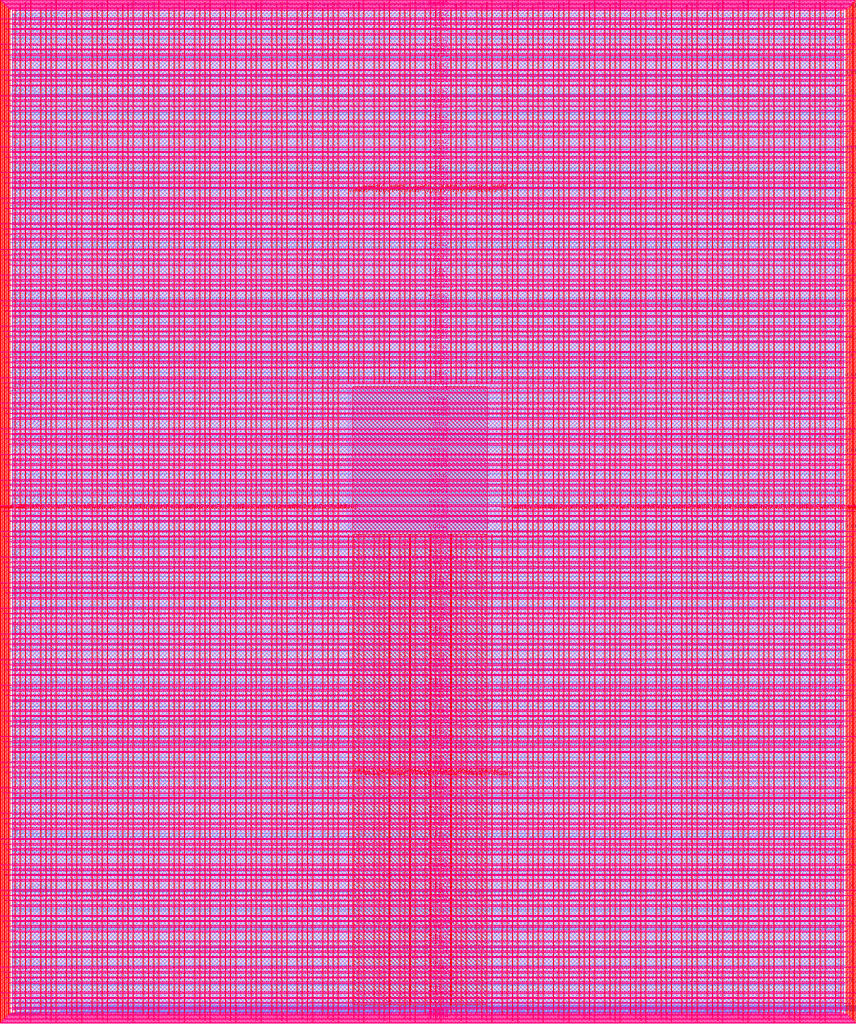
<source format=lef>
VERSION 5.7 ;
  NOWIREEXTENSIONATPIN ON ;
  DIVIDERCHAR "/" ;
  BUSBITCHARS "[]" ;
MACRO user_project_wrapper
  CLASS BLOCK ;
  FOREIGN user_project_wrapper ;
  ORIGIN 0.000 0.000 ;
  SIZE 2920.000 BY 3520.000 ;
  PIN analog_io[0]
    DIRECTION INOUT ;
    USE SIGNAL ;
    PORT
      LAYER met3 ;
        RECT 2917.600 1426.380 2924.800 1427.580 ;
    END
  END analog_io[0]
  PIN analog_io[10]
    DIRECTION INOUT ;
    USE SIGNAL ;
    PORT
      LAYER met2 ;
        RECT 2230.490 3517.600 2231.050 3524.800 ;
    END
  END analog_io[10]
  PIN analog_io[11]
    DIRECTION INOUT ;
    USE SIGNAL ;
    PORT
      LAYER met2 ;
        RECT 1905.730 3517.600 1906.290 3524.800 ;
    END
  END analog_io[11]
  PIN analog_io[12]
    DIRECTION INOUT ;
    USE SIGNAL ;
    PORT
      LAYER met2 ;
        RECT 1581.430 3517.600 1581.990 3524.800 ;
    END
  END analog_io[12]
  PIN analog_io[13]
    DIRECTION INOUT ;
    USE SIGNAL ;
    PORT
      LAYER met2 ;
        RECT 1257.130 3517.600 1257.690 3524.800 ;
    END
  END analog_io[13]
  PIN analog_io[14]
    DIRECTION INOUT ;
    USE SIGNAL ;
    PORT
      LAYER met2 ;
        RECT 932.370 3517.600 932.930 3524.800 ;
    END
  END analog_io[14]
  PIN analog_io[15]
    DIRECTION INOUT ;
    USE SIGNAL ;
    PORT
      LAYER met2 ;
        RECT 608.070 3517.600 608.630 3524.800 ;
    END
  END analog_io[15]
  PIN analog_io[16]
    DIRECTION INOUT ;
    USE SIGNAL ;
    PORT
      LAYER met2 ;
        RECT 283.770 3517.600 284.330 3524.800 ;
    END
  END analog_io[16]
  PIN analog_io[17]
    DIRECTION INOUT ;
    USE SIGNAL ;
    PORT
      LAYER met3 ;
        RECT -4.800 3486.100 2.400 3487.300 ;
    END
  END analog_io[17]
  PIN analog_io[18]
    DIRECTION INOUT ;
    USE SIGNAL ;
    PORT
      LAYER met3 ;
        RECT -4.800 3224.980 2.400 3226.180 ;
    END
  END analog_io[18]
  PIN analog_io[19]
    DIRECTION INOUT ;
    USE SIGNAL ;
    PORT
      LAYER met3 ;
        RECT -4.800 2964.540 2.400 2965.740 ;
    END
  END analog_io[19]
  PIN analog_io[1]
    DIRECTION INOUT ;
    USE SIGNAL ;
    PORT
      LAYER met3 ;
        RECT 2917.600 1692.260 2924.800 1693.460 ;
    END
  END analog_io[1]
  PIN analog_io[20]
    DIRECTION INOUT ;
    USE SIGNAL ;
    PORT
      LAYER met3 ;
        RECT -4.800 2703.420 2.400 2704.620 ;
    END
  END analog_io[20]
  PIN analog_io[21]
    DIRECTION INOUT ;
    USE SIGNAL ;
    PORT
      LAYER met3 ;
        RECT -4.800 2442.980 2.400 2444.180 ;
    END
  END analog_io[21]
  PIN analog_io[22]
    DIRECTION INOUT ;
    USE SIGNAL ;
    PORT
      LAYER met3 ;
        RECT -4.800 2182.540 2.400 2183.740 ;
    END
  END analog_io[22]
  PIN analog_io[23]
    DIRECTION INOUT ;
    USE SIGNAL ;
    PORT
      LAYER met3 ;
        RECT -4.800 1921.420 2.400 1922.620 ;
    END
  END analog_io[23]
  PIN analog_io[24]
    DIRECTION INOUT ;
    USE SIGNAL ;
    PORT
      LAYER met3 ;
        RECT -4.800 1660.980 2.400 1662.180 ;
    END
  END analog_io[24]
  PIN analog_io[25]
    DIRECTION INOUT ;
    USE SIGNAL ;
    PORT
      LAYER met3 ;
        RECT -4.800 1399.860 2.400 1401.060 ;
    END
  END analog_io[25]
  PIN analog_io[26]
    DIRECTION INOUT ;
    USE SIGNAL ;
    PORT
      LAYER met3 ;
        RECT -4.800 1139.420 2.400 1140.620 ;
    END
  END analog_io[26]
  PIN analog_io[27]
    DIRECTION INOUT ;
    USE SIGNAL ;
    PORT
      LAYER met3 ;
        RECT -4.800 878.980 2.400 880.180 ;
    END
  END analog_io[27]
  PIN analog_io[28]
    DIRECTION INOUT ;
    USE SIGNAL ;
    PORT
      LAYER met3 ;
        RECT -4.800 617.860 2.400 619.060 ;
    END
  END analog_io[28]
  PIN analog_io[2]
    DIRECTION INOUT ;
    USE SIGNAL ;
    PORT
      LAYER met3 ;
        RECT 2917.600 1958.140 2924.800 1959.340 ;
    END
  END analog_io[2]
  PIN analog_io[3]
    DIRECTION INOUT ;
    USE SIGNAL ;
    PORT
      LAYER met3 ;
        RECT 2917.600 2223.340 2924.800 2224.540 ;
    END
  END analog_io[3]
  PIN analog_io[4]
    DIRECTION INOUT ;
    USE SIGNAL ;
    PORT
      LAYER met3 ;
        RECT 2917.600 2489.220 2924.800 2490.420 ;
    END
  END analog_io[4]
  PIN analog_io[5]
    DIRECTION INOUT ;
    USE SIGNAL ;
    PORT
      LAYER met3 ;
        RECT 2917.600 2755.100 2924.800 2756.300 ;
    END
  END analog_io[5]
  PIN analog_io[6]
    DIRECTION INOUT ;
    USE SIGNAL ;
    PORT
      LAYER met3 ;
        RECT 2917.600 3020.300 2924.800 3021.500 ;
    END
  END analog_io[6]
  PIN analog_io[7]
    DIRECTION INOUT ;
    USE SIGNAL ;
    PORT
      LAYER met3 ;
        RECT 2917.600 3286.180 2924.800 3287.380 ;
    END
  END analog_io[7]
  PIN analog_io[8]
    DIRECTION INOUT ;
    USE SIGNAL ;
    PORT
      LAYER met2 ;
        RECT 2879.090 3517.600 2879.650 3524.800 ;
    END
  END analog_io[8]
  PIN analog_io[9]
    DIRECTION INOUT ;
    USE SIGNAL ;
    PORT
      LAYER met2 ;
        RECT 2554.790 3517.600 2555.350 3524.800 ;
    END
  END analog_io[9]
  PIN io_in[0]
    DIRECTION INPUT ;
    USE SIGNAL ;
    PORT
      LAYER met3 ;
        RECT 2917.600 32.380 2924.800 33.580 ;
    END
  END io_in[0]
  PIN io_in[10]
    DIRECTION INPUT ;
    USE SIGNAL ;
    PORT
      LAYER met3 ;
        RECT 2917.600 2289.980 2924.800 2291.180 ;
    END
  END io_in[10]
  PIN io_in[11]
    DIRECTION INPUT ;
    USE SIGNAL ;
    PORT
      LAYER met3 ;
        RECT 2917.600 2555.860 2924.800 2557.060 ;
    END
  END io_in[11]
  PIN io_in[12]
    DIRECTION INPUT ;
    USE SIGNAL ;
    PORT
      LAYER met3 ;
        RECT 2917.600 2821.060 2924.800 2822.260 ;
    END
  END io_in[12]
  PIN io_in[13]
    DIRECTION INPUT ;
    USE SIGNAL ;
    PORT
      LAYER met3 ;
        RECT 2917.600 3086.940 2924.800 3088.140 ;
    END
  END io_in[13]
  PIN io_in[14]
    DIRECTION INPUT ;
    USE SIGNAL ;
    PORT
      LAYER met3 ;
        RECT 2917.600 3352.820 2924.800 3354.020 ;
    END
  END io_in[14]
  PIN io_in[15]
    DIRECTION INPUT ;
    USE SIGNAL ;
    PORT
      LAYER met2 ;
        RECT 2798.130 3517.600 2798.690 3524.800 ;
    END
  END io_in[15]
  PIN io_in[16]
    DIRECTION INPUT ;
    USE SIGNAL ;
    PORT
      LAYER met2 ;
        RECT 2473.830 3517.600 2474.390 3524.800 ;
    END
  END io_in[16]
  PIN io_in[17]
    DIRECTION INPUT ;
    USE SIGNAL ;
    PORT
      LAYER met2 ;
        RECT 2149.070 3517.600 2149.630 3524.800 ;
    END
  END io_in[17]
  PIN io_in[18]
    DIRECTION INPUT ;
    USE SIGNAL ;
    PORT
      LAYER met2 ;
        RECT 1824.770 3517.600 1825.330 3524.800 ;
    END
  END io_in[18]
  PIN io_in[19]
    DIRECTION INPUT ;
    USE SIGNAL ;
    PORT
      LAYER met2 ;
        RECT 1500.470 3517.600 1501.030 3524.800 ;
    END
  END io_in[19]
  PIN io_in[1]
    DIRECTION INPUT ;
    USE SIGNAL ;
    PORT
      LAYER met3 ;
        RECT 2917.600 230.940 2924.800 232.140 ;
    END
  END io_in[1]
  PIN io_in[20]
    DIRECTION INPUT ;
    USE SIGNAL ;
    PORT
      LAYER met2 ;
        RECT 1175.710 3517.600 1176.270 3524.800 ;
    END
  END io_in[20]
  PIN io_in[21]
    DIRECTION INPUT ;
    USE SIGNAL ;
    PORT
      LAYER met2 ;
        RECT 851.410 3517.600 851.970 3524.800 ;
    END
  END io_in[21]
  PIN io_in[22]
    DIRECTION INPUT ;
    USE SIGNAL ;
    PORT
      LAYER met2 ;
        RECT 527.110 3517.600 527.670 3524.800 ;
    END
  END io_in[22]
  PIN io_in[23]
    DIRECTION INPUT ;
    USE SIGNAL ;
    PORT
      LAYER met2 ;
        RECT 202.350 3517.600 202.910 3524.800 ;
    END
  END io_in[23]
  PIN io_in[24]
    DIRECTION INPUT ;
    USE SIGNAL ;
    PORT
      LAYER met3 ;
        RECT -4.800 3420.820 2.400 3422.020 ;
    END
  END io_in[24]
  PIN io_in[25]
    DIRECTION INPUT ;
    USE SIGNAL ;
    PORT
      LAYER met3 ;
        RECT -4.800 3159.700 2.400 3160.900 ;
    END
  END io_in[25]
  PIN io_in[26]
    DIRECTION INPUT ;
    USE SIGNAL ;
    PORT
      LAYER met3 ;
        RECT -4.800 2899.260 2.400 2900.460 ;
    END
  END io_in[26]
  PIN io_in[27]
    DIRECTION INPUT ;
    USE SIGNAL ;
    PORT
      LAYER met3 ;
        RECT -4.800 2638.820 2.400 2640.020 ;
    END
  END io_in[27]
  PIN io_in[28]
    DIRECTION INPUT ;
    USE SIGNAL ;
    PORT
      LAYER met3 ;
        RECT -4.800 2377.700 2.400 2378.900 ;
    END
  END io_in[28]
  PIN io_in[29]
    DIRECTION INPUT ;
    USE SIGNAL ;
    PORT
      LAYER met3 ;
        RECT -4.800 2117.260 2.400 2118.460 ;
    END
  END io_in[29]
  PIN io_in[2]
    DIRECTION INPUT ;
    USE SIGNAL ;
    PORT
      LAYER met3 ;
        RECT 2917.600 430.180 2924.800 431.380 ;
    END
  END io_in[2]
  PIN io_in[30]
    DIRECTION INPUT ;
    USE SIGNAL ;
    PORT
      LAYER met3 ;
        RECT -4.800 1856.140 2.400 1857.340 ;
    END
  END io_in[30]
  PIN io_in[31]
    DIRECTION INPUT ;
    USE SIGNAL ;
    PORT
      LAYER met3 ;
        RECT -4.800 1595.700 2.400 1596.900 ;
    END
  END io_in[31]
  PIN io_in[32]
    DIRECTION INPUT ;
    USE SIGNAL ;
    PORT
      LAYER met3 ;
        RECT -4.800 1335.260 2.400 1336.460 ;
    END
  END io_in[32]
  PIN io_in[33]
    DIRECTION INPUT ;
    USE SIGNAL ;
    PORT
      LAYER met3 ;
        RECT -4.800 1074.140 2.400 1075.340 ;
    END
  END io_in[33]
  PIN io_in[34]
    DIRECTION INPUT ;
    USE SIGNAL ;
    PORT
      LAYER met3 ;
        RECT -4.800 813.700 2.400 814.900 ;
    END
  END io_in[34]
  PIN io_in[35]
    DIRECTION INPUT ;
    USE SIGNAL ;
    PORT
      LAYER met3 ;
        RECT -4.800 552.580 2.400 553.780 ;
    END
  END io_in[35]
  PIN io_in[36]
    DIRECTION INPUT ;
    USE SIGNAL ;
    PORT
      LAYER met3 ;
        RECT -4.800 357.420 2.400 358.620 ;
    END
  END io_in[36]
  PIN io_in[37]
    DIRECTION INPUT ;
    USE SIGNAL ;
    PORT
      LAYER met3 ;
        RECT -4.800 161.580 2.400 162.780 ;
    END
  END io_in[37]
  PIN io_in[3]
    DIRECTION INPUT ;
    USE SIGNAL ;
    PORT
      LAYER met3 ;
        RECT 2917.600 629.420 2924.800 630.620 ;
    END
  END io_in[3]
  PIN io_in[4]
    DIRECTION INPUT ;
    USE SIGNAL ;
    PORT
      LAYER met3 ;
        RECT 2917.600 828.660 2924.800 829.860 ;
    END
  END io_in[4]
  PIN io_in[5]
    DIRECTION INPUT ;
    USE SIGNAL ;
    PORT
      LAYER met3 ;
        RECT 2917.600 1027.900 2924.800 1029.100 ;
    END
  END io_in[5]
  PIN io_in[6]
    DIRECTION INPUT ;
    USE SIGNAL ;
    PORT
      LAYER met3 ;
        RECT 2917.600 1227.140 2924.800 1228.340 ;
    END
  END io_in[6]
  PIN io_in[7]
    DIRECTION INPUT ;
    USE SIGNAL ;
    PORT
      LAYER met3 ;
        RECT 2917.600 1493.020 2924.800 1494.220 ;
    END
  END io_in[7]
  PIN io_in[8]
    DIRECTION INPUT ;
    USE SIGNAL ;
    PORT
      LAYER met3 ;
        RECT 2917.600 1758.900 2924.800 1760.100 ;
    END
  END io_in[8]
  PIN io_in[9]
    DIRECTION INPUT ;
    USE SIGNAL ;
    PORT
      LAYER met3 ;
        RECT 2917.600 2024.100 2924.800 2025.300 ;
    END
  END io_in[9]
  PIN io_oeb[0]
    DIRECTION OUTPUT TRISTATE ;
    USE SIGNAL ;
    PORT
      LAYER met3 ;
        RECT 2917.600 164.980 2924.800 166.180 ;
    END
  END io_oeb[0]
  PIN io_oeb[10]
    DIRECTION OUTPUT TRISTATE ;
    USE SIGNAL ;
    PORT
      LAYER met3 ;
        RECT 2917.600 2422.580 2924.800 2423.780 ;
    END
  END io_oeb[10]
  PIN io_oeb[11]
    DIRECTION OUTPUT TRISTATE ;
    USE SIGNAL ;
    PORT
      LAYER met3 ;
        RECT 2917.600 2688.460 2924.800 2689.660 ;
    END
  END io_oeb[11]
  PIN io_oeb[12]
    DIRECTION OUTPUT TRISTATE ;
    USE SIGNAL ;
    PORT
      LAYER met3 ;
        RECT 2917.600 2954.340 2924.800 2955.540 ;
    END
  END io_oeb[12]
  PIN io_oeb[13]
    DIRECTION OUTPUT TRISTATE ;
    USE SIGNAL ;
    PORT
      LAYER met3 ;
        RECT 2917.600 3219.540 2924.800 3220.740 ;
    END
  END io_oeb[13]
  PIN io_oeb[14]
    DIRECTION OUTPUT TRISTATE ;
    USE SIGNAL ;
    PORT
      LAYER met3 ;
        RECT 2917.600 3485.420 2924.800 3486.620 ;
    END
  END io_oeb[14]
  PIN io_oeb[15]
    DIRECTION OUTPUT TRISTATE ;
    USE SIGNAL ;
    PORT
      LAYER met2 ;
        RECT 2635.750 3517.600 2636.310 3524.800 ;
    END
  END io_oeb[15]
  PIN io_oeb[16]
    DIRECTION OUTPUT TRISTATE ;
    USE SIGNAL ;
    PORT
      LAYER met2 ;
        RECT 2311.450 3517.600 2312.010 3524.800 ;
    END
  END io_oeb[16]
  PIN io_oeb[17]
    DIRECTION OUTPUT TRISTATE ;
    USE SIGNAL ;
    PORT
      LAYER met2 ;
        RECT 1987.150 3517.600 1987.710 3524.800 ;
    END
  END io_oeb[17]
  PIN io_oeb[18]
    DIRECTION OUTPUT TRISTATE ;
    USE SIGNAL ;
    PORT
      LAYER met2 ;
        RECT 1662.390 3517.600 1662.950 3524.800 ;
    END
  END io_oeb[18]
  PIN io_oeb[19]
    DIRECTION OUTPUT TRISTATE ;
    USE SIGNAL ;
    PORT
      LAYER met2 ;
        RECT 1338.090 3517.600 1338.650 3524.800 ;
    END
  END io_oeb[19]
  PIN io_oeb[1]
    DIRECTION OUTPUT TRISTATE ;
    USE SIGNAL ;
    PORT
      LAYER met3 ;
        RECT 2917.600 364.220 2924.800 365.420 ;
    END
  END io_oeb[1]
  PIN io_oeb[20]
    DIRECTION OUTPUT TRISTATE ;
    USE SIGNAL ;
    PORT
      LAYER met2 ;
        RECT 1013.790 3517.600 1014.350 3524.800 ;
    END
  END io_oeb[20]
  PIN io_oeb[21]
    DIRECTION OUTPUT TRISTATE ;
    USE SIGNAL ;
    PORT
      LAYER met2 ;
        RECT 689.030 3517.600 689.590 3524.800 ;
    END
  END io_oeb[21]
  PIN io_oeb[22]
    DIRECTION OUTPUT TRISTATE ;
    USE SIGNAL ;
    PORT
      LAYER met2 ;
        RECT 364.730 3517.600 365.290 3524.800 ;
    END
  END io_oeb[22]
  PIN io_oeb[23]
    DIRECTION OUTPUT TRISTATE ;
    USE SIGNAL ;
    PORT
      LAYER met2 ;
        RECT 40.430 3517.600 40.990 3524.800 ;
    END
  END io_oeb[23]
  PIN io_oeb[24]
    DIRECTION OUTPUT TRISTATE ;
    USE SIGNAL ;
    PORT
      LAYER met3 ;
        RECT -4.800 3290.260 2.400 3291.460 ;
    END
  END io_oeb[24]
  PIN io_oeb[25]
    DIRECTION OUTPUT TRISTATE ;
    USE SIGNAL ;
    PORT
      LAYER met3 ;
        RECT -4.800 3029.820 2.400 3031.020 ;
    END
  END io_oeb[25]
  PIN io_oeb[26]
    DIRECTION OUTPUT TRISTATE ;
    USE SIGNAL ;
    PORT
      LAYER met3 ;
        RECT -4.800 2768.700 2.400 2769.900 ;
    END
  END io_oeb[26]
  PIN io_oeb[27]
    DIRECTION OUTPUT TRISTATE ;
    USE SIGNAL ;
    PORT
      LAYER met3 ;
        RECT -4.800 2508.260 2.400 2509.460 ;
    END
  END io_oeb[27]
  PIN io_oeb[28]
    DIRECTION OUTPUT TRISTATE ;
    USE SIGNAL ;
    PORT
      LAYER met3 ;
        RECT -4.800 2247.140 2.400 2248.340 ;
    END
  END io_oeb[28]
  PIN io_oeb[29]
    DIRECTION OUTPUT TRISTATE ;
    USE SIGNAL ;
    PORT
      LAYER met3 ;
        RECT -4.800 1986.700 2.400 1987.900 ;
    END
  END io_oeb[29]
  PIN io_oeb[2]
    DIRECTION OUTPUT TRISTATE ;
    USE SIGNAL ;
    PORT
      LAYER met3 ;
        RECT 2917.600 563.460 2924.800 564.660 ;
    END
  END io_oeb[2]
  PIN io_oeb[30]
    DIRECTION OUTPUT TRISTATE ;
    USE SIGNAL ;
    PORT
      LAYER met3 ;
        RECT -4.800 1726.260 2.400 1727.460 ;
    END
  END io_oeb[30]
  PIN io_oeb[31]
    DIRECTION OUTPUT TRISTATE ;
    USE SIGNAL ;
    PORT
      LAYER met3 ;
        RECT -4.800 1465.140 2.400 1466.340 ;
    END
  END io_oeb[31]
  PIN io_oeb[32]
    DIRECTION OUTPUT TRISTATE ;
    USE SIGNAL ;
    PORT
      LAYER met3 ;
        RECT -4.800 1204.700 2.400 1205.900 ;
    END
  END io_oeb[32]
  PIN io_oeb[33]
    DIRECTION OUTPUT TRISTATE ;
    USE SIGNAL ;
    PORT
      LAYER met3 ;
        RECT -4.800 943.580 2.400 944.780 ;
    END
  END io_oeb[33]
  PIN io_oeb[34]
    DIRECTION OUTPUT TRISTATE ;
    USE SIGNAL ;
    PORT
      LAYER met3 ;
        RECT -4.800 683.140 2.400 684.340 ;
    END
  END io_oeb[34]
  PIN io_oeb[35]
    DIRECTION OUTPUT TRISTATE ;
    USE SIGNAL ;
    PORT
      LAYER met3 ;
        RECT -4.800 422.700 2.400 423.900 ;
    END
  END io_oeb[35]
  PIN io_oeb[36]
    DIRECTION OUTPUT TRISTATE ;
    USE SIGNAL ;
    PORT
      LAYER met3 ;
        RECT -4.800 226.860 2.400 228.060 ;
    END
  END io_oeb[36]
  PIN io_oeb[37]
    DIRECTION OUTPUT TRISTATE ;
    USE SIGNAL ;
    PORT
      LAYER met3 ;
        RECT -4.800 31.700 2.400 32.900 ;
    END
  END io_oeb[37]
  PIN io_oeb[3]
    DIRECTION OUTPUT TRISTATE ;
    USE SIGNAL ;
    PORT
      LAYER met3 ;
        RECT 2917.600 762.700 2924.800 763.900 ;
    END
  END io_oeb[3]
  PIN io_oeb[4]
    DIRECTION OUTPUT TRISTATE ;
    USE SIGNAL ;
    PORT
      LAYER met3 ;
        RECT 2917.600 961.940 2924.800 963.140 ;
    END
  END io_oeb[4]
  PIN io_oeb[5]
    DIRECTION OUTPUT TRISTATE ;
    USE SIGNAL ;
    PORT
      LAYER met3 ;
        RECT 2917.600 1161.180 2924.800 1162.380 ;
    END
  END io_oeb[5]
  PIN io_oeb[6]
    DIRECTION OUTPUT TRISTATE ;
    USE SIGNAL ;
    PORT
      LAYER met3 ;
        RECT 2917.600 1360.420 2924.800 1361.620 ;
    END
  END io_oeb[6]
  PIN io_oeb[7]
    DIRECTION OUTPUT TRISTATE ;
    USE SIGNAL ;
    PORT
      LAYER met3 ;
        RECT 2917.600 1625.620 2924.800 1626.820 ;
    END
  END io_oeb[7]
  PIN io_oeb[8]
    DIRECTION OUTPUT TRISTATE ;
    USE SIGNAL ;
    PORT
      LAYER met3 ;
        RECT 2917.600 1891.500 2924.800 1892.700 ;
    END
  END io_oeb[8]
  PIN io_oeb[9]
    DIRECTION OUTPUT TRISTATE ;
    USE SIGNAL ;
    PORT
      LAYER met3 ;
        RECT 2917.600 2157.380 2924.800 2158.580 ;
    END
  END io_oeb[9]
  PIN io_out[0]
    DIRECTION OUTPUT TRISTATE ;
    USE SIGNAL ;
    PORT
      LAYER met3 ;
        RECT 2917.600 98.340 2924.800 99.540 ;
    END
  END io_out[0]
  PIN io_out[10]
    DIRECTION OUTPUT TRISTATE ;
    USE SIGNAL ;
    PORT
      LAYER met3 ;
        RECT 2917.600 2356.620 2924.800 2357.820 ;
    END
  END io_out[10]
  PIN io_out[11]
    DIRECTION OUTPUT TRISTATE ;
    USE SIGNAL ;
    PORT
      LAYER met3 ;
        RECT 2917.600 2621.820 2924.800 2623.020 ;
    END
  END io_out[11]
  PIN io_out[12]
    DIRECTION OUTPUT TRISTATE ;
    USE SIGNAL ;
    PORT
      LAYER met3 ;
        RECT 2917.600 2887.700 2924.800 2888.900 ;
    END
  END io_out[12]
  PIN io_out[13]
    DIRECTION OUTPUT TRISTATE ;
    USE SIGNAL ;
    PORT
      LAYER met3 ;
        RECT 2917.600 3153.580 2924.800 3154.780 ;
    END
  END io_out[13]
  PIN io_out[14]
    DIRECTION OUTPUT TRISTATE ;
    USE SIGNAL ;
    PORT
      LAYER met3 ;
        RECT 2917.600 3418.780 2924.800 3419.980 ;
    END
  END io_out[14]
  PIN io_out[15]
    DIRECTION OUTPUT TRISTATE ;
    USE SIGNAL ;
    PORT
      LAYER met2 ;
        RECT 2717.170 3517.600 2717.730 3524.800 ;
    END
  END io_out[15]
  PIN io_out[16]
    DIRECTION OUTPUT TRISTATE ;
    USE SIGNAL ;
    PORT
      LAYER met2 ;
        RECT 2392.410 3517.600 2392.970 3524.800 ;
    END
  END io_out[16]
  PIN io_out[17]
    DIRECTION OUTPUT TRISTATE ;
    USE SIGNAL ;
    PORT
      LAYER met2 ;
        RECT 2068.110 3517.600 2068.670 3524.800 ;
    END
  END io_out[17]
  PIN io_out[18]
    DIRECTION OUTPUT TRISTATE ;
    USE SIGNAL ;
    PORT
      LAYER met2 ;
        RECT 1743.810 3517.600 1744.370 3524.800 ;
    END
  END io_out[18]
  PIN io_out[19]
    DIRECTION OUTPUT TRISTATE ;
    USE SIGNAL ;
    PORT
      LAYER met2 ;
        RECT 1419.050 3517.600 1419.610 3524.800 ;
    END
  END io_out[19]
  PIN io_out[1]
    DIRECTION OUTPUT TRISTATE ;
    USE SIGNAL ;
    PORT
      LAYER met3 ;
        RECT 2917.600 297.580 2924.800 298.780 ;
    END
  END io_out[1]
  PIN io_out[20]
    DIRECTION OUTPUT TRISTATE ;
    USE SIGNAL ;
    PORT
      LAYER met2 ;
        RECT 1094.750 3517.600 1095.310 3524.800 ;
    END
  END io_out[20]
  PIN io_out[21]
    DIRECTION OUTPUT TRISTATE ;
    USE SIGNAL ;
    PORT
      LAYER met2 ;
        RECT 770.450 3517.600 771.010 3524.800 ;
    END
  END io_out[21]
  PIN io_out[22]
    DIRECTION OUTPUT TRISTATE ;
    USE SIGNAL ;
    PORT
      LAYER met2 ;
        RECT 445.690 3517.600 446.250 3524.800 ;
    END
  END io_out[22]
  PIN io_out[23]
    DIRECTION OUTPUT TRISTATE ;
    USE SIGNAL ;
    PORT
      LAYER met2 ;
        RECT 121.390 3517.600 121.950 3524.800 ;
    END
  END io_out[23]
  PIN io_out[24]
    DIRECTION OUTPUT TRISTATE ;
    USE SIGNAL ;
    PORT
      LAYER met3 ;
        RECT -4.800 3355.540 2.400 3356.740 ;
    END
  END io_out[24]
  PIN io_out[25]
    DIRECTION OUTPUT TRISTATE ;
    USE SIGNAL ;
    PORT
      LAYER met3 ;
        RECT -4.800 3095.100 2.400 3096.300 ;
    END
  END io_out[25]
  PIN io_out[26]
    DIRECTION OUTPUT TRISTATE ;
    USE SIGNAL ;
    PORT
      LAYER met3 ;
        RECT -4.800 2833.980 2.400 2835.180 ;
    END
  END io_out[26]
  PIN io_out[27]
    DIRECTION OUTPUT TRISTATE ;
    USE SIGNAL ;
    PORT
      LAYER met3 ;
        RECT -4.800 2573.540 2.400 2574.740 ;
    END
  END io_out[27]
  PIN io_out[28]
    DIRECTION OUTPUT TRISTATE ;
    USE SIGNAL ;
    PORT
      LAYER met3 ;
        RECT -4.800 2312.420 2.400 2313.620 ;
    END
  END io_out[28]
  PIN io_out[29]
    DIRECTION OUTPUT TRISTATE ;
    USE SIGNAL ;
    PORT
      LAYER met3 ;
        RECT -4.800 2051.980 2.400 2053.180 ;
    END
  END io_out[29]
  PIN io_out[2]
    DIRECTION OUTPUT TRISTATE ;
    USE SIGNAL ;
    PORT
      LAYER met3 ;
        RECT 2917.600 496.820 2924.800 498.020 ;
    END
  END io_out[2]
  PIN io_out[30]
    DIRECTION OUTPUT TRISTATE ;
    USE SIGNAL ;
    PORT
      LAYER met3 ;
        RECT -4.800 1791.540 2.400 1792.740 ;
    END
  END io_out[30]
  PIN io_out[31]
    DIRECTION OUTPUT TRISTATE ;
    USE SIGNAL ;
    PORT
      LAYER met3 ;
        RECT -4.800 1530.420 2.400 1531.620 ;
    END
  END io_out[31]
  PIN io_out[32]
    DIRECTION OUTPUT TRISTATE ;
    USE SIGNAL ;
    PORT
      LAYER met3 ;
        RECT -4.800 1269.980 2.400 1271.180 ;
    END
  END io_out[32]
  PIN io_out[33]
    DIRECTION OUTPUT TRISTATE ;
    USE SIGNAL ;
    PORT
      LAYER met3 ;
        RECT -4.800 1008.860 2.400 1010.060 ;
    END
  END io_out[33]
  PIN io_out[34]
    DIRECTION OUTPUT TRISTATE ;
    USE SIGNAL ;
    PORT
      LAYER met3 ;
        RECT -4.800 748.420 2.400 749.620 ;
    END
  END io_out[34]
  PIN io_out[35]
    DIRECTION OUTPUT TRISTATE ;
    USE SIGNAL ;
    PORT
      LAYER met3 ;
        RECT -4.800 487.300 2.400 488.500 ;
    END
  END io_out[35]
  PIN io_out[36]
    DIRECTION OUTPUT TRISTATE ;
    USE SIGNAL ;
    PORT
      LAYER met3 ;
        RECT -4.800 292.140 2.400 293.340 ;
    END
  END io_out[36]
  PIN io_out[37]
    DIRECTION OUTPUT TRISTATE ;
    USE SIGNAL ;
    PORT
      LAYER met3 ;
        RECT -4.800 96.300 2.400 97.500 ;
    END
  END io_out[37]
  PIN io_out[3]
    DIRECTION OUTPUT TRISTATE ;
    USE SIGNAL ;
    PORT
      LAYER met3 ;
        RECT 2917.600 696.060 2924.800 697.260 ;
    END
  END io_out[3]
  PIN io_out[4]
    DIRECTION OUTPUT TRISTATE ;
    USE SIGNAL ;
    PORT
      LAYER met3 ;
        RECT 2917.600 895.300 2924.800 896.500 ;
    END
  END io_out[4]
  PIN io_out[5]
    DIRECTION OUTPUT TRISTATE ;
    USE SIGNAL ;
    PORT
      LAYER met3 ;
        RECT 2917.600 1094.540 2924.800 1095.740 ;
    END
  END io_out[5]
  PIN io_out[6]
    DIRECTION OUTPUT TRISTATE ;
    USE SIGNAL ;
    PORT
      LAYER met3 ;
        RECT 2917.600 1293.780 2924.800 1294.980 ;
    END
  END io_out[6]
  PIN io_out[7]
    DIRECTION OUTPUT TRISTATE ;
    USE SIGNAL ;
    PORT
      LAYER met3 ;
        RECT 2917.600 1559.660 2924.800 1560.860 ;
    END
  END io_out[7]
  PIN io_out[8]
    DIRECTION OUTPUT TRISTATE ;
    USE SIGNAL ;
    PORT
      LAYER met3 ;
        RECT 2917.600 1824.860 2924.800 1826.060 ;
    END
  END io_out[8]
  PIN io_out[9]
    DIRECTION OUTPUT TRISTATE ;
    USE SIGNAL ;
    PORT
      LAYER met3 ;
        RECT 2917.600 2090.740 2924.800 2091.940 ;
    END
  END io_out[9]
  PIN la_data_in[0]
    DIRECTION INPUT ;
    USE SIGNAL ;
    PORT
      LAYER met2 ;
        RECT 629.230 -4.800 629.790 2.400 ;
    END
  END la_data_in[0]
  PIN la_data_in[100]
    DIRECTION INPUT ;
    USE SIGNAL ;
    PORT
      LAYER met2 ;
        RECT 2402.530 -4.800 2403.090 2.400 ;
    END
  END la_data_in[100]
  PIN la_data_in[101]
    DIRECTION INPUT ;
    USE SIGNAL ;
    PORT
      LAYER met2 ;
        RECT 2420.010 -4.800 2420.570 2.400 ;
    END
  END la_data_in[101]
  PIN la_data_in[102]
    DIRECTION INPUT ;
    USE SIGNAL ;
    PORT
      LAYER met2 ;
        RECT 2437.950 -4.800 2438.510 2.400 ;
    END
  END la_data_in[102]
  PIN la_data_in[103]
    DIRECTION INPUT ;
    USE SIGNAL ;
    PORT
      LAYER met2 ;
        RECT 2455.430 -4.800 2455.990 2.400 ;
    END
  END la_data_in[103]
  PIN la_data_in[104]
    DIRECTION INPUT ;
    USE SIGNAL ;
    PORT
      LAYER met2 ;
        RECT 2473.370 -4.800 2473.930 2.400 ;
    END
  END la_data_in[104]
  PIN la_data_in[105]
    DIRECTION INPUT ;
    USE SIGNAL ;
    PORT
      LAYER met2 ;
        RECT 2490.850 -4.800 2491.410 2.400 ;
    END
  END la_data_in[105]
  PIN la_data_in[106]
    DIRECTION INPUT ;
    USE SIGNAL ;
    PORT
      LAYER met2 ;
        RECT 2508.790 -4.800 2509.350 2.400 ;
    END
  END la_data_in[106]
  PIN la_data_in[107]
    DIRECTION INPUT ;
    USE SIGNAL ;
    PORT
      LAYER met2 ;
        RECT 2526.730 -4.800 2527.290 2.400 ;
    END
  END la_data_in[107]
  PIN la_data_in[108]
    DIRECTION INPUT ;
    USE SIGNAL ;
    PORT
      LAYER met2 ;
        RECT 2544.210 -4.800 2544.770 2.400 ;
    END
  END la_data_in[108]
  PIN la_data_in[109]
    DIRECTION INPUT ;
    USE SIGNAL ;
    PORT
      LAYER met2 ;
        RECT 2562.150 -4.800 2562.710 2.400 ;
    END
  END la_data_in[109]
  PIN la_data_in[10]
    DIRECTION INPUT ;
    USE SIGNAL ;
    PORT
      LAYER met2 ;
        RECT 806.330 -4.800 806.890 2.400 ;
    END
  END la_data_in[10]
  PIN la_data_in[110]
    DIRECTION INPUT ;
    USE SIGNAL ;
    PORT
      LAYER met2 ;
        RECT 2579.630 -4.800 2580.190 2.400 ;
    END
  END la_data_in[110]
  PIN la_data_in[111]
    DIRECTION INPUT ;
    USE SIGNAL ;
    PORT
      LAYER met2 ;
        RECT 2597.570 -4.800 2598.130 2.400 ;
    END
  END la_data_in[111]
  PIN la_data_in[112]
    DIRECTION INPUT ;
    USE SIGNAL ;
    PORT
      LAYER met2 ;
        RECT 2615.050 -4.800 2615.610 2.400 ;
    END
  END la_data_in[112]
  PIN la_data_in[113]
    DIRECTION INPUT ;
    USE SIGNAL ;
    PORT
      LAYER met2 ;
        RECT 2632.990 -4.800 2633.550 2.400 ;
    END
  END la_data_in[113]
  PIN la_data_in[114]
    DIRECTION INPUT ;
    USE SIGNAL ;
    PORT
      LAYER met2 ;
        RECT 2650.470 -4.800 2651.030 2.400 ;
    END
  END la_data_in[114]
  PIN la_data_in[115]
    DIRECTION INPUT ;
    USE SIGNAL ;
    PORT
      LAYER met2 ;
        RECT 2668.410 -4.800 2668.970 2.400 ;
    END
  END la_data_in[115]
  PIN la_data_in[116]
    DIRECTION INPUT ;
    USE SIGNAL ;
    PORT
      LAYER met2 ;
        RECT 2685.890 -4.800 2686.450 2.400 ;
    END
  END la_data_in[116]
  PIN la_data_in[117]
    DIRECTION INPUT ;
    USE SIGNAL ;
    PORT
      LAYER met2 ;
        RECT 2703.830 -4.800 2704.390 2.400 ;
    END
  END la_data_in[117]
  PIN la_data_in[118]
    DIRECTION INPUT ;
    USE SIGNAL ;
    PORT
      LAYER met2 ;
        RECT 2721.770 -4.800 2722.330 2.400 ;
    END
  END la_data_in[118]
  PIN la_data_in[119]
    DIRECTION INPUT ;
    USE SIGNAL ;
    PORT
      LAYER met2 ;
        RECT 2739.250 -4.800 2739.810 2.400 ;
    END
  END la_data_in[119]
  PIN la_data_in[11]
    DIRECTION INPUT ;
    USE SIGNAL ;
    PORT
      LAYER met2 ;
        RECT 824.270 -4.800 824.830 2.400 ;
    END
  END la_data_in[11]
  PIN la_data_in[120]
    DIRECTION INPUT ;
    USE SIGNAL ;
    PORT
      LAYER met2 ;
        RECT 2757.190 -4.800 2757.750 2.400 ;
    END
  END la_data_in[120]
  PIN la_data_in[121]
    DIRECTION INPUT ;
    USE SIGNAL ;
    PORT
      LAYER met2 ;
        RECT 2774.670 -4.800 2775.230 2.400 ;
    END
  END la_data_in[121]
  PIN la_data_in[122]
    DIRECTION INPUT ;
    USE SIGNAL ;
    PORT
      LAYER met2 ;
        RECT 2792.610 -4.800 2793.170 2.400 ;
    END
  END la_data_in[122]
  PIN la_data_in[123]
    DIRECTION INPUT ;
    USE SIGNAL ;
    PORT
      LAYER met2 ;
        RECT 2810.090 -4.800 2810.650 2.400 ;
    END
  END la_data_in[123]
  PIN la_data_in[124]
    DIRECTION INPUT ;
    USE SIGNAL ;
    PORT
      LAYER met2 ;
        RECT 2828.030 -4.800 2828.590 2.400 ;
    END
  END la_data_in[124]
  PIN la_data_in[125]
    DIRECTION INPUT ;
    USE SIGNAL ;
    PORT
      LAYER met2 ;
        RECT 2845.510 -4.800 2846.070 2.400 ;
    END
  END la_data_in[125]
  PIN la_data_in[126]
    DIRECTION INPUT ;
    USE SIGNAL ;
    PORT
      LAYER met2 ;
        RECT 2863.450 -4.800 2864.010 2.400 ;
    END
  END la_data_in[126]
  PIN la_data_in[127]
    DIRECTION INPUT ;
    USE SIGNAL ;
    PORT
      LAYER met2 ;
        RECT 2881.390 -4.800 2881.950 2.400 ;
    END
  END la_data_in[127]
  PIN la_data_in[12]
    DIRECTION INPUT ;
    USE SIGNAL ;
    PORT
      LAYER met2 ;
        RECT 841.750 -4.800 842.310 2.400 ;
    END
  END la_data_in[12]
  PIN la_data_in[13]
    DIRECTION INPUT ;
    USE SIGNAL ;
    PORT
      LAYER met2 ;
        RECT 859.690 -4.800 860.250 2.400 ;
    END
  END la_data_in[13]
  PIN la_data_in[14]
    DIRECTION INPUT ;
    USE SIGNAL ;
    PORT
      LAYER met2 ;
        RECT 877.170 -4.800 877.730 2.400 ;
    END
  END la_data_in[14]
  PIN la_data_in[15]
    DIRECTION INPUT ;
    USE SIGNAL ;
    PORT
      LAYER met2 ;
        RECT 895.110 -4.800 895.670 2.400 ;
    END
  END la_data_in[15]
  PIN la_data_in[16]
    DIRECTION INPUT ;
    USE SIGNAL ;
    PORT
      LAYER met2 ;
        RECT 912.590 -4.800 913.150 2.400 ;
    END
  END la_data_in[16]
  PIN la_data_in[17]
    DIRECTION INPUT ;
    USE SIGNAL ;
    PORT
      LAYER met2 ;
        RECT 930.530 -4.800 931.090 2.400 ;
    END
  END la_data_in[17]
  PIN la_data_in[18]
    DIRECTION INPUT ;
    USE SIGNAL ;
    PORT
      LAYER met2 ;
        RECT 948.470 -4.800 949.030 2.400 ;
    END
  END la_data_in[18]
  PIN la_data_in[19]
    DIRECTION INPUT ;
    USE SIGNAL ;
    PORT
      LAYER met2 ;
        RECT 965.950 -4.800 966.510 2.400 ;
    END
  END la_data_in[19]
  PIN la_data_in[1]
    DIRECTION INPUT ;
    USE SIGNAL ;
    PORT
      LAYER met2 ;
        RECT 646.710 -4.800 647.270 2.400 ;
    END
  END la_data_in[1]
  PIN la_data_in[20]
    DIRECTION INPUT ;
    USE SIGNAL ;
    PORT
      LAYER met2 ;
        RECT 983.890 -4.800 984.450 2.400 ;
    END
  END la_data_in[20]
  PIN la_data_in[21]
    DIRECTION INPUT ;
    USE SIGNAL ;
    PORT
      LAYER met2 ;
        RECT 1001.370 -4.800 1001.930 2.400 ;
    END
  END la_data_in[21]
  PIN la_data_in[22]
    DIRECTION INPUT ;
    USE SIGNAL ;
    PORT
      LAYER met2 ;
        RECT 1019.310 -4.800 1019.870 2.400 ;
    END
  END la_data_in[22]
  PIN la_data_in[23]
    DIRECTION INPUT ;
    USE SIGNAL ;
    PORT
      LAYER met2 ;
        RECT 1036.790 -4.800 1037.350 2.400 ;
    END
  END la_data_in[23]
  PIN la_data_in[24]
    DIRECTION INPUT ;
    USE SIGNAL ;
    PORT
      LAYER met2 ;
        RECT 1054.730 -4.800 1055.290 2.400 ;
    END
  END la_data_in[24]
  PIN la_data_in[25]
    DIRECTION INPUT ;
    USE SIGNAL ;
    PORT
      LAYER met2 ;
        RECT 1072.210 -4.800 1072.770 2.400 ;
    END
  END la_data_in[25]
  PIN la_data_in[26]
    DIRECTION INPUT ;
    USE SIGNAL ;
    PORT
      LAYER met2 ;
        RECT 1090.150 -4.800 1090.710 2.400 ;
    END
  END la_data_in[26]
  PIN la_data_in[27]
    DIRECTION INPUT ;
    USE SIGNAL ;
    PORT
      LAYER met2 ;
        RECT 1107.630 -4.800 1108.190 2.400 ;
    END
  END la_data_in[27]
  PIN la_data_in[28]
    DIRECTION INPUT ;
    USE SIGNAL ;
    PORT
      LAYER met2 ;
        RECT 1125.570 -4.800 1126.130 2.400 ;
    END
  END la_data_in[28]
  PIN la_data_in[29]
    DIRECTION INPUT ;
    USE SIGNAL ;
    PORT
      LAYER met2 ;
        RECT 1143.510 -4.800 1144.070 2.400 ;
    END
  END la_data_in[29]
  PIN la_data_in[2]
    DIRECTION INPUT ;
    USE SIGNAL ;
    PORT
      LAYER met2 ;
        RECT 664.650 -4.800 665.210 2.400 ;
    END
  END la_data_in[2]
  PIN la_data_in[30]
    DIRECTION INPUT ;
    USE SIGNAL ;
    PORT
      LAYER met2 ;
        RECT 1160.990 -4.800 1161.550 2.400 ;
    END
  END la_data_in[30]
  PIN la_data_in[31]
    DIRECTION INPUT ;
    USE SIGNAL ;
    PORT
      LAYER met2 ;
        RECT 1178.930 -4.800 1179.490 2.400 ;
    END
  END la_data_in[31]
  PIN la_data_in[32]
    DIRECTION INPUT ;
    USE SIGNAL ;
    PORT
      LAYER met2 ;
        RECT 1196.410 -4.800 1196.970 2.400 ;
    END
  END la_data_in[32]
  PIN la_data_in[33]
    DIRECTION INPUT ;
    USE SIGNAL ;
    PORT
      LAYER met2 ;
        RECT 1214.350 -4.800 1214.910 2.400 ;
    END
  END la_data_in[33]
  PIN la_data_in[34]
    DIRECTION INPUT ;
    USE SIGNAL ;
    PORT
      LAYER met2 ;
        RECT 1231.830 -4.800 1232.390 2.400 ;
    END
  END la_data_in[34]
  PIN la_data_in[35]
    DIRECTION INPUT ;
    USE SIGNAL ;
    PORT
      LAYER met2 ;
        RECT 1249.770 -4.800 1250.330 2.400 ;
    END
  END la_data_in[35]
  PIN la_data_in[36]
    DIRECTION INPUT ;
    USE SIGNAL ;
    PORT
      LAYER met2 ;
        RECT 1267.250 -4.800 1267.810 2.400 ;
    END
  END la_data_in[36]
  PIN la_data_in[37]
    DIRECTION INPUT ;
    USE SIGNAL ;
    PORT
      LAYER met2 ;
        RECT 1285.190 -4.800 1285.750 2.400 ;
    END
  END la_data_in[37]
  PIN la_data_in[38]
    DIRECTION INPUT ;
    USE SIGNAL ;
    PORT
      LAYER met2 ;
        RECT 1303.130 -4.800 1303.690 2.400 ;
    END
  END la_data_in[38]
  PIN la_data_in[39]
    DIRECTION INPUT ;
    USE SIGNAL ;
    PORT
      LAYER met2 ;
        RECT 1320.610 -4.800 1321.170 2.400 ;
    END
  END la_data_in[39]
  PIN la_data_in[3]
    DIRECTION INPUT ;
    USE SIGNAL ;
    PORT
      LAYER met2 ;
        RECT 682.130 -4.800 682.690 2.400 ;
    END
  END la_data_in[3]
  PIN la_data_in[40]
    DIRECTION INPUT ;
    USE SIGNAL ;
    PORT
      LAYER met2 ;
        RECT 1338.550 -4.800 1339.110 2.400 ;
    END
  END la_data_in[40]
  PIN la_data_in[41]
    DIRECTION INPUT ;
    USE SIGNAL ;
    PORT
      LAYER met2 ;
        RECT 1356.030 -4.800 1356.590 2.400 ;
    END
  END la_data_in[41]
  PIN la_data_in[42]
    DIRECTION INPUT ;
    USE SIGNAL ;
    PORT
      LAYER met2 ;
        RECT 1373.970 -4.800 1374.530 2.400 ;
    END
  END la_data_in[42]
  PIN la_data_in[43]
    DIRECTION INPUT ;
    USE SIGNAL ;
    PORT
      LAYER met2 ;
        RECT 1391.450 -4.800 1392.010 2.400 ;
    END
  END la_data_in[43]
  PIN la_data_in[44]
    DIRECTION INPUT ;
    USE SIGNAL ;
    PORT
      LAYER met2 ;
        RECT 1409.390 -4.800 1409.950 2.400 ;
    END
  END la_data_in[44]
  PIN la_data_in[45]
    DIRECTION INPUT ;
    USE SIGNAL ;
    PORT
      LAYER met2 ;
        RECT 1426.870 -4.800 1427.430 2.400 ;
    END
  END la_data_in[45]
  PIN la_data_in[46]
    DIRECTION INPUT ;
    USE SIGNAL ;
    PORT
      LAYER met2 ;
        RECT 1444.810 -4.800 1445.370 2.400 ;
    END
  END la_data_in[46]
  PIN la_data_in[47]
    DIRECTION INPUT ;
    USE SIGNAL ;
    PORT
      LAYER met2 ;
        RECT 1462.750 -4.800 1463.310 2.400 ;
    END
  END la_data_in[47]
  PIN la_data_in[48]
    DIRECTION INPUT ;
    USE SIGNAL ;
    PORT
      LAYER met2 ;
        RECT 1480.230 -4.800 1480.790 2.400 ;
    END
  END la_data_in[48]
  PIN la_data_in[49]
    DIRECTION INPUT ;
    USE SIGNAL ;
    PORT
      LAYER met2 ;
        RECT 1498.170 -4.800 1498.730 2.400 ;
    END
  END la_data_in[49]
  PIN la_data_in[4]
    DIRECTION INPUT ;
    USE SIGNAL ;
    PORT
      LAYER met2 ;
        RECT 700.070 -4.800 700.630 2.400 ;
    END
  END la_data_in[4]
  PIN la_data_in[50]
    DIRECTION INPUT ;
    USE SIGNAL ;
    PORT
      LAYER met2 ;
        RECT 1515.650 -4.800 1516.210 2.400 ;
    END
  END la_data_in[50]
  PIN la_data_in[51]
    DIRECTION INPUT ;
    USE SIGNAL ;
    PORT
      LAYER met2 ;
        RECT 1533.590 -4.800 1534.150 2.400 ;
    END
  END la_data_in[51]
  PIN la_data_in[52]
    DIRECTION INPUT ;
    USE SIGNAL ;
    PORT
      LAYER met2 ;
        RECT 1551.070 -4.800 1551.630 2.400 ;
    END
  END la_data_in[52]
  PIN la_data_in[53]
    DIRECTION INPUT ;
    USE SIGNAL ;
    PORT
      LAYER met2 ;
        RECT 1569.010 -4.800 1569.570 2.400 ;
    END
  END la_data_in[53]
  PIN la_data_in[54]
    DIRECTION INPUT ;
    USE SIGNAL ;
    PORT
      LAYER met2 ;
        RECT 1586.490 -4.800 1587.050 2.400 ;
    END
  END la_data_in[54]
  PIN la_data_in[55]
    DIRECTION INPUT ;
    USE SIGNAL ;
    PORT
      LAYER met2 ;
        RECT 1604.430 -4.800 1604.990 2.400 ;
    END
  END la_data_in[55]
  PIN la_data_in[56]
    DIRECTION INPUT ;
    USE SIGNAL ;
    PORT
      LAYER met2 ;
        RECT 1621.910 -4.800 1622.470 2.400 ;
    END
  END la_data_in[56]
  PIN la_data_in[57]
    DIRECTION INPUT ;
    USE SIGNAL ;
    PORT
      LAYER met2 ;
        RECT 1639.850 -4.800 1640.410 2.400 ;
    END
  END la_data_in[57]
  PIN la_data_in[58]
    DIRECTION INPUT ;
    USE SIGNAL ;
    PORT
      LAYER met2 ;
        RECT 1657.790 -4.800 1658.350 2.400 ;
    END
  END la_data_in[58]
  PIN la_data_in[59]
    DIRECTION INPUT ;
    USE SIGNAL ;
    PORT
      LAYER met2 ;
        RECT 1675.270 -4.800 1675.830 2.400 ;
    END
  END la_data_in[59]
  PIN la_data_in[5]
    DIRECTION INPUT ;
    USE SIGNAL ;
    PORT
      LAYER met2 ;
        RECT 717.550 -4.800 718.110 2.400 ;
    END
  END la_data_in[5]
  PIN la_data_in[60]
    DIRECTION INPUT ;
    USE SIGNAL ;
    PORT
      LAYER met2 ;
        RECT 1693.210 -4.800 1693.770 2.400 ;
    END
  END la_data_in[60]
  PIN la_data_in[61]
    DIRECTION INPUT ;
    USE SIGNAL ;
    PORT
      LAYER met2 ;
        RECT 1710.690 -4.800 1711.250 2.400 ;
    END
  END la_data_in[61]
  PIN la_data_in[62]
    DIRECTION INPUT ;
    USE SIGNAL ;
    PORT
      LAYER met2 ;
        RECT 1728.630 -4.800 1729.190 2.400 ;
    END
  END la_data_in[62]
  PIN la_data_in[63]
    DIRECTION INPUT ;
    USE SIGNAL ;
    PORT
      LAYER met2 ;
        RECT 1746.110 -4.800 1746.670 2.400 ;
    END
  END la_data_in[63]
  PIN la_data_in[64]
    DIRECTION INPUT ;
    USE SIGNAL ;
    PORT
      LAYER met2 ;
        RECT 1764.050 -4.800 1764.610 2.400 ;
    END
  END la_data_in[64]
  PIN la_data_in[65]
    DIRECTION INPUT ;
    USE SIGNAL ;
    PORT
      LAYER met2 ;
        RECT 1781.530 -4.800 1782.090 2.400 ;
    END
  END la_data_in[65]
  PIN la_data_in[66]
    DIRECTION INPUT ;
    USE SIGNAL ;
    PORT
      LAYER met2 ;
        RECT 1799.470 -4.800 1800.030 2.400 ;
    END
  END la_data_in[66]
  PIN la_data_in[67]
    DIRECTION INPUT ;
    USE SIGNAL ;
    PORT
      LAYER met2 ;
        RECT 1817.410 -4.800 1817.970 2.400 ;
    END
  END la_data_in[67]
  PIN la_data_in[68]
    DIRECTION INPUT ;
    USE SIGNAL ;
    PORT
      LAYER met2 ;
        RECT 1834.890 -4.800 1835.450 2.400 ;
    END
  END la_data_in[68]
  PIN la_data_in[69]
    DIRECTION INPUT ;
    USE SIGNAL ;
    PORT
      LAYER met2 ;
        RECT 1852.830 -4.800 1853.390 2.400 ;
    END
  END la_data_in[69]
  PIN la_data_in[6]
    DIRECTION INPUT ;
    USE SIGNAL ;
    PORT
      LAYER met2 ;
        RECT 735.490 -4.800 736.050 2.400 ;
    END
  END la_data_in[6]
  PIN la_data_in[70]
    DIRECTION INPUT ;
    USE SIGNAL ;
    PORT
      LAYER met2 ;
        RECT 1870.310 -4.800 1870.870 2.400 ;
    END
  END la_data_in[70]
  PIN la_data_in[71]
    DIRECTION INPUT ;
    USE SIGNAL ;
    PORT
      LAYER met2 ;
        RECT 1888.250 -4.800 1888.810 2.400 ;
    END
  END la_data_in[71]
  PIN la_data_in[72]
    DIRECTION INPUT ;
    USE SIGNAL ;
    PORT
      LAYER met2 ;
        RECT 1905.730 -4.800 1906.290 2.400 ;
    END
  END la_data_in[72]
  PIN la_data_in[73]
    DIRECTION INPUT ;
    USE SIGNAL ;
    PORT
      LAYER met2 ;
        RECT 1923.670 -4.800 1924.230 2.400 ;
    END
  END la_data_in[73]
  PIN la_data_in[74]
    DIRECTION INPUT ;
    USE SIGNAL ;
    PORT
      LAYER met2 ;
        RECT 1941.150 -4.800 1941.710 2.400 ;
    END
  END la_data_in[74]
  PIN la_data_in[75]
    DIRECTION INPUT ;
    USE SIGNAL ;
    PORT
      LAYER met2 ;
        RECT 1959.090 -4.800 1959.650 2.400 ;
    END
  END la_data_in[75]
  PIN la_data_in[76]
    DIRECTION INPUT ;
    USE SIGNAL ;
    PORT
      LAYER met2 ;
        RECT 1976.570 -4.800 1977.130 2.400 ;
    END
  END la_data_in[76]
  PIN la_data_in[77]
    DIRECTION INPUT ;
    USE SIGNAL ;
    PORT
      LAYER met2 ;
        RECT 1994.510 -4.800 1995.070 2.400 ;
    END
  END la_data_in[77]
  PIN la_data_in[78]
    DIRECTION INPUT ;
    USE SIGNAL ;
    PORT
      LAYER met2 ;
        RECT 2012.450 -4.800 2013.010 2.400 ;
    END
  END la_data_in[78]
  PIN la_data_in[79]
    DIRECTION INPUT ;
    USE SIGNAL ;
    PORT
      LAYER met2 ;
        RECT 2029.930 -4.800 2030.490 2.400 ;
    END
  END la_data_in[79]
  PIN la_data_in[7]
    DIRECTION INPUT ;
    USE SIGNAL ;
    PORT
      LAYER met2 ;
        RECT 752.970 -4.800 753.530 2.400 ;
    END
  END la_data_in[7]
  PIN la_data_in[80]
    DIRECTION INPUT ;
    USE SIGNAL ;
    PORT
      LAYER met2 ;
        RECT 2047.870 -4.800 2048.430 2.400 ;
    END
  END la_data_in[80]
  PIN la_data_in[81]
    DIRECTION INPUT ;
    USE SIGNAL ;
    PORT
      LAYER met2 ;
        RECT 2065.350 -4.800 2065.910 2.400 ;
    END
  END la_data_in[81]
  PIN la_data_in[82]
    DIRECTION INPUT ;
    USE SIGNAL ;
    PORT
      LAYER met2 ;
        RECT 2083.290 -4.800 2083.850 2.400 ;
    END
  END la_data_in[82]
  PIN la_data_in[83]
    DIRECTION INPUT ;
    USE SIGNAL ;
    PORT
      LAYER met2 ;
        RECT 2100.770 -4.800 2101.330 2.400 ;
    END
  END la_data_in[83]
  PIN la_data_in[84]
    DIRECTION INPUT ;
    USE SIGNAL ;
    PORT
      LAYER met2 ;
        RECT 2118.710 -4.800 2119.270 2.400 ;
    END
  END la_data_in[84]
  PIN la_data_in[85]
    DIRECTION INPUT ;
    USE SIGNAL ;
    PORT
      LAYER met2 ;
        RECT 2136.190 -4.800 2136.750 2.400 ;
    END
  END la_data_in[85]
  PIN la_data_in[86]
    DIRECTION INPUT ;
    USE SIGNAL ;
    PORT
      LAYER met2 ;
        RECT 2154.130 -4.800 2154.690 2.400 ;
    END
  END la_data_in[86]
  PIN la_data_in[87]
    DIRECTION INPUT ;
    USE SIGNAL ;
    PORT
      LAYER met2 ;
        RECT 2172.070 -4.800 2172.630 2.400 ;
    END
  END la_data_in[87]
  PIN la_data_in[88]
    DIRECTION INPUT ;
    USE SIGNAL ;
    PORT
      LAYER met2 ;
        RECT 2189.550 -4.800 2190.110 2.400 ;
    END
  END la_data_in[88]
  PIN la_data_in[89]
    DIRECTION INPUT ;
    USE SIGNAL ;
    PORT
      LAYER met2 ;
        RECT 2207.490 -4.800 2208.050 2.400 ;
    END
  END la_data_in[89]
  PIN la_data_in[8]
    DIRECTION INPUT ;
    USE SIGNAL ;
    PORT
      LAYER met2 ;
        RECT 770.910 -4.800 771.470 2.400 ;
    END
  END la_data_in[8]
  PIN la_data_in[90]
    DIRECTION INPUT ;
    USE SIGNAL ;
    PORT
      LAYER met2 ;
        RECT 2224.970 -4.800 2225.530 2.400 ;
    END
  END la_data_in[90]
  PIN la_data_in[91]
    DIRECTION INPUT ;
    USE SIGNAL ;
    PORT
      LAYER met2 ;
        RECT 2242.910 -4.800 2243.470 2.400 ;
    END
  END la_data_in[91]
  PIN la_data_in[92]
    DIRECTION INPUT ;
    USE SIGNAL ;
    PORT
      LAYER met2 ;
        RECT 2260.390 -4.800 2260.950 2.400 ;
    END
  END la_data_in[92]
  PIN la_data_in[93]
    DIRECTION INPUT ;
    USE SIGNAL ;
    PORT
      LAYER met2 ;
        RECT 2278.330 -4.800 2278.890 2.400 ;
    END
  END la_data_in[93]
  PIN la_data_in[94]
    DIRECTION INPUT ;
    USE SIGNAL ;
    PORT
      LAYER met2 ;
        RECT 2295.810 -4.800 2296.370 2.400 ;
    END
  END la_data_in[94]
  PIN la_data_in[95]
    DIRECTION INPUT ;
    USE SIGNAL ;
    PORT
      LAYER met2 ;
        RECT 2313.750 -4.800 2314.310 2.400 ;
    END
  END la_data_in[95]
  PIN la_data_in[96]
    DIRECTION INPUT ;
    USE SIGNAL ;
    PORT
      LAYER met2 ;
        RECT 2331.230 -4.800 2331.790 2.400 ;
    END
  END la_data_in[96]
  PIN la_data_in[97]
    DIRECTION INPUT ;
    USE SIGNAL ;
    PORT
      LAYER met2 ;
        RECT 2349.170 -4.800 2349.730 2.400 ;
    END
  END la_data_in[97]
  PIN la_data_in[98]
    DIRECTION INPUT ;
    USE SIGNAL ;
    PORT
      LAYER met2 ;
        RECT 2367.110 -4.800 2367.670 2.400 ;
    END
  END la_data_in[98]
  PIN la_data_in[99]
    DIRECTION INPUT ;
    USE SIGNAL ;
    PORT
      LAYER met2 ;
        RECT 2384.590 -4.800 2385.150 2.400 ;
    END
  END la_data_in[99]
  PIN la_data_in[9]
    DIRECTION INPUT ;
    USE SIGNAL ;
    PORT
      LAYER met2 ;
        RECT 788.850 -4.800 789.410 2.400 ;
    END
  END la_data_in[9]
  PIN la_data_out[0]
    DIRECTION OUTPUT TRISTATE ;
    USE SIGNAL ;
    PORT
      LAYER met2 ;
        RECT 634.750 -4.800 635.310 2.400 ;
    END
  END la_data_out[0]
  PIN la_data_out[100]
    DIRECTION OUTPUT TRISTATE ;
    USE SIGNAL ;
    PORT
      LAYER met2 ;
        RECT 2408.510 -4.800 2409.070 2.400 ;
    END
  END la_data_out[100]
  PIN la_data_out[101]
    DIRECTION OUTPUT TRISTATE ;
    USE SIGNAL ;
    PORT
      LAYER met2 ;
        RECT 2425.990 -4.800 2426.550 2.400 ;
    END
  END la_data_out[101]
  PIN la_data_out[102]
    DIRECTION OUTPUT TRISTATE ;
    USE SIGNAL ;
    PORT
      LAYER met2 ;
        RECT 2443.930 -4.800 2444.490 2.400 ;
    END
  END la_data_out[102]
  PIN la_data_out[103]
    DIRECTION OUTPUT TRISTATE ;
    USE SIGNAL ;
    PORT
      LAYER met2 ;
        RECT 2461.410 -4.800 2461.970 2.400 ;
    END
  END la_data_out[103]
  PIN la_data_out[104]
    DIRECTION OUTPUT TRISTATE ;
    USE SIGNAL ;
    PORT
      LAYER met2 ;
        RECT 2479.350 -4.800 2479.910 2.400 ;
    END
  END la_data_out[104]
  PIN la_data_out[105]
    DIRECTION OUTPUT TRISTATE ;
    USE SIGNAL ;
    PORT
      LAYER met2 ;
        RECT 2496.830 -4.800 2497.390 2.400 ;
    END
  END la_data_out[105]
  PIN la_data_out[106]
    DIRECTION OUTPUT TRISTATE ;
    USE SIGNAL ;
    PORT
      LAYER met2 ;
        RECT 2514.770 -4.800 2515.330 2.400 ;
    END
  END la_data_out[106]
  PIN la_data_out[107]
    DIRECTION OUTPUT TRISTATE ;
    USE SIGNAL ;
    PORT
      LAYER met2 ;
        RECT 2532.250 -4.800 2532.810 2.400 ;
    END
  END la_data_out[107]
  PIN la_data_out[108]
    DIRECTION OUTPUT TRISTATE ;
    USE SIGNAL ;
    PORT
      LAYER met2 ;
        RECT 2550.190 -4.800 2550.750 2.400 ;
    END
  END la_data_out[108]
  PIN la_data_out[109]
    DIRECTION OUTPUT TRISTATE ;
    USE SIGNAL ;
    PORT
      LAYER met2 ;
        RECT 2567.670 -4.800 2568.230 2.400 ;
    END
  END la_data_out[109]
  PIN la_data_out[10]
    DIRECTION OUTPUT TRISTATE ;
    USE SIGNAL ;
    PORT
      LAYER met2 ;
        RECT 812.310 -4.800 812.870 2.400 ;
    END
  END la_data_out[10]
  PIN la_data_out[110]
    DIRECTION OUTPUT TRISTATE ;
    USE SIGNAL ;
    PORT
      LAYER met2 ;
        RECT 2585.610 -4.800 2586.170 2.400 ;
    END
  END la_data_out[110]
  PIN la_data_out[111]
    DIRECTION OUTPUT TRISTATE ;
    USE SIGNAL ;
    PORT
      LAYER met2 ;
        RECT 2603.550 -4.800 2604.110 2.400 ;
    END
  END la_data_out[111]
  PIN la_data_out[112]
    DIRECTION OUTPUT TRISTATE ;
    USE SIGNAL ;
    PORT
      LAYER met2 ;
        RECT 2621.030 -4.800 2621.590 2.400 ;
    END
  END la_data_out[112]
  PIN la_data_out[113]
    DIRECTION OUTPUT TRISTATE ;
    USE SIGNAL ;
    PORT
      LAYER met2 ;
        RECT 2638.970 -4.800 2639.530 2.400 ;
    END
  END la_data_out[113]
  PIN la_data_out[114]
    DIRECTION OUTPUT TRISTATE ;
    USE SIGNAL ;
    PORT
      LAYER met2 ;
        RECT 2656.450 -4.800 2657.010 2.400 ;
    END
  END la_data_out[114]
  PIN la_data_out[115]
    DIRECTION OUTPUT TRISTATE ;
    USE SIGNAL ;
    PORT
      LAYER met2 ;
        RECT 2674.390 -4.800 2674.950 2.400 ;
    END
  END la_data_out[115]
  PIN la_data_out[116]
    DIRECTION OUTPUT TRISTATE ;
    USE SIGNAL ;
    PORT
      LAYER met2 ;
        RECT 2691.870 -4.800 2692.430 2.400 ;
    END
  END la_data_out[116]
  PIN la_data_out[117]
    DIRECTION OUTPUT TRISTATE ;
    USE SIGNAL ;
    PORT
      LAYER met2 ;
        RECT 2709.810 -4.800 2710.370 2.400 ;
    END
  END la_data_out[117]
  PIN la_data_out[118]
    DIRECTION OUTPUT TRISTATE ;
    USE SIGNAL ;
    PORT
      LAYER met2 ;
        RECT 2727.290 -4.800 2727.850 2.400 ;
    END
  END la_data_out[118]
  PIN la_data_out[119]
    DIRECTION OUTPUT TRISTATE ;
    USE SIGNAL ;
    PORT
      LAYER met2 ;
        RECT 2745.230 -4.800 2745.790 2.400 ;
    END
  END la_data_out[119]
  PIN la_data_out[11]
    DIRECTION OUTPUT TRISTATE ;
    USE SIGNAL ;
    PORT
      LAYER met2 ;
        RECT 830.250 -4.800 830.810 2.400 ;
    END
  END la_data_out[11]
  PIN la_data_out[120]
    DIRECTION OUTPUT TRISTATE ;
    USE SIGNAL ;
    PORT
      LAYER met2 ;
        RECT 2763.170 -4.800 2763.730 2.400 ;
    END
  END la_data_out[120]
  PIN la_data_out[121]
    DIRECTION OUTPUT TRISTATE ;
    USE SIGNAL ;
    PORT
      LAYER met2 ;
        RECT 2780.650 -4.800 2781.210 2.400 ;
    END
  END la_data_out[121]
  PIN la_data_out[122]
    DIRECTION OUTPUT TRISTATE ;
    USE SIGNAL ;
    PORT
      LAYER met2 ;
        RECT 2798.590 -4.800 2799.150 2.400 ;
    END
  END la_data_out[122]
  PIN la_data_out[123]
    DIRECTION OUTPUT TRISTATE ;
    USE SIGNAL ;
    PORT
      LAYER met2 ;
        RECT 2816.070 -4.800 2816.630 2.400 ;
    END
  END la_data_out[123]
  PIN la_data_out[124]
    DIRECTION OUTPUT TRISTATE ;
    USE SIGNAL ;
    PORT
      LAYER met2 ;
        RECT 2834.010 -4.800 2834.570 2.400 ;
    END
  END la_data_out[124]
  PIN la_data_out[125]
    DIRECTION OUTPUT TRISTATE ;
    USE SIGNAL ;
    PORT
      LAYER met2 ;
        RECT 2851.490 -4.800 2852.050 2.400 ;
    END
  END la_data_out[125]
  PIN la_data_out[126]
    DIRECTION OUTPUT TRISTATE ;
    USE SIGNAL ;
    PORT
      LAYER met2 ;
        RECT 2869.430 -4.800 2869.990 2.400 ;
    END
  END la_data_out[126]
  PIN la_data_out[127]
    DIRECTION OUTPUT TRISTATE ;
    USE SIGNAL ;
    PORT
      LAYER met2 ;
        RECT 2886.910 -4.800 2887.470 2.400 ;
    END
  END la_data_out[127]
  PIN la_data_out[12]
    DIRECTION OUTPUT TRISTATE ;
    USE SIGNAL ;
    PORT
      LAYER met2 ;
        RECT 847.730 -4.800 848.290 2.400 ;
    END
  END la_data_out[12]
  PIN la_data_out[13]
    DIRECTION OUTPUT TRISTATE ;
    USE SIGNAL ;
    PORT
      LAYER met2 ;
        RECT 865.670 -4.800 866.230 2.400 ;
    END
  END la_data_out[13]
  PIN la_data_out[14]
    DIRECTION OUTPUT TRISTATE ;
    USE SIGNAL ;
    PORT
      LAYER met2 ;
        RECT 883.150 -4.800 883.710 2.400 ;
    END
  END la_data_out[14]
  PIN la_data_out[15]
    DIRECTION OUTPUT TRISTATE ;
    USE SIGNAL ;
    PORT
      LAYER met2 ;
        RECT 901.090 -4.800 901.650 2.400 ;
    END
  END la_data_out[15]
  PIN la_data_out[16]
    DIRECTION OUTPUT TRISTATE ;
    USE SIGNAL ;
    PORT
      LAYER met2 ;
        RECT 918.570 -4.800 919.130 2.400 ;
    END
  END la_data_out[16]
  PIN la_data_out[17]
    DIRECTION OUTPUT TRISTATE ;
    USE SIGNAL ;
    PORT
      LAYER met2 ;
        RECT 936.510 -4.800 937.070 2.400 ;
    END
  END la_data_out[17]
  PIN la_data_out[18]
    DIRECTION OUTPUT TRISTATE ;
    USE SIGNAL ;
    PORT
      LAYER met2 ;
        RECT 953.990 -4.800 954.550 2.400 ;
    END
  END la_data_out[18]
  PIN la_data_out[19]
    DIRECTION OUTPUT TRISTATE ;
    USE SIGNAL ;
    PORT
      LAYER met2 ;
        RECT 971.930 -4.800 972.490 2.400 ;
    END
  END la_data_out[19]
  PIN la_data_out[1]
    DIRECTION OUTPUT TRISTATE ;
    USE SIGNAL ;
    PORT
      LAYER met2 ;
        RECT 652.690 -4.800 653.250 2.400 ;
    END
  END la_data_out[1]
  PIN la_data_out[20]
    DIRECTION OUTPUT TRISTATE ;
    USE SIGNAL ;
    PORT
      LAYER met2 ;
        RECT 989.410 -4.800 989.970 2.400 ;
    END
  END la_data_out[20]
  PIN la_data_out[21]
    DIRECTION OUTPUT TRISTATE ;
    USE SIGNAL ;
    PORT
      LAYER met2 ;
        RECT 1007.350 -4.800 1007.910 2.400 ;
    END
  END la_data_out[21]
  PIN la_data_out[22]
    DIRECTION OUTPUT TRISTATE ;
    USE SIGNAL ;
    PORT
      LAYER met2 ;
        RECT 1025.290 -4.800 1025.850 2.400 ;
    END
  END la_data_out[22]
  PIN la_data_out[23]
    DIRECTION OUTPUT TRISTATE ;
    USE SIGNAL ;
    PORT
      LAYER met2 ;
        RECT 1042.770 -4.800 1043.330 2.400 ;
    END
  END la_data_out[23]
  PIN la_data_out[24]
    DIRECTION OUTPUT TRISTATE ;
    USE SIGNAL ;
    PORT
      LAYER met2 ;
        RECT 1060.710 -4.800 1061.270 2.400 ;
    END
  END la_data_out[24]
  PIN la_data_out[25]
    DIRECTION OUTPUT TRISTATE ;
    USE SIGNAL ;
    PORT
      LAYER met2 ;
        RECT 1078.190 -4.800 1078.750 2.400 ;
    END
  END la_data_out[25]
  PIN la_data_out[26]
    DIRECTION OUTPUT TRISTATE ;
    USE SIGNAL ;
    PORT
      LAYER met2 ;
        RECT 1096.130 -4.800 1096.690 2.400 ;
    END
  END la_data_out[26]
  PIN la_data_out[27]
    DIRECTION OUTPUT TRISTATE ;
    USE SIGNAL ;
    PORT
      LAYER met2 ;
        RECT 1113.610 -4.800 1114.170 2.400 ;
    END
  END la_data_out[27]
  PIN la_data_out[28]
    DIRECTION OUTPUT TRISTATE ;
    USE SIGNAL ;
    PORT
      LAYER met2 ;
        RECT 1131.550 -4.800 1132.110 2.400 ;
    END
  END la_data_out[28]
  PIN la_data_out[29]
    DIRECTION OUTPUT TRISTATE ;
    USE SIGNAL ;
    PORT
      LAYER met2 ;
        RECT 1149.030 -4.800 1149.590 2.400 ;
    END
  END la_data_out[29]
  PIN la_data_out[2]
    DIRECTION OUTPUT TRISTATE ;
    USE SIGNAL ;
    PORT
      LAYER met2 ;
        RECT 670.630 -4.800 671.190 2.400 ;
    END
  END la_data_out[2]
  PIN la_data_out[30]
    DIRECTION OUTPUT TRISTATE ;
    USE SIGNAL ;
    PORT
      LAYER met2 ;
        RECT 1166.970 -4.800 1167.530 2.400 ;
    END
  END la_data_out[30]
  PIN la_data_out[31]
    DIRECTION OUTPUT TRISTATE ;
    USE SIGNAL ;
    PORT
      LAYER met2 ;
        RECT 1184.910 -4.800 1185.470 2.400 ;
    END
  END la_data_out[31]
  PIN la_data_out[32]
    DIRECTION OUTPUT TRISTATE ;
    USE SIGNAL ;
    PORT
      LAYER met2 ;
        RECT 1202.390 -4.800 1202.950 2.400 ;
    END
  END la_data_out[32]
  PIN la_data_out[33]
    DIRECTION OUTPUT TRISTATE ;
    USE SIGNAL ;
    PORT
      LAYER met2 ;
        RECT 1220.330 -4.800 1220.890 2.400 ;
    END
  END la_data_out[33]
  PIN la_data_out[34]
    DIRECTION OUTPUT TRISTATE ;
    USE SIGNAL ;
    PORT
      LAYER met2 ;
        RECT 1237.810 -4.800 1238.370 2.400 ;
    END
  END la_data_out[34]
  PIN la_data_out[35]
    DIRECTION OUTPUT TRISTATE ;
    USE SIGNAL ;
    PORT
      LAYER met2 ;
        RECT 1255.750 -4.800 1256.310 2.400 ;
    END
  END la_data_out[35]
  PIN la_data_out[36]
    DIRECTION OUTPUT TRISTATE ;
    USE SIGNAL ;
    PORT
      LAYER met2 ;
        RECT 1273.230 -4.800 1273.790 2.400 ;
    END
  END la_data_out[36]
  PIN la_data_out[37]
    DIRECTION OUTPUT TRISTATE ;
    USE SIGNAL ;
    PORT
      LAYER met2 ;
        RECT 1291.170 -4.800 1291.730 2.400 ;
    END
  END la_data_out[37]
  PIN la_data_out[38]
    DIRECTION OUTPUT TRISTATE ;
    USE SIGNAL ;
    PORT
      LAYER met2 ;
        RECT 1308.650 -4.800 1309.210 2.400 ;
    END
  END la_data_out[38]
  PIN la_data_out[39]
    DIRECTION OUTPUT TRISTATE ;
    USE SIGNAL ;
    PORT
      LAYER met2 ;
        RECT 1326.590 -4.800 1327.150 2.400 ;
    END
  END la_data_out[39]
  PIN la_data_out[3]
    DIRECTION OUTPUT TRISTATE ;
    USE SIGNAL ;
    PORT
      LAYER met2 ;
        RECT 688.110 -4.800 688.670 2.400 ;
    END
  END la_data_out[3]
  PIN la_data_out[40]
    DIRECTION OUTPUT TRISTATE ;
    USE SIGNAL ;
    PORT
      LAYER met2 ;
        RECT 1344.070 -4.800 1344.630 2.400 ;
    END
  END la_data_out[40]
  PIN la_data_out[41]
    DIRECTION OUTPUT TRISTATE ;
    USE SIGNAL ;
    PORT
      LAYER met2 ;
        RECT 1362.010 -4.800 1362.570 2.400 ;
    END
  END la_data_out[41]
  PIN la_data_out[42]
    DIRECTION OUTPUT TRISTATE ;
    USE SIGNAL ;
    PORT
      LAYER met2 ;
        RECT 1379.950 -4.800 1380.510 2.400 ;
    END
  END la_data_out[42]
  PIN la_data_out[43]
    DIRECTION OUTPUT TRISTATE ;
    USE SIGNAL ;
    PORT
      LAYER met2 ;
        RECT 1397.430 -4.800 1397.990 2.400 ;
    END
  END la_data_out[43]
  PIN la_data_out[44]
    DIRECTION OUTPUT TRISTATE ;
    USE SIGNAL ;
    PORT
      LAYER met2 ;
        RECT 1415.370 -4.800 1415.930 2.400 ;
    END
  END la_data_out[44]
  PIN la_data_out[45]
    DIRECTION OUTPUT TRISTATE ;
    USE SIGNAL ;
    PORT
      LAYER met2 ;
        RECT 1432.850 -4.800 1433.410 2.400 ;
    END
  END la_data_out[45]
  PIN la_data_out[46]
    DIRECTION OUTPUT TRISTATE ;
    USE SIGNAL ;
    PORT
      LAYER met2 ;
        RECT 1450.790 -4.800 1451.350 2.400 ;
    END
  END la_data_out[46]
  PIN la_data_out[47]
    DIRECTION OUTPUT TRISTATE ;
    USE SIGNAL ;
    PORT
      LAYER met2 ;
        RECT 1468.270 -4.800 1468.830 2.400 ;
    END
  END la_data_out[47]
  PIN la_data_out[48]
    DIRECTION OUTPUT TRISTATE ;
    USE SIGNAL ;
    PORT
      LAYER met2 ;
        RECT 1486.210 -4.800 1486.770 2.400 ;
    END
  END la_data_out[48]
  PIN la_data_out[49]
    DIRECTION OUTPUT TRISTATE ;
    USE SIGNAL ;
    PORT
      LAYER met2 ;
        RECT 1503.690 -4.800 1504.250 2.400 ;
    END
  END la_data_out[49]
  PIN la_data_out[4]
    DIRECTION OUTPUT TRISTATE ;
    USE SIGNAL ;
    PORT
      LAYER met2 ;
        RECT 706.050 -4.800 706.610 2.400 ;
    END
  END la_data_out[4]
  PIN la_data_out[50]
    DIRECTION OUTPUT TRISTATE ;
    USE SIGNAL ;
    PORT
      LAYER met2 ;
        RECT 1521.630 -4.800 1522.190 2.400 ;
    END
  END la_data_out[50]
  PIN la_data_out[51]
    DIRECTION OUTPUT TRISTATE ;
    USE SIGNAL ;
    PORT
      LAYER met2 ;
        RECT 1539.570 -4.800 1540.130 2.400 ;
    END
  END la_data_out[51]
  PIN la_data_out[52]
    DIRECTION OUTPUT TRISTATE ;
    USE SIGNAL ;
    PORT
      LAYER met2 ;
        RECT 1557.050 -4.800 1557.610 2.400 ;
    END
  END la_data_out[52]
  PIN la_data_out[53]
    DIRECTION OUTPUT TRISTATE ;
    USE SIGNAL ;
    PORT
      LAYER met2 ;
        RECT 1574.990 -4.800 1575.550 2.400 ;
    END
  END la_data_out[53]
  PIN la_data_out[54]
    DIRECTION OUTPUT TRISTATE ;
    USE SIGNAL ;
    PORT
      LAYER met2 ;
        RECT 1592.470 -4.800 1593.030 2.400 ;
    END
  END la_data_out[54]
  PIN la_data_out[55]
    DIRECTION OUTPUT TRISTATE ;
    USE SIGNAL ;
    PORT
      LAYER met2 ;
        RECT 1610.410 -4.800 1610.970 2.400 ;
    END
  END la_data_out[55]
  PIN la_data_out[56]
    DIRECTION OUTPUT TRISTATE ;
    USE SIGNAL ;
    PORT
      LAYER met2 ;
        RECT 1627.890 -4.800 1628.450 2.400 ;
    END
  END la_data_out[56]
  PIN la_data_out[57]
    DIRECTION OUTPUT TRISTATE ;
    USE SIGNAL ;
    PORT
      LAYER met2 ;
        RECT 1645.830 -4.800 1646.390 2.400 ;
    END
  END la_data_out[57]
  PIN la_data_out[58]
    DIRECTION OUTPUT TRISTATE ;
    USE SIGNAL ;
    PORT
      LAYER met2 ;
        RECT 1663.310 -4.800 1663.870 2.400 ;
    END
  END la_data_out[58]
  PIN la_data_out[59]
    DIRECTION OUTPUT TRISTATE ;
    USE SIGNAL ;
    PORT
      LAYER met2 ;
        RECT 1681.250 -4.800 1681.810 2.400 ;
    END
  END la_data_out[59]
  PIN la_data_out[5]
    DIRECTION OUTPUT TRISTATE ;
    USE SIGNAL ;
    PORT
      LAYER met2 ;
        RECT 723.530 -4.800 724.090 2.400 ;
    END
  END la_data_out[5]
  PIN la_data_out[60]
    DIRECTION OUTPUT TRISTATE ;
    USE SIGNAL ;
    PORT
      LAYER met2 ;
        RECT 1699.190 -4.800 1699.750 2.400 ;
    END
  END la_data_out[60]
  PIN la_data_out[61]
    DIRECTION OUTPUT TRISTATE ;
    USE SIGNAL ;
    PORT
      LAYER met2 ;
        RECT 1716.670 -4.800 1717.230 2.400 ;
    END
  END la_data_out[61]
  PIN la_data_out[62]
    DIRECTION OUTPUT TRISTATE ;
    USE SIGNAL ;
    PORT
      LAYER met2 ;
        RECT 1734.610 -4.800 1735.170 2.400 ;
    END
  END la_data_out[62]
  PIN la_data_out[63]
    DIRECTION OUTPUT TRISTATE ;
    USE SIGNAL ;
    PORT
      LAYER met2 ;
        RECT 1752.090 -4.800 1752.650 2.400 ;
    END
  END la_data_out[63]
  PIN la_data_out[64]
    DIRECTION OUTPUT TRISTATE ;
    USE SIGNAL ;
    PORT
      LAYER met2 ;
        RECT 1770.030 -4.800 1770.590 2.400 ;
    END
  END la_data_out[64]
  PIN la_data_out[65]
    DIRECTION OUTPUT TRISTATE ;
    USE SIGNAL ;
    PORT
      LAYER met2 ;
        RECT 1787.510 -4.800 1788.070 2.400 ;
    END
  END la_data_out[65]
  PIN la_data_out[66]
    DIRECTION OUTPUT TRISTATE ;
    USE SIGNAL ;
    PORT
      LAYER met2 ;
        RECT 1805.450 -4.800 1806.010 2.400 ;
    END
  END la_data_out[66]
  PIN la_data_out[67]
    DIRECTION OUTPUT TRISTATE ;
    USE SIGNAL ;
    PORT
      LAYER met2 ;
        RECT 1822.930 -4.800 1823.490 2.400 ;
    END
  END la_data_out[67]
  PIN la_data_out[68]
    DIRECTION OUTPUT TRISTATE ;
    USE SIGNAL ;
    PORT
      LAYER met2 ;
        RECT 1840.870 -4.800 1841.430 2.400 ;
    END
  END la_data_out[68]
  PIN la_data_out[69]
    DIRECTION OUTPUT TRISTATE ;
    USE SIGNAL ;
    PORT
      LAYER met2 ;
        RECT 1858.350 -4.800 1858.910 2.400 ;
    END
  END la_data_out[69]
  PIN la_data_out[6]
    DIRECTION OUTPUT TRISTATE ;
    USE SIGNAL ;
    PORT
      LAYER met2 ;
        RECT 741.470 -4.800 742.030 2.400 ;
    END
  END la_data_out[6]
  PIN la_data_out[70]
    DIRECTION OUTPUT TRISTATE ;
    USE SIGNAL ;
    PORT
      LAYER met2 ;
        RECT 1876.290 -4.800 1876.850 2.400 ;
    END
  END la_data_out[70]
  PIN la_data_out[71]
    DIRECTION OUTPUT TRISTATE ;
    USE SIGNAL ;
    PORT
      LAYER met2 ;
        RECT 1894.230 -4.800 1894.790 2.400 ;
    END
  END la_data_out[71]
  PIN la_data_out[72]
    DIRECTION OUTPUT TRISTATE ;
    USE SIGNAL ;
    PORT
      LAYER met2 ;
        RECT 1911.710 -4.800 1912.270 2.400 ;
    END
  END la_data_out[72]
  PIN la_data_out[73]
    DIRECTION OUTPUT TRISTATE ;
    USE SIGNAL ;
    PORT
      LAYER met2 ;
        RECT 1929.650 -4.800 1930.210 2.400 ;
    END
  END la_data_out[73]
  PIN la_data_out[74]
    DIRECTION OUTPUT TRISTATE ;
    USE SIGNAL ;
    PORT
      LAYER met2 ;
        RECT 1947.130 -4.800 1947.690 2.400 ;
    END
  END la_data_out[74]
  PIN la_data_out[75]
    DIRECTION OUTPUT TRISTATE ;
    USE SIGNAL ;
    PORT
      LAYER met2 ;
        RECT 1965.070 -4.800 1965.630 2.400 ;
    END
  END la_data_out[75]
  PIN la_data_out[76]
    DIRECTION OUTPUT TRISTATE ;
    USE SIGNAL ;
    PORT
      LAYER met2 ;
        RECT 1982.550 -4.800 1983.110 2.400 ;
    END
  END la_data_out[76]
  PIN la_data_out[77]
    DIRECTION OUTPUT TRISTATE ;
    USE SIGNAL ;
    PORT
      LAYER met2 ;
        RECT 2000.490 -4.800 2001.050 2.400 ;
    END
  END la_data_out[77]
  PIN la_data_out[78]
    DIRECTION OUTPUT TRISTATE ;
    USE SIGNAL ;
    PORT
      LAYER met2 ;
        RECT 2017.970 -4.800 2018.530 2.400 ;
    END
  END la_data_out[78]
  PIN la_data_out[79]
    DIRECTION OUTPUT TRISTATE ;
    USE SIGNAL ;
    PORT
      LAYER met2 ;
        RECT 2035.910 -4.800 2036.470 2.400 ;
    END
  END la_data_out[79]
  PIN la_data_out[7]
    DIRECTION OUTPUT TRISTATE ;
    USE SIGNAL ;
    PORT
      LAYER met2 ;
        RECT 758.950 -4.800 759.510 2.400 ;
    END
  END la_data_out[7]
  PIN la_data_out[80]
    DIRECTION OUTPUT TRISTATE ;
    USE SIGNAL ;
    PORT
      LAYER met2 ;
        RECT 2053.850 -4.800 2054.410 2.400 ;
    END
  END la_data_out[80]
  PIN la_data_out[81]
    DIRECTION OUTPUT TRISTATE ;
    USE SIGNAL ;
    PORT
      LAYER met2 ;
        RECT 2071.330 -4.800 2071.890 2.400 ;
    END
  END la_data_out[81]
  PIN la_data_out[82]
    DIRECTION OUTPUT TRISTATE ;
    USE SIGNAL ;
    PORT
      LAYER met2 ;
        RECT 2089.270 -4.800 2089.830 2.400 ;
    END
  END la_data_out[82]
  PIN la_data_out[83]
    DIRECTION OUTPUT TRISTATE ;
    USE SIGNAL ;
    PORT
      LAYER met2 ;
        RECT 2106.750 -4.800 2107.310 2.400 ;
    END
  END la_data_out[83]
  PIN la_data_out[84]
    DIRECTION OUTPUT TRISTATE ;
    USE SIGNAL ;
    PORT
      LAYER met2 ;
        RECT 2124.690 -4.800 2125.250 2.400 ;
    END
  END la_data_out[84]
  PIN la_data_out[85]
    DIRECTION OUTPUT TRISTATE ;
    USE SIGNAL ;
    PORT
      LAYER met2 ;
        RECT 2142.170 -4.800 2142.730 2.400 ;
    END
  END la_data_out[85]
  PIN la_data_out[86]
    DIRECTION OUTPUT TRISTATE ;
    USE SIGNAL ;
    PORT
      LAYER met2 ;
        RECT 2160.110 -4.800 2160.670 2.400 ;
    END
  END la_data_out[86]
  PIN la_data_out[87]
    DIRECTION OUTPUT TRISTATE ;
    USE SIGNAL ;
    PORT
      LAYER met2 ;
        RECT 2177.590 -4.800 2178.150 2.400 ;
    END
  END la_data_out[87]
  PIN la_data_out[88]
    DIRECTION OUTPUT TRISTATE ;
    USE SIGNAL ;
    PORT
      LAYER met2 ;
        RECT 2195.530 -4.800 2196.090 2.400 ;
    END
  END la_data_out[88]
  PIN la_data_out[89]
    DIRECTION OUTPUT TRISTATE ;
    USE SIGNAL ;
    PORT
      LAYER met2 ;
        RECT 2213.010 -4.800 2213.570 2.400 ;
    END
  END la_data_out[89]
  PIN la_data_out[8]
    DIRECTION OUTPUT TRISTATE ;
    USE SIGNAL ;
    PORT
      LAYER met2 ;
        RECT 776.890 -4.800 777.450 2.400 ;
    END
  END la_data_out[8]
  PIN la_data_out[90]
    DIRECTION OUTPUT TRISTATE ;
    USE SIGNAL ;
    PORT
      LAYER met2 ;
        RECT 2230.950 -4.800 2231.510 2.400 ;
    END
  END la_data_out[90]
  PIN la_data_out[91]
    DIRECTION OUTPUT TRISTATE ;
    USE SIGNAL ;
    PORT
      LAYER met2 ;
        RECT 2248.890 -4.800 2249.450 2.400 ;
    END
  END la_data_out[91]
  PIN la_data_out[92]
    DIRECTION OUTPUT TRISTATE ;
    USE SIGNAL ;
    PORT
      LAYER met2 ;
        RECT 2266.370 -4.800 2266.930 2.400 ;
    END
  END la_data_out[92]
  PIN la_data_out[93]
    DIRECTION OUTPUT TRISTATE ;
    USE SIGNAL ;
    PORT
      LAYER met2 ;
        RECT 2284.310 -4.800 2284.870 2.400 ;
    END
  END la_data_out[93]
  PIN la_data_out[94]
    DIRECTION OUTPUT TRISTATE ;
    USE SIGNAL ;
    PORT
      LAYER met2 ;
        RECT 2301.790 -4.800 2302.350 2.400 ;
    END
  END la_data_out[94]
  PIN la_data_out[95]
    DIRECTION OUTPUT TRISTATE ;
    USE SIGNAL ;
    PORT
      LAYER met2 ;
        RECT 2319.730 -4.800 2320.290 2.400 ;
    END
  END la_data_out[95]
  PIN la_data_out[96]
    DIRECTION OUTPUT TRISTATE ;
    USE SIGNAL ;
    PORT
      LAYER met2 ;
        RECT 2337.210 -4.800 2337.770 2.400 ;
    END
  END la_data_out[96]
  PIN la_data_out[97]
    DIRECTION OUTPUT TRISTATE ;
    USE SIGNAL ;
    PORT
      LAYER met2 ;
        RECT 2355.150 -4.800 2355.710 2.400 ;
    END
  END la_data_out[97]
  PIN la_data_out[98]
    DIRECTION OUTPUT TRISTATE ;
    USE SIGNAL ;
    PORT
      LAYER met2 ;
        RECT 2372.630 -4.800 2373.190 2.400 ;
    END
  END la_data_out[98]
  PIN la_data_out[99]
    DIRECTION OUTPUT TRISTATE ;
    USE SIGNAL ;
    PORT
      LAYER met2 ;
        RECT 2390.570 -4.800 2391.130 2.400 ;
    END
  END la_data_out[99]
  PIN la_data_out[9]
    DIRECTION OUTPUT TRISTATE ;
    USE SIGNAL ;
    PORT
      LAYER met2 ;
        RECT 794.370 -4.800 794.930 2.400 ;
    END
  END la_data_out[9]
  PIN la_oenb[0]
    DIRECTION INPUT ;
    USE SIGNAL ;
    PORT
      LAYER met2 ;
        RECT 640.730 -4.800 641.290 2.400 ;
    END
  END la_oenb[0]
  PIN la_oenb[100]
    DIRECTION INPUT ;
    USE SIGNAL ;
    PORT
      LAYER met2 ;
        RECT 2414.030 -4.800 2414.590 2.400 ;
    END
  END la_oenb[100]
  PIN la_oenb[101]
    DIRECTION INPUT ;
    USE SIGNAL ;
    PORT
      LAYER met2 ;
        RECT 2431.970 -4.800 2432.530 2.400 ;
    END
  END la_oenb[101]
  PIN la_oenb[102]
    DIRECTION INPUT ;
    USE SIGNAL ;
    PORT
      LAYER met2 ;
        RECT 2449.450 -4.800 2450.010 2.400 ;
    END
  END la_oenb[102]
  PIN la_oenb[103]
    DIRECTION INPUT ;
    USE SIGNAL ;
    PORT
      LAYER met2 ;
        RECT 2467.390 -4.800 2467.950 2.400 ;
    END
  END la_oenb[103]
  PIN la_oenb[104]
    DIRECTION INPUT ;
    USE SIGNAL ;
    PORT
      LAYER met2 ;
        RECT 2485.330 -4.800 2485.890 2.400 ;
    END
  END la_oenb[104]
  PIN la_oenb[105]
    DIRECTION INPUT ;
    USE SIGNAL ;
    PORT
      LAYER met2 ;
        RECT 2502.810 -4.800 2503.370 2.400 ;
    END
  END la_oenb[105]
  PIN la_oenb[106]
    DIRECTION INPUT ;
    USE SIGNAL ;
    PORT
      LAYER met2 ;
        RECT 2520.750 -4.800 2521.310 2.400 ;
    END
  END la_oenb[106]
  PIN la_oenb[107]
    DIRECTION INPUT ;
    USE SIGNAL ;
    PORT
      LAYER met2 ;
        RECT 2538.230 -4.800 2538.790 2.400 ;
    END
  END la_oenb[107]
  PIN la_oenb[108]
    DIRECTION INPUT ;
    USE SIGNAL ;
    PORT
      LAYER met2 ;
        RECT 2556.170 -4.800 2556.730 2.400 ;
    END
  END la_oenb[108]
  PIN la_oenb[109]
    DIRECTION INPUT ;
    USE SIGNAL ;
    PORT
      LAYER met2 ;
        RECT 2573.650 -4.800 2574.210 2.400 ;
    END
  END la_oenb[109]
  PIN la_oenb[10]
    DIRECTION INPUT ;
    USE SIGNAL ;
    PORT
      LAYER met2 ;
        RECT 818.290 -4.800 818.850 2.400 ;
    END
  END la_oenb[10]
  PIN la_oenb[110]
    DIRECTION INPUT ;
    USE SIGNAL ;
    PORT
      LAYER met2 ;
        RECT 2591.590 -4.800 2592.150 2.400 ;
    END
  END la_oenb[110]
  PIN la_oenb[111]
    DIRECTION INPUT ;
    USE SIGNAL ;
    PORT
      LAYER met2 ;
        RECT 2609.070 -4.800 2609.630 2.400 ;
    END
  END la_oenb[111]
  PIN la_oenb[112]
    DIRECTION INPUT ;
    USE SIGNAL ;
    PORT
      LAYER met2 ;
        RECT 2627.010 -4.800 2627.570 2.400 ;
    END
  END la_oenb[112]
  PIN la_oenb[113]
    DIRECTION INPUT ;
    USE SIGNAL ;
    PORT
      LAYER met2 ;
        RECT 2644.950 -4.800 2645.510 2.400 ;
    END
  END la_oenb[113]
  PIN la_oenb[114]
    DIRECTION INPUT ;
    USE SIGNAL ;
    PORT
      LAYER met2 ;
        RECT 2662.430 -4.800 2662.990 2.400 ;
    END
  END la_oenb[114]
  PIN la_oenb[115]
    DIRECTION INPUT ;
    USE SIGNAL ;
    PORT
      LAYER met2 ;
        RECT 2680.370 -4.800 2680.930 2.400 ;
    END
  END la_oenb[115]
  PIN la_oenb[116]
    DIRECTION INPUT ;
    USE SIGNAL ;
    PORT
      LAYER met2 ;
        RECT 2697.850 -4.800 2698.410 2.400 ;
    END
  END la_oenb[116]
  PIN la_oenb[117]
    DIRECTION INPUT ;
    USE SIGNAL ;
    PORT
      LAYER met2 ;
        RECT 2715.790 -4.800 2716.350 2.400 ;
    END
  END la_oenb[117]
  PIN la_oenb[118]
    DIRECTION INPUT ;
    USE SIGNAL ;
    PORT
      LAYER met2 ;
        RECT 2733.270 -4.800 2733.830 2.400 ;
    END
  END la_oenb[118]
  PIN la_oenb[119]
    DIRECTION INPUT ;
    USE SIGNAL ;
    PORT
      LAYER met2 ;
        RECT 2751.210 -4.800 2751.770 2.400 ;
    END
  END la_oenb[119]
  PIN la_oenb[11]
    DIRECTION INPUT ;
    USE SIGNAL ;
    PORT
      LAYER met2 ;
        RECT 835.770 -4.800 836.330 2.400 ;
    END
  END la_oenb[11]
  PIN la_oenb[120]
    DIRECTION INPUT ;
    USE SIGNAL ;
    PORT
      LAYER met2 ;
        RECT 2768.690 -4.800 2769.250 2.400 ;
    END
  END la_oenb[120]
  PIN la_oenb[121]
    DIRECTION INPUT ;
    USE SIGNAL ;
    PORT
      LAYER met2 ;
        RECT 2786.630 -4.800 2787.190 2.400 ;
    END
  END la_oenb[121]
  PIN la_oenb[122]
    DIRECTION INPUT ;
    USE SIGNAL ;
    PORT
      LAYER met2 ;
        RECT 2804.110 -4.800 2804.670 2.400 ;
    END
  END la_oenb[122]
  PIN la_oenb[123]
    DIRECTION INPUT ;
    USE SIGNAL ;
    PORT
      LAYER met2 ;
        RECT 2822.050 -4.800 2822.610 2.400 ;
    END
  END la_oenb[123]
  PIN la_oenb[124]
    DIRECTION INPUT ;
    USE SIGNAL ;
    PORT
      LAYER met2 ;
        RECT 2839.990 -4.800 2840.550 2.400 ;
    END
  END la_oenb[124]
  PIN la_oenb[125]
    DIRECTION INPUT ;
    USE SIGNAL ;
    PORT
      LAYER met2 ;
        RECT 2857.470 -4.800 2858.030 2.400 ;
    END
  END la_oenb[125]
  PIN la_oenb[126]
    DIRECTION INPUT ;
    USE SIGNAL ;
    PORT
      LAYER met2 ;
        RECT 2875.410 -4.800 2875.970 2.400 ;
    END
  END la_oenb[126]
  PIN la_oenb[127]
    DIRECTION INPUT ;
    USE SIGNAL ;
    PORT
      LAYER met2 ;
        RECT 2892.890 -4.800 2893.450 2.400 ;
    END
  END la_oenb[127]
  PIN la_oenb[12]
    DIRECTION INPUT ;
    USE SIGNAL ;
    PORT
      LAYER met2 ;
        RECT 853.710 -4.800 854.270 2.400 ;
    END
  END la_oenb[12]
  PIN la_oenb[13]
    DIRECTION INPUT ;
    USE SIGNAL ;
    PORT
      LAYER met2 ;
        RECT 871.190 -4.800 871.750 2.400 ;
    END
  END la_oenb[13]
  PIN la_oenb[14]
    DIRECTION INPUT ;
    USE SIGNAL ;
    PORT
      LAYER met2 ;
        RECT 889.130 -4.800 889.690 2.400 ;
    END
  END la_oenb[14]
  PIN la_oenb[15]
    DIRECTION INPUT ;
    USE SIGNAL ;
    PORT
      LAYER met2 ;
        RECT 907.070 -4.800 907.630 2.400 ;
    END
  END la_oenb[15]
  PIN la_oenb[16]
    DIRECTION INPUT ;
    USE SIGNAL ;
    PORT
      LAYER met2 ;
        RECT 924.550 -4.800 925.110 2.400 ;
    END
  END la_oenb[16]
  PIN la_oenb[17]
    DIRECTION INPUT ;
    USE SIGNAL ;
    PORT
      LAYER met2 ;
        RECT 942.490 -4.800 943.050 2.400 ;
    END
  END la_oenb[17]
  PIN la_oenb[18]
    DIRECTION INPUT ;
    USE SIGNAL ;
    PORT
      LAYER met2 ;
        RECT 959.970 -4.800 960.530 2.400 ;
    END
  END la_oenb[18]
  PIN la_oenb[19]
    DIRECTION INPUT ;
    USE SIGNAL ;
    PORT
      LAYER met2 ;
        RECT 977.910 -4.800 978.470 2.400 ;
    END
  END la_oenb[19]
  PIN la_oenb[1]
    DIRECTION INPUT ;
    USE SIGNAL ;
    PORT
      LAYER met2 ;
        RECT 658.670 -4.800 659.230 2.400 ;
    END
  END la_oenb[1]
  PIN la_oenb[20]
    DIRECTION INPUT ;
    USE SIGNAL ;
    PORT
      LAYER met2 ;
        RECT 995.390 -4.800 995.950 2.400 ;
    END
  END la_oenb[20]
  PIN la_oenb[21]
    DIRECTION INPUT ;
    USE SIGNAL ;
    PORT
      LAYER met2 ;
        RECT 1013.330 -4.800 1013.890 2.400 ;
    END
  END la_oenb[21]
  PIN la_oenb[22]
    DIRECTION INPUT ;
    USE SIGNAL ;
    PORT
      LAYER met2 ;
        RECT 1030.810 -4.800 1031.370 2.400 ;
    END
  END la_oenb[22]
  PIN la_oenb[23]
    DIRECTION INPUT ;
    USE SIGNAL ;
    PORT
      LAYER met2 ;
        RECT 1048.750 -4.800 1049.310 2.400 ;
    END
  END la_oenb[23]
  PIN la_oenb[24]
    DIRECTION INPUT ;
    USE SIGNAL ;
    PORT
      LAYER met2 ;
        RECT 1066.690 -4.800 1067.250 2.400 ;
    END
  END la_oenb[24]
  PIN la_oenb[25]
    DIRECTION INPUT ;
    USE SIGNAL ;
    PORT
      LAYER met2 ;
        RECT 1084.170 -4.800 1084.730 2.400 ;
    END
  END la_oenb[25]
  PIN la_oenb[26]
    DIRECTION INPUT ;
    USE SIGNAL ;
    PORT
      LAYER met2 ;
        RECT 1102.110 -4.800 1102.670 2.400 ;
    END
  END la_oenb[26]
  PIN la_oenb[27]
    DIRECTION INPUT ;
    USE SIGNAL ;
    PORT
      LAYER met2 ;
        RECT 1119.590 -4.800 1120.150 2.400 ;
    END
  END la_oenb[27]
  PIN la_oenb[28]
    DIRECTION INPUT ;
    USE SIGNAL ;
    PORT
      LAYER met2 ;
        RECT 1137.530 -4.800 1138.090 2.400 ;
    END
  END la_oenb[28]
  PIN la_oenb[29]
    DIRECTION INPUT ;
    USE SIGNAL ;
    PORT
      LAYER met2 ;
        RECT 1155.010 -4.800 1155.570 2.400 ;
    END
  END la_oenb[29]
  PIN la_oenb[2]
    DIRECTION INPUT ;
    USE SIGNAL ;
    PORT
      LAYER met2 ;
        RECT 676.150 -4.800 676.710 2.400 ;
    END
  END la_oenb[2]
  PIN la_oenb[30]
    DIRECTION INPUT ;
    USE SIGNAL ;
    PORT
      LAYER met2 ;
        RECT 1172.950 -4.800 1173.510 2.400 ;
    END
  END la_oenb[30]
  PIN la_oenb[31]
    DIRECTION INPUT ;
    USE SIGNAL ;
    PORT
      LAYER met2 ;
        RECT 1190.430 -4.800 1190.990 2.400 ;
    END
  END la_oenb[31]
  PIN la_oenb[32]
    DIRECTION INPUT ;
    USE SIGNAL ;
    PORT
      LAYER met2 ;
        RECT 1208.370 -4.800 1208.930 2.400 ;
    END
  END la_oenb[32]
  PIN la_oenb[33]
    DIRECTION INPUT ;
    USE SIGNAL ;
    PORT
      LAYER met2 ;
        RECT 1225.850 -4.800 1226.410 2.400 ;
    END
  END la_oenb[33]
  PIN la_oenb[34]
    DIRECTION INPUT ;
    USE SIGNAL ;
    PORT
      LAYER met2 ;
        RECT 1243.790 -4.800 1244.350 2.400 ;
    END
  END la_oenb[34]
  PIN la_oenb[35]
    DIRECTION INPUT ;
    USE SIGNAL ;
    PORT
      LAYER met2 ;
        RECT 1261.730 -4.800 1262.290 2.400 ;
    END
  END la_oenb[35]
  PIN la_oenb[36]
    DIRECTION INPUT ;
    USE SIGNAL ;
    PORT
      LAYER met2 ;
        RECT 1279.210 -4.800 1279.770 2.400 ;
    END
  END la_oenb[36]
  PIN la_oenb[37]
    DIRECTION INPUT ;
    USE SIGNAL ;
    PORT
      LAYER met2 ;
        RECT 1297.150 -4.800 1297.710 2.400 ;
    END
  END la_oenb[37]
  PIN la_oenb[38]
    DIRECTION INPUT ;
    USE SIGNAL ;
    PORT
      LAYER met2 ;
        RECT 1314.630 -4.800 1315.190 2.400 ;
    END
  END la_oenb[38]
  PIN la_oenb[39]
    DIRECTION INPUT ;
    USE SIGNAL ;
    PORT
      LAYER met2 ;
        RECT 1332.570 -4.800 1333.130 2.400 ;
    END
  END la_oenb[39]
  PIN la_oenb[3]
    DIRECTION INPUT ;
    USE SIGNAL ;
    PORT
      LAYER met2 ;
        RECT 694.090 -4.800 694.650 2.400 ;
    END
  END la_oenb[3]
  PIN la_oenb[40]
    DIRECTION INPUT ;
    USE SIGNAL ;
    PORT
      LAYER met2 ;
        RECT 1350.050 -4.800 1350.610 2.400 ;
    END
  END la_oenb[40]
  PIN la_oenb[41]
    DIRECTION INPUT ;
    USE SIGNAL ;
    PORT
      LAYER met2 ;
        RECT 1367.990 -4.800 1368.550 2.400 ;
    END
  END la_oenb[41]
  PIN la_oenb[42]
    DIRECTION INPUT ;
    USE SIGNAL ;
    PORT
      LAYER met2 ;
        RECT 1385.470 -4.800 1386.030 2.400 ;
    END
  END la_oenb[42]
  PIN la_oenb[43]
    DIRECTION INPUT ;
    USE SIGNAL ;
    PORT
      LAYER met2 ;
        RECT 1403.410 -4.800 1403.970 2.400 ;
    END
  END la_oenb[43]
  PIN la_oenb[44]
    DIRECTION INPUT ;
    USE SIGNAL ;
    PORT
      LAYER met2 ;
        RECT 1421.350 -4.800 1421.910 2.400 ;
    END
  END la_oenb[44]
  PIN la_oenb[45]
    DIRECTION INPUT ;
    USE SIGNAL ;
    PORT
      LAYER met2 ;
        RECT 1438.830 -4.800 1439.390 2.400 ;
    END
  END la_oenb[45]
  PIN la_oenb[46]
    DIRECTION INPUT ;
    USE SIGNAL ;
    PORT
      LAYER met2 ;
        RECT 1456.770 -4.800 1457.330 2.400 ;
    END
  END la_oenb[46]
  PIN la_oenb[47]
    DIRECTION INPUT ;
    USE SIGNAL ;
    PORT
      LAYER met2 ;
        RECT 1474.250 -4.800 1474.810 2.400 ;
    END
  END la_oenb[47]
  PIN la_oenb[48]
    DIRECTION INPUT ;
    USE SIGNAL ;
    PORT
      LAYER met2 ;
        RECT 1492.190 -4.800 1492.750 2.400 ;
    END
  END la_oenb[48]
  PIN la_oenb[49]
    DIRECTION INPUT ;
    USE SIGNAL ;
    PORT
      LAYER met2 ;
        RECT 1509.670 -4.800 1510.230 2.400 ;
    END
  END la_oenb[49]
  PIN la_oenb[4]
    DIRECTION INPUT ;
    USE SIGNAL ;
    PORT
      LAYER met2 ;
        RECT 712.030 -4.800 712.590 2.400 ;
    END
  END la_oenb[4]
  PIN la_oenb[50]
    DIRECTION INPUT ;
    USE SIGNAL ;
    PORT
      LAYER met2 ;
        RECT 1527.610 -4.800 1528.170 2.400 ;
    END
  END la_oenb[50]
  PIN la_oenb[51]
    DIRECTION INPUT ;
    USE SIGNAL ;
    PORT
      LAYER met2 ;
        RECT 1545.090 -4.800 1545.650 2.400 ;
    END
  END la_oenb[51]
  PIN la_oenb[52]
    DIRECTION INPUT ;
    USE SIGNAL ;
    PORT
      LAYER met2 ;
        RECT 1563.030 -4.800 1563.590 2.400 ;
    END
  END la_oenb[52]
  PIN la_oenb[53]
    DIRECTION INPUT ;
    USE SIGNAL ;
    PORT
      LAYER met2 ;
        RECT 1580.970 -4.800 1581.530 2.400 ;
    END
  END la_oenb[53]
  PIN la_oenb[54]
    DIRECTION INPUT ;
    USE SIGNAL ;
    PORT
      LAYER met2 ;
        RECT 1598.450 -4.800 1599.010 2.400 ;
    END
  END la_oenb[54]
  PIN la_oenb[55]
    DIRECTION INPUT ;
    USE SIGNAL ;
    PORT
      LAYER met2 ;
        RECT 1616.390 -4.800 1616.950 2.400 ;
    END
  END la_oenb[55]
  PIN la_oenb[56]
    DIRECTION INPUT ;
    USE SIGNAL ;
    PORT
      LAYER met2 ;
        RECT 1633.870 -4.800 1634.430 2.400 ;
    END
  END la_oenb[56]
  PIN la_oenb[57]
    DIRECTION INPUT ;
    USE SIGNAL ;
    PORT
      LAYER met2 ;
        RECT 1651.810 -4.800 1652.370 2.400 ;
    END
  END la_oenb[57]
  PIN la_oenb[58]
    DIRECTION INPUT ;
    USE SIGNAL ;
    PORT
      LAYER met2 ;
        RECT 1669.290 -4.800 1669.850 2.400 ;
    END
  END la_oenb[58]
  PIN la_oenb[59]
    DIRECTION INPUT ;
    USE SIGNAL ;
    PORT
      LAYER met2 ;
        RECT 1687.230 -4.800 1687.790 2.400 ;
    END
  END la_oenb[59]
  PIN la_oenb[5]
    DIRECTION INPUT ;
    USE SIGNAL ;
    PORT
      LAYER met2 ;
        RECT 729.510 -4.800 730.070 2.400 ;
    END
  END la_oenb[5]
  PIN la_oenb[60]
    DIRECTION INPUT ;
    USE SIGNAL ;
    PORT
      LAYER met2 ;
        RECT 1704.710 -4.800 1705.270 2.400 ;
    END
  END la_oenb[60]
  PIN la_oenb[61]
    DIRECTION INPUT ;
    USE SIGNAL ;
    PORT
      LAYER met2 ;
        RECT 1722.650 -4.800 1723.210 2.400 ;
    END
  END la_oenb[61]
  PIN la_oenb[62]
    DIRECTION INPUT ;
    USE SIGNAL ;
    PORT
      LAYER met2 ;
        RECT 1740.130 -4.800 1740.690 2.400 ;
    END
  END la_oenb[62]
  PIN la_oenb[63]
    DIRECTION INPUT ;
    USE SIGNAL ;
    PORT
      LAYER met2 ;
        RECT 1758.070 -4.800 1758.630 2.400 ;
    END
  END la_oenb[63]
  PIN la_oenb[64]
    DIRECTION INPUT ;
    USE SIGNAL ;
    PORT
      LAYER met2 ;
        RECT 1776.010 -4.800 1776.570 2.400 ;
    END
  END la_oenb[64]
  PIN la_oenb[65]
    DIRECTION INPUT ;
    USE SIGNAL ;
    PORT
      LAYER met2 ;
        RECT 1793.490 -4.800 1794.050 2.400 ;
    END
  END la_oenb[65]
  PIN la_oenb[66]
    DIRECTION INPUT ;
    USE SIGNAL ;
    PORT
      LAYER met2 ;
        RECT 1811.430 -4.800 1811.990 2.400 ;
    END
  END la_oenb[66]
  PIN la_oenb[67]
    DIRECTION INPUT ;
    USE SIGNAL ;
    PORT
      LAYER met2 ;
        RECT 1828.910 -4.800 1829.470 2.400 ;
    END
  END la_oenb[67]
  PIN la_oenb[68]
    DIRECTION INPUT ;
    USE SIGNAL ;
    PORT
      LAYER met2 ;
        RECT 1846.850 -4.800 1847.410 2.400 ;
    END
  END la_oenb[68]
  PIN la_oenb[69]
    DIRECTION INPUT ;
    USE SIGNAL ;
    PORT
      LAYER met2 ;
        RECT 1864.330 -4.800 1864.890 2.400 ;
    END
  END la_oenb[69]
  PIN la_oenb[6]
    DIRECTION INPUT ;
    USE SIGNAL ;
    PORT
      LAYER met2 ;
        RECT 747.450 -4.800 748.010 2.400 ;
    END
  END la_oenb[6]
  PIN la_oenb[70]
    DIRECTION INPUT ;
    USE SIGNAL ;
    PORT
      LAYER met2 ;
        RECT 1882.270 -4.800 1882.830 2.400 ;
    END
  END la_oenb[70]
  PIN la_oenb[71]
    DIRECTION INPUT ;
    USE SIGNAL ;
    PORT
      LAYER met2 ;
        RECT 1899.750 -4.800 1900.310 2.400 ;
    END
  END la_oenb[71]
  PIN la_oenb[72]
    DIRECTION INPUT ;
    USE SIGNAL ;
    PORT
      LAYER met2 ;
        RECT 1917.690 -4.800 1918.250 2.400 ;
    END
  END la_oenb[72]
  PIN la_oenb[73]
    DIRECTION INPUT ;
    USE SIGNAL ;
    PORT
      LAYER met2 ;
        RECT 1935.630 -4.800 1936.190 2.400 ;
    END
  END la_oenb[73]
  PIN la_oenb[74]
    DIRECTION INPUT ;
    USE SIGNAL ;
    PORT
      LAYER met2 ;
        RECT 1953.110 -4.800 1953.670 2.400 ;
    END
  END la_oenb[74]
  PIN la_oenb[75]
    DIRECTION INPUT ;
    USE SIGNAL ;
    PORT
      LAYER met2 ;
        RECT 1971.050 -4.800 1971.610 2.400 ;
    END
  END la_oenb[75]
  PIN la_oenb[76]
    DIRECTION INPUT ;
    USE SIGNAL ;
    PORT
      LAYER met2 ;
        RECT 1988.530 -4.800 1989.090 2.400 ;
    END
  END la_oenb[76]
  PIN la_oenb[77]
    DIRECTION INPUT ;
    USE SIGNAL ;
    PORT
      LAYER met2 ;
        RECT 2006.470 -4.800 2007.030 2.400 ;
    END
  END la_oenb[77]
  PIN la_oenb[78]
    DIRECTION INPUT ;
    USE SIGNAL ;
    PORT
      LAYER met2 ;
        RECT 2023.950 -4.800 2024.510 2.400 ;
    END
  END la_oenb[78]
  PIN la_oenb[79]
    DIRECTION INPUT ;
    USE SIGNAL ;
    PORT
      LAYER met2 ;
        RECT 2041.890 -4.800 2042.450 2.400 ;
    END
  END la_oenb[79]
  PIN la_oenb[7]
    DIRECTION INPUT ;
    USE SIGNAL ;
    PORT
      LAYER met2 ;
        RECT 764.930 -4.800 765.490 2.400 ;
    END
  END la_oenb[7]
  PIN la_oenb[80]
    DIRECTION INPUT ;
    USE SIGNAL ;
    PORT
      LAYER met2 ;
        RECT 2059.370 -4.800 2059.930 2.400 ;
    END
  END la_oenb[80]
  PIN la_oenb[81]
    DIRECTION INPUT ;
    USE SIGNAL ;
    PORT
      LAYER met2 ;
        RECT 2077.310 -4.800 2077.870 2.400 ;
    END
  END la_oenb[81]
  PIN la_oenb[82]
    DIRECTION INPUT ;
    USE SIGNAL ;
    PORT
      LAYER met2 ;
        RECT 2094.790 -4.800 2095.350 2.400 ;
    END
  END la_oenb[82]
  PIN la_oenb[83]
    DIRECTION INPUT ;
    USE SIGNAL ;
    PORT
      LAYER met2 ;
        RECT 2112.730 -4.800 2113.290 2.400 ;
    END
  END la_oenb[83]
  PIN la_oenb[84]
    DIRECTION INPUT ;
    USE SIGNAL ;
    PORT
      LAYER met2 ;
        RECT 2130.670 -4.800 2131.230 2.400 ;
    END
  END la_oenb[84]
  PIN la_oenb[85]
    DIRECTION INPUT ;
    USE SIGNAL ;
    PORT
      LAYER met2 ;
        RECT 2148.150 -4.800 2148.710 2.400 ;
    END
  END la_oenb[85]
  PIN la_oenb[86]
    DIRECTION INPUT ;
    USE SIGNAL ;
    PORT
      LAYER met2 ;
        RECT 2166.090 -4.800 2166.650 2.400 ;
    END
  END la_oenb[86]
  PIN la_oenb[87]
    DIRECTION INPUT ;
    USE SIGNAL ;
    PORT
      LAYER met2 ;
        RECT 2183.570 -4.800 2184.130 2.400 ;
    END
  END la_oenb[87]
  PIN la_oenb[88]
    DIRECTION INPUT ;
    USE SIGNAL ;
    PORT
      LAYER met2 ;
        RECT 2201.510 -4.800 2202.070 2.400 ;
    END
  END la_oenb[88]
  PIN la_oenb[89]
    DIRECTION INPUT ;
    USE SIGNAL ;
    PORT
      LAYER met2 ;
        RECT 2218.990 -4.800 2219.550 2.400 ;
    END
  END la_oenb[89]
  PIN la_oenb[8]
    DIRECTION INPUT ;
    USE SIGNAL ;
    PORT
      LAYER met2 ;
        RECT 782.870 -4.800 783.430 2.400 ;
    END
  END la_oenb[8]
  PIN la_oenb[90]
    DIRECTION INPUT ;
    USE SIGNAL ;
    PORT
      LAYER met2 ;
        RECT 2236.930 -4.800 2237.490 2.400 ;
    END
  END la_oenb[90]
  PIN la_oenb[91]
    DIRECTION INPUT ;
    USE SIGNAL ;
    PORT
      LAYER met2 ;
        RECT 2254.410 -4.800 2254.970 2.400 ;
    END
  END la_oenb[91]
  PIN la_oenb[92]
    DIRECTION INPUT ;
    USE SIGNAL ;
    PORT
      LAYER met2 ;
        RECT 2272.350 -4.800 2272.910 2.400 ;
    END
  END la_oenb[92]
  PIN la_oenb[93]
    DIRECTION INPUT ;
    USE SIGNAL ;
    PORT
      LAYER met2 ;
        RECT 2290.290 -4.800 2290.850 2.400 ;
    END
  END la_oenb[93]
  PIN la_oenb[94]
    DIRECTION INPUT ;
    USE SIGNAL ;
    PORT
      LAYER met2 ;
        RECT 2307.770 -4.800 2308.330 2.400 ;
    END
  END la_oenb[94]
  PIN la_oenb[95]
    DIRECTION INPUT ;
    USE SIGNAL ;
    PORT
      LAYER met2 ;
        RECT 2325.710 -4.800 2326.270 2.400 ;
    END
  END la_oenb[95]
  PIN la_oenb[96]
    DIRECTION INPUT ;
    USE SIGNAL ;
    PORT
      LAYER met2 ;
        RECT 2343.190 -4.800 2343.750 2.400 ;
    END
  END la_oenb[96]
  PIN la_oenb[97]
    DIRECTION INPUT ;
    USE SIGNAL ;
    PORT
      LAYER met2 ;
        RECT 2361.130 -4.800 2361.690 2.400 ;
    END
  END la_oenb[97]
  PIN la_oenb[98]
    DIRECTION INPUT ;
    USE SIGNAL ;
    PORT
      LAYER met2 ;
        RECT 2378.610 -4.800 2379.170 2.400 ;
    END
  END la_oenb[98]
  PIN la_oenb[99]
    DIRECTION INPUT ;
    USE SIGNAL ;
    PORT
      LAYER met2 ;
        RECT 2396.550 -4.800 2397.110 2.400 ;
    END
  END la_oenb[99]
  PIN la_oenb[9]
    DIRECTION INPUT ;
    USE SIGNAL ;
    PORT
      LAYER met2 ;
        RECT 800.350 -4.800 800.910 2.400 ;
    END
  END la_oenb[9]
  PIN user_clock2
    DIRECTION INPUT ;
    USE SIGNAL ;
    PORT
      LAYER met2 ;
        RECT 2898.870 -4.800 2899.430 2.400 ;
    END
  END user_clock2
  PIN user_irq[0]
    DIRECTION OUTPUT TRISTATE ;
    USE SIGNAL ;
    PORT
      LAYER met2 ;
        RECT 2904.850 -4.800 2905.410 2.400 ;
    END
  END user_irq[0]
  PIN user_irq[1]
    DIRECTION OUTPUT TRISTATE ;
    USE SIGNAL ;
    PORT
      LAYER met2 ;
        RECT 2910.830 -4.800 2911.390 2.400 ;
    END
  END user_irq[1]
  PIN user_irq[2]
    DIRECTION OUTPUT TRISTATE ;
    USE SIGNAL ;
    PORT
      LAYER met2 ;
        RECT 2916.810 -4.800 2917.370 2.400 ;
    END
  END user_irq[2]
  PIN wb_clk_i
    DIRECTION INPUT ;
    USE SIGNAL ;
    PORT
      LAYER met2 ;
        RECT 2.710 -4.800 3.270 2.400 ;
    END
  END wb_clk_i
  PIN wb_rst_i
    DIRECTION INPUT ;
    USE SIGNAL ;
    PORT
      LAYER met2 ;
        RECT 8.230 -4.800 8.790 2.400 ;
    END
  END wb_rst_i
  PIN wbs_ack_o
    DIRECTION OUTPUT TRISTATE ;
    USE SIGNAL ;
    PORT
      LAYER met2 ;
        RECT 14.210 -4.800 14.770 2.400 ;
    END
  END wbs_ack_o
  PIN wbs_adr_i[0]
    DIRECTION INPUT ;
    USE SIGNAL ;
    PORT
      LAYER met2 ;
        RECT 38.130 -4.800 38.690 2.400 ;
    END
  END wbs_adr_i[0]
  PIN wbs_adr_i[10]
    DIRECTION INPUT ;
    USE SIGNAL ;
    PORT
      LAYER met2 ;
        RECT 239.150 -4.800 239.710 2.400 ;
    END
  END wbs_adr_i[10]
  PIN wbs_adr_i[11]
    DIRECTION INPUT ;
    USE SIGNAL ;
    PORT
      LAYER met2 ;
        RECT 256.630 -4.800 257.190 2.400 ;
    END
  END wbs_adr_i[11]
  PIN wbs_adr_i[12]
    DIRECTION INPUT ;
    USE SIGNAL ;
    PORT
      LAYER met2 ;
        RECT 274.570 -4.800 275.130 2.400 ;
    END
  END wbs_adr_i[12]
  PIN wbs_adr_i[13]
    DIRECTION INPUT ;
    USE SIGNAL ;
    PORT
      LAYER met2 ;
        RECT 292.050 -4.800 292.610 2.400 ;
    END
  END wbs_adr_i[13]
  PIN wbs_adr_i[14]
    DIRECTION INPUT ;
    USE SIGNAL ;
    PORT
      LAYER met2 ;
        RECT 309.990 -4.800 310.550 2.400 ;
    END
  END wbs_adr_i[14]
  PIN wbs_adr_i[15]
    DIRECTION INPUT ;
    USE SIGNAL ;
    PORT
      LAYER met2 ;
        RECT 327.470 -4.800 328.030 2.400 ;
    END
  END wbs_adr_i[15]
  PIN wbs_adr_i[16]
    DIRECTION INPUT ;
    USE SIGNAL ;
    PORT
      LAYER met2 ;
        RECT 345.410 -4.800 345.970 2.400 ;
    END
  END wbs_adr_i[16]
  PIN wbs_adr_i[17]
    DIRECTION INPUT ;
    USE SIGNAL ;
    PORT
      LAYER met2 ;
        RECT 362.890 -4.800 363.450 2.400 ;
    END
  END wbs_adr_i[17]
  PIN wbs_adr_i[18]
    DIRECTION INPUT ;
    USE SIGNAL ;
    PORT
      LAYER met2 ;
        RECT 380.830 -4.800 381.390 2.400 ;
    END
  END wbs_adr_i[18]
  PIN wbs_adr_i[19]
    DIRECTION INPUT ;
    USE SIGNAL ;
    PORT
      LAYER met2 ;
        RECT 398.310 -4.800 398.870 2.400 ;
    END
  END wbs_adr_i[19]
  PIN wbs_adr_i[1]
    DIRECTION INPUT ;
    USE SIGNAL ;
    PORT
      LAYER met2 ;
        RECT 61.590 -4.800 62.150 2.400 ;
    END
  END wbs_adr_i[1]
  PIN wbs_adr_i[20]
    DIRECTION INPUT ;
    USE SIGNAL ;
    PORT
      LAYER met2 ;
        RECT 416.250 -4.800 416.810 2.400 ;
    END
  END wbs_adr_i[20]
  PIN wbs_adr_i[21]
    DIRECTION INPUT ;
    USE SIGNAL ;
    PORT
      LAYER met2 ;
        RECT 434.190 -4.800 434.750 2.400 ;
    END
  END wbs_adr_i[21]
  PIN wbs_adr_i[22]
    DIRECTION INPUT ;
    USE SIGNAL ;
    PORT
      LAYER met2 ;
        RECT 451.670 -4.800 452.230 2.400 ;
    END
  END wbs_adr_i[22]
  PIN wbs_adr_i[23]
    DIRECTION INPUT ;
    USE SIGNAL ;
    PORT
      LAYER met2 ;
        RECT 469.610 -4.800 470.170 2.400 ;
    END
  END wbs_adr_i[23]
  PIN wbs_adr_i[24]
    DIRECTION INPUT ;
    USE SIGNAL ;
    PORT
      LAYER met2 ;
        RECT 487.090 -4.800 487.650 2.400 ;
    END
  END wbs_adr_i[24]
  PIN wbs_adr_i[25]
    DIRECTION INPUT ;
    USE SIGNAL ;
    PORT
      LAYER met2 ;
        RECT 505.030 -4.800 505.590 2.400 ;
    END
  END wbs_adr_i[25]
  PIN wbs_adr_i[26]
    DIRECTION INPUT ;
    USE SIGNAL ;
    PORT
      LAYER met2 ;
        RECT 522.510 -4.800 523.070 2.400 ;
    END
  END wbs_adr_i[26]
  PIN wbs_adr_i[27]
    DIRECTION INPUT ;
    USE SIGNAL ;
    PORT
      LAYER met2 ;
        RECT 540.450 -4.800 541.010 2.400 ;
    END
  END wbs_adr_i[27]
  PIN wbs_adr_i[28]
    DIRECTION INPUT ;
    USE SIGNAL ;
    PORT
      LAYER met2 ;
        RECT 557.930 -4.800 558.490 2.400 ;
    END
  END wbs_adr_i[28]
  PIN wbs_adr_i[29]
    DIRECTION INPUT ;
    USE SIGNAL ;
    PORT
      LAYER met2 ;
        RECT 575.870 -4.800 576.430 2.400 ;
    END
  END wbs_adr_i[29]
  PIN wbs_adr_i[2]
    DIRECTION INPUT ;
    USE SIGNAL ;
    PORT
      LAYER met2 ;
        RECT 85.050 -4.800 85.610 2.400 ;
    END
  END wbs_adr_i[2]
  PIN wbs_adr_i[30]
    DIRECTION INPUT ;
    USE SIGNAL ;
    PORT
      LAYER met2 ;
        RECT 593.810 -4.800 594.370 2.400 ;
    END
  END wbs_adr_i[30]
  PIN wbs_adr_i[31]
    DIRECTION INPUT ;
    USE SIGNAL ;
    PORT
      LAYER met2 ;
        RECT 611.290 -4.800 611.850 2.400 ;
    END
  END wbs_adr_i[31]
  PIN wbs_adr_i[3]
    DIRECTION INPUT ;
    USE SIGNAL ;
    PORT
      LAYER met2 ;
        RECT 108.970 -4.800 109.530 2.400 ;
    END
  END wbs_adr_i[3]
  PIN wbs_adr_i[4]
    DIRECTION INPUT ;
    USE SIGNAL ;
    PORT
      LAYER met2 ;
        RECT 132.430 -4.800 132.990 2.400 ;
    END
  END wbs_adr_i[4]
  PIN wbs_adr_i[5]
    DIRECTION INPUT ;
    USE SIGNAL ;
    PORT
      LAYER met2 ;
        RECT 150.370 -4.800 150.930 2.400 ;
    END
  END wbs_adr_i[5]
  PIN wbs_adr_i[6]
    DIRECTION INPUT ;
    USE SIGNAL ;
    PORT
      LAYER met2 ;
        RECT 167.850 -4.800 168.410 2.400 ;
    END
  END wbs_adr_i[6]
  PIN wbs_adr_i[7]
    DIRECTION INPUT ;
    USE SIGNAL ;
    PORT
      LAYER met2 ;
        RECT 185.790 -4.800 186.350 2.400 ;
    END
  END wbs_adr_i[7]
  PIN wbs_adr_i[8]
    DIRECTION INPUT ;
    USE SIGNAL ;
    PORT
      LAYER met2 ;
        RECT 203.270 -4.800 203.830 2.400 ;
    END
  END wbs_adr_i[8]
  PIN wbs_adr_i[9]
    DIRECTION INPUT ;
    USE SIGNAL ;
    PORT
      LAYER met2 ;
        RECT 221.210 -4.800 221.770 2.400 ;
    END
  END wbs_adr_i[9]
  PIN wbs_cyc_i
    DIRECTION INPUT ;
    USE SIGNAL ;
    PORT
      LAYER met2 ;
        RECT 20.190 -4.800 20.750 2.400 ;
    END
  END wbs_cyc_i
  PIN wbs_dat_i[0]
    DIRECTION INPUT ;
    USE SIGNAL ;
    PORT
      LAYER met2 ;
        RECT 43.650 -4.800 44.210 2.400 ;
    END
  END wbs_dat_i[0]
  PIN wbs_dat_i[10]
    DIRECTION INPUT ;
    USE SIGNAL ;
    PORT
      LAYER met2 ;
        RECT 244.670 -4.800 245.230 2.400 ;
    END
  END wbs_dat_i[10]
  PIN wbs_dat_i[11]
    DIRECTION INPUT ;
    USE SIGNAL ;
    PORT
      LAYER met2 ;
        RECT 262.610 -4.800 263.170 2.400 ;
    END
  END wbs_dat_i[11]
  PIN wbs_dat_i[12]
    DIRECTION INPUT ;
    USE SIGNAL ;
    PORT
      LAYER met2 ;
        RECT 280.090 -4.800 280.650 2.400 ;
    END
  END wbs_dat_i[12]
  PIN wbs_dat_i[13]
    DIRECTION INPUT ;
    USE SIGNAL ;
    PORT
      LAYER met2 ;
        RECT 298.030 -4.800 298.590 2.400 ;
    END
  END wbs_dat_i[13]
  PIN wbs_dat_i[14]
    DIRECTION INPUT ;
    USE SIGNAL ;
    PORT
      LAYER met2 ;
        RECT 315.970 -4.800 316.530 2.400 ;
    END
  END wbs_dat_i[14]
  PIN wbs_dat_i[15]
    DIRECTION INPUT ;
    USE SIGNAL ;
    PORT
      LAYER met2 ;
        RECT 333.450 -4.800 334.010 2.400 ;
    END
  END wbs_dat_i[15]
  PIN wbs_dat_i[16]
    DIRECTION INPUT ;
    USE SIGNAL ;
    PORT
      LAYER met2 ;
        RECT 351.390 -4.800 351.950 2.400 ;
    END
  END wbs_dat_i[16]
  PIN wbs_dat_i[17]
    DIRECTION INPUT ;
    USE SIGNAL ;
    PORT
      LAYER met2 ;
        RECT 368.870 -4.800 369.430 2.400 ;
    END
  END wbs_dat_i[17]
  PIN wbs_dat_i[18]
    DIRECTION INPUT ;
    USE SIGNAL ;
    PORT
      LAYER met2 ;
        RECT 386.810 -4.800 387.370 2.400 ;
    END
  END wbs_dat_i[18]
  PIN wbs_dat_i[19]
    DIRECTION INPUT ;
    USE SIGNAL ;
    PORT
      LAYER met2 ;
        RECT 404.290 -4.800 404.850 2.400 ;
    END
  END wbs_dat_i[19]
  PIN wbs_dat_i[1]
    DIRECTION INPUT ;
    USE SIGNAL ;
    PORT
      LAYER met2 ;
        RECT 67.570 -4.800 68.130 2.400 ;
    END
  END wbs_dat_i[1]
  PIN wbs_dat_i[20]
    DIRECTION INPUT ;
    USE SIGNAL ;
    PORT
      LAYER met2 ;
        RECT 422.230 -4.800 422.790 2.400 ;
    END
  END wbs_dat_i[20]
  PIN wbs_dat_i[21]
    DIRECTION INPUT ;
    USE SIGNAL ;
    PORT
      LAYER met2 ;
        RECT 439.710 -4.800 440.270 2.400 ;
    END
  END wbs_dat_i[21]
  PIN wbs_dat_i[22]
    DIRECTION INPUT ;
    USE SIGNAL ;
    PORT
      LAYER met2 ;
        RECT 457.650 -4.800 458.210 2.400 ;
    END
  END wbs_dat_i[22]
  PIN wbs_dat_i[23]
    DIRECTION INPUT ;
    USE SIGNAL ;
    PORT
      LAYER met2 ;
        RECT 475.590 -4.800 476.150 2.400 ;
    END
  END wbs_dat_i[23]
  PIN wbs_dat_i[24]
    DIRECTION INPUT ;
    USE SIGNAL ;
    PORT
      LAYER met2 ;
        RECT 493.070 -4.800 493.630 2.400 ;
    END
  END wbs_dat_i[24]
  PIN wbs_dat_i[25]
    DIRECTION INPUT ;
    USE SIGNAL ;
    PORT
      LAYER met2 ;
        RECT 511.010 -4.800 511.570 2.400 ;
    END
  END wbs_dat_i[25]
  PIN wbs_dat_i[26]
    DIRECTION INPUT ;
    USE SIGNAL ;
    PORT
      LAYER met2 ;
        RECT 528.490 -4.800 529.050 2.400 ;
    END
  END wbs_dat_i[26]
  PIN wbs_dat_i[27]
    DIRECTION INPUT ;
    USE SIGNAL ;
    PORT
      LAYER met2 ;
        RECT 546.430 -4.800 546.990 2.400 ;
    END
  END wbs_dat_i[27]
  PIN wbs_dat_i[28]
    DIRECTION INPUT ;
    USE SIGNAL ;
    PORT
      LAYER met2 ;
        RECT 563.910 -4.800 564.470 2.400 ;
    END
  END wbs_dat_i[28]
  PIN wbs_dat_i[29]
    DIRECTION INPUT ;
    USE SIGNAL ;
    PORT
      LAYER met2 ;
        RECT 581.850 -4.800 582.410 2.400 ;
    END
  END wbs_dat_i[29]
  PIN wbs_dat_i[2]
    DIRECTION INPUT ;
    USE SIGNAL ;
    PORT
      LAYER met2 ;
        RECT 91.030 -4.800 91.590 2.400 ;
    END
  END wbs_dat_i[2]
  PIN wbs_dat_i[30]
    DIRECTION INPUT ;
    USE SIGNAL ;
    PORT
      LAYER met2 ;
        RECT 599.330 -4.800 599.890 2.400 ;
    END
  END wbs_dat_i[30]
  PIN wbs_dat_i[31]
    DIRECTION INPUT ;
    USE SIGNAL ;
    PORT
      LAYER met2 ;
        RECT 617.270 -4.800 617.830 2.400 ;
    END
  END wbs_dat_i[31]
  PIN wbs_dat_i[3]
    DIRECTION INPUT ;
    USE SIGNAL ;
    PORT
      LAYER met2 ;
        RECT 114.950 -4.800 115.510 2.400 ;
    END
  END wbs_dat_i[3]
  PIN wbs_dat_i[4]
    DIRECTION INPUT ;
    USE SIGNAL ;
    PORT
      LAYER met2 ;
        RECT 138.410 -4.800 138.970 2.400 ;
    END
  END wbs_dat_i[4]
  PIN wbs_dat_i[5]
    DIRECTION INPUT ;
    USE SIGNAL ;
    PORT
      LAYER met2 ;
        RECT 156.350 -4.800 156.910 2.400 ;
    END
  END wbs_dat_i[5]
  PIN wbs_dat_i[6]
    DIRECTION INPUT ;
    USE SIGNAL ;
    PORT
      LAYER met2 ;
        RECT 173.830 -4.800 174.390 2.400 ;
    END
  END wbs_dat_i[6]
  PIN wbs_dat_i[7]
    DIRECTION INPUT ;
    USE SIGNAL ;
    PORT
      LAYER met2 ;
        RECT 191.770 -4.800 192.330 2.400 ;
    END
  END wbs_dat_i[7]
  PIN wbs_dat_i[8]
    DIRECTION INPUT ;
    USE SIGNAL ;
    PORT
      LAYER met2 ;
        RECT 209.250 -4.800 209.810 2.400 ;
    END
  END wbs_dat_i[8]
  PIN wbs_dat_i[9]
    DIRECTION INPUT ;
    USE SIGNAL ;
    PORT
      LAYER met2 ;
        RECT 227.190 -4.800 227.750 2.400 ;
    END
  END wbs_dat_i[9]
  PIN wbs_dat_o[0]
    DIRECTION OUTPUT TRISTATE ;
    USE SIGNAL ;
    PORT
      LAYER met2 ;
        RECT 49.630 -4.800 50.190 2.400 ;
    END
  END wbs_dat_o[0]
  PIN wbs_dat_o[10]
    DIRECTION OUTPUT TRISTATE ;
    USE SIGNAL ;
    PORT
      LAYER met2 ;
        RECT 250.650 -4.800 251.210 2.400 ;
    END
  END wbs_dat_o[10]
  PIN wbs_dat_o[11]
    DIRECTION OUTPUT TRISTATE ;
    USE SIGNAL ;
    PORT
      LAYER met2 ;
        RECT 268.590 -4.800 269.150 2.400 ;
    END
  END wbs_dat_o[11]
  PIN wbs_dat_o[12]
    DIRECTION OUTPUT TRISTATE ;
    USE SIGNAL ;
    PORT
      LAYER met2 ;
        RECT 286.070 -4.800 286.630 2.400 ;
    END
  END wbs_dat_o[12]
  PIN wbs_dat_o[13]
    DIRECTION OUTPUT TRISTATE ;
    USE SIGNAL ;
    PORT
      LAYER met2 ;
        RECT 304.010 -4.800 304.570 2.400 ;
    END
  END wbs_dat_o[13]
  PIN wbs_dat_o[14]
    DIRECTION OUTPUT TRISTATE ;
    USE SIGNAL ;
    PORT
      LAYER met2 ;
        RECT 321.490 -4.800 322.050 2.400 ;
    END
  END wbs_dat_o[14]
  PIN wbs_dat_o[15]
    DIRECTION OUTPUT TRISTATE ;
    USE SIGNAL ;
    PORT
      LAYER met2 ;
        RECT 339.430 -4.800 339.990 2.400 ;
    END
  END wbs_dat_o[15]
  PIN wbs_dat_o[16]
    DIRECTION OUTPUT TRISTATE ;
    USE SIGNAL ;
    PORT
      LAYER met2 ;
        RECT 357.370 -4.800 357.930 2.400 ;
    END
  END wbs_dat_o[16]
  PIN wbs_dat_o[17]
    DIRECTION OUTPUT TRISTATE ;
    USE SIGNAL ;
    PORT
      LAYER met2 ;
        RECT 374.850 -4.800 375.410 2.400 ;
    END
  END wbs_dat_o[17]
  PIN wbs_dat_o[18]
    DIRECTION OUTPUT TRISTATE ;
    USE SIGNAL ;
    PORT
      LAYER met2 ;
        RECT 392.790 -4.800 393.350 2.400 ;
    END
  END wbs_dat_o[18]
  PIN wbs_dat_o[19]
    DIRECTION OUTPUT TRISTATE ;
    USE SIGNAL ;
    PORT
      LAYER met2 ;
        RECT 410.270 -4.800 410.830 2.400 ;
    END
  END wbs_dat_o[19]
  PIN wbs_dat_o[1]
    DIRECTION OUTPUT TRISTATE ;
    USE SIGNAL ;
    PORT
      LAYER met2 ;
        RECT 73.550 -4.800 74.110 2.400 ;
    END
  END wbs_dat_o[1]
  PIN wbs_dat_o[20]
    DIRECTION OUTPUT TRISTATE ;
    USE SIGNAL ;
    PORT
      LAYER met2 ;
        RECT 428.210 -4.800 428.770 2.400 ;
    END
  END wbs_dat_o[20]
  PIN wbs_dat_o[21]
    DIRECTION OUTPUT TRISTATE ;
    USE SIGNAL ;
    PORT
      LAYER met2 ;
        RECT 445.690 -4.800 446.250 2.400 ;
    END
  END wbs_dat_o[21]
  PIN wbs_dat_o[22]
    DIRECTION OUTPUT TRISTATE ;
    USE SIGNAL ;
    PORT
      LAYER met2 ;
        RECT 463.630 -4.800 464.190 2.400 ;
    END
  END wbs_dat_o[22]
  PIN wbs_dat_o[23]
    DIRECTION OUTPUT TRISTATE ;
    USE SIGNAL ;
    PORT
      LAYER met2 ;
        RECT 481.110 -4.800 481.670 2.400 ;
    END
  END wbs_dat_o[23]
  PIN wbs_dat_o[24]
    DIRECTION OUTPUT TRISTATE ;
    USE SIGNAL ;
    PORT
      LAYER met2 ;
        RECT 499.050 -4.800 499.610 2.400 ;
    END
  END wbs_dat_o[24]
  PIN wbs_dat_o[25]
    DIRECTION OUTPUT TRISTATE ;
    USE SIGNAL ;
    PORT
      LAYER met2 ;
        RECT 516.530 -4.800 517.090 2.400 ;
    END
  END wbs_dat_o[25]
  PIN wbs_dat_o[26]
    DIRECTION OUTPUT TRISTATE ;
    USE SIGNAL ;
    PORT
      LAYER met2 ;
        RECT 534.470 -4.800 535.030 2.400 ;
    END
  END wbs_dat_o[26]
  PIN wbs_dat_o[27]
    DIRECTION OUTPUT TRISTATE ;
    USE SIGNAL ;
    PORT
      LAYER met2 ;
        RECT 552.410 -4.800 552.970 2.400 ;
    END
  END wbs_dat_o[27]
  PIN wbs_dat_o[28]
    DIRECTION OUTPUT TRISTATE ;
    USE SIGNAL ;
    PORT
      LAYER met2 ;
        RECT 569.890 -4.800 570.450 2.400 ;
    END
  END wbs_dat_o[28]
  PIN wbs_dat_o[29]
    DIRECTION OUTPUT TRISTATE ;
    USE SIGNAL ;
    PORT
      LAYER met2 ;
        RECT 587.830 -4.800 588.390 2.400 ;
    END
  END wbs_dat_o[29]
  PIN wbs_dat_o[2]
    DIRECTION OUTPUT TRISTATE ;
    USE SIGNAL ;
    PORT
      LAYER met2 ;
        RECT 97.010 -4.800 97.570 2.400 ;
    END
  END wbs_dat_o[2]
  PIN wbs_dat_o[30]
    DIRECTION OUTPUT TRISTATE ;
    USE SIGNAL ;
    PORT
      LAYER met2 ;
        RECT 605.310 -4.800 605.870 2.400 ;
    END
  END wbs_dat_o[30]
  PIN wbs_dat_o[31]
    DIRECTION OUTPUT TRISTATE ;
    USE SIGNAL ;
    PORT
      LAYER met2 ;
        RECT 623.250 -4.800 623.810 2.400 ;
    END
  END wbs_dat_o[31]
  PIN wbs_dat_o[3]
    DIRECTION OUTPUT TRISTATE ;
    USE SIGNAL ;
    PORT
      LAYER met2 ;
        RECT 120.930 -4.800 121.490 2.400 ;
    END
  END wbs_dat_o[3]
  PIN wbs_dat_o[4]
    DIRECTION OUTPUT TRISTATE ;
    USE SIGNAL ;
    PORT
      LAYER met2 ;
        RECT 144.390 -4.800 144.950 2.400 ;
    END
  END wbs_dat_o[4]
  PIN wbs_dat_o[5]
    DIRECTION OUTPUT TRISTATE ;
    USE SIGNAL ;
    PORT
      LAYER met2 ;
        RECT 161.870 -4.800 162.430 2.400 ;
    END
  END wbs_dat_o[5]
  PIN wbs_dat_o[6]
    DIRECTION OUTPUT TRISTATE ;
    USE SIGNAL ;
    PORT
      LAYER met2 ;
        RECT 179.810 -4.800 180.370 2.400 ;
    END
  END wbs_dat_o[6]
  PIN wbs_dat_o[7]
    DIRECTION OUTPUT TRISTATE ;
    USE SIGNAL ;
    PORT
      LAYER met2 ;
        RECT 197.750 -4.800 198.310 2.400 ;
    END
  END wbs_dat_o[7]
  PIN wbs_dat_o[8]
    DIRECTION OUTPUT TRISTATE ;
    USE SIGNAL ;
    PORT
      LAYER met2 ;
        RECT 215.230 -4.800 215.790 2.400 ;
    END
  END wbs_dat_o[8]
  PIN wbs_dat_o[9]
    DIRECTION OUTPUT TRISTATE ;
    USE SIGNAL ;
    PORT
      LAYER met2 ;
        RECT 233.170 -4.800 233.730 2.400 ;
    END
  END wbs_dat_o[9]
  PIN wbs_sel_i[0]
    DIRECTION INPUT ;
    USE SIGNAL ;
    PORT
      LAYER met2 ;
        RECT 55.610 -4.800 56.170 2.400 ;
    END
  END wbs_sel_i[0]
  PIN wbs_sel_i[1]
    DIRECTION INPUT ;
    USE SIGNAL ;
    PORT
      LAYER met2 ;
        RECT 79.530 -4.800 80.090 2.400 ;
    END
  END wbs_sel_i[1]
  PIN wbs_sel_i[2]
    DIRECTION INPUT ;
    USE SIGNAL ;
    PORT
      LAYER met2 ;
        RECT 102.990 -4.800 103.550 2.400 ;
    END
  END wbs_sel_i[2]
  PIN wbs_sel_i[3]
    DIRECTION INPUT ;
    USE SIGNAL ;
    PORT
      LAYER met2 ;
        RECT 126.450 -4.800 127.010 2.400 ;
    END
  END wbs_sel_i[3]
  PIN wbs_stb_i
    DIRECTION INPUT ;
    USE SIGNAL ;
    PORT
      LAYER met2 ;
        RECT 26.170 -4.800 26.730 2.400 ;
    END
  END wbs_stb_i
  PIN wbs_we_i
    DIRECTION INPUT ;
    USE SIGNAL ;
    PORT
      LAYER met2 ;
        RECT 32.150 -4.800 32.710 2.400 ;
    END
  END wbs_we_i
  PIN vccd1
    DIRECTION INOUT ;
    USE POWER ;
    PORT
      LAYER met4 ;
        RECT 2889.020 -9.320 2892.020 3529.000 ;
    END
  END vccd1
  PIN vccd1
    DIRECTION INOUT ;
    USE POWER ;
    PORT
      LAYER met4 ;
        RECT 2709.020 -9.320 2712.020 3529.000 ;
    END
  END vccd1
  PIN vccd1
    DIRECTION INOUT ;
    USE POWER ;
    PORT
      LAYER met4 ;
        RECT 2529.020 -9.320 2532.020 3529.000 ;
    END
  END vccd1
  PIN vccd1
    DIRECTION INOUT ;
    USE POWER ;
    PORT
      LAYER met4 ;
        RECT 2349.020 -9.320 2352.020 3529.000 ;
    END
  END vccd1
  PIN vccd1
    DIRECTION INOUT ;
    USE POWER ;
    PORT
      LAYER met4 ;
        RECT 2169.020 -9.320 2172.020 3529.000 ;
    END
  END vccd1
  PIN vccd1
    DIRECTION INOUT ;
    USE POWER ;
    PORT
      LAYER met4 ;
        RECT 1989.020 -9.320 1992.020 3529.000 ;
    END
  END vccd1
  PIN vccd1
    DIRECTION INOUT ;
    USE POWER ;
    PORT
      LAYER met4 ;
        RECT 1809.020 -9.320 1812.020 3529.000 ;
    END
  END vccd1
  PIN vccd1
    DIRECTION INOUT ;
    USE POWER ;
    PORT
      LAYER met4 ;
        RECT 1629.020 2211.120 1632.020 3529.000 ;
    END
  END vccd1
  PIN vccd1
    DIRECTION INOUT ;
    USE POWER ;
    PORT
      LAYER met4 ;
        RECT 1449.020 2211.120 1452.020 3529.000 ;
    END
  END vccd1
  PIN vccd1
    DIRECTION INOUT ;
    USE POWER ;
    PORT
      LAYER met4 ;
        RECT 1269.020 2211.120 1272.020 3529.000 ;
    END
  END vccd1
  PIN vccd1
    DIRECTION INOUT ;
    USE POWER ;
    PORT
      LAYER met4 ;
        RECT 1089.020 -9.320 1092.020 3529.000 ;
    END
  END vccd1
  PIN vccd1
    DIRECTION INOUT ;
    USE POWER ;
    PORT
      LAYER met4 ;
        RECT 909.020 -9.320 912.020 3529.000 ;
    END
  END vccd1
  PIN vccd1
    DIRECTION INOUT ;
    USE POWER ;
    PORT
      LAYER met4 ;
        RECT 729.020 -9.320 732.020 3529.000 ;
    END
  END vccd1
  PIN vccd1
    DIRECTION INOUT ;
    USE POWER ;
    PORT
      LAYER met4 ;
        RECT 549.020 -9.320 552.020 3529.000 ;
    END
  END vccd1
  PIN vccd1
    DIRECTION INOUT ;
    USE POWER ;
    PORT
      LAYER met4 ;
        RECT 369.020 -9.320 372.020 3529.000 ;
    END
  END vccd1
  PIN vccd1
    DIRECTION INOUT ;
    USE POWER ;
    PORT
      LAYER met4 ;
        RECT 189.020 -9.320 192.020 3529.000 ;
    END
  END vccd1
  PIN vccd1
    DIRECTION INOUT ;
    USE POWER ;
    PORT
      LAYER met4 ;
        RECT 9.020 -9.320 12.020 3529.000 ;
    END
  END vccd1
  PIN vccd1
    DIRECTION INOUT ;
    USE POWER ;
    PORT
      LAYER met4 ;
        RECT 2926.600 -4.620 2929.600 3524.300 ;
    END
  END vccd1
  PIN vccd1
    DIRECTION INOUT ;
    USE POWER ;
    PORT
      LAYER met4 ;
        RECT -9.980 -4.620 -6.980 3524.300 ;
    END
  END vccd1
  PIN vccd1
    DIRECTION INOUT ;
    USE POWER ;
    PORT
      LAYER met4 ;
        RECT 1629.020 -9.320 1632.020 1680.240 ;
    END
  END vccd1
  PIN vccd1
    DIRECTION INOUT ;
    USE POWER ;
    PORT
      LAYER met4 ;
        RECT 1449.020 -9.320 1452.020 1680.240 ;
    END
  END vccd1
  PIN vccd1
    DIRECTION INOUT ;
    USE POWER ;
    PORT
      LAYER met4 ;
        RECT 1269.020 -9.320 1272.020 1680.240 ;
    END
  END vccd1
  PIN vccd1
    DIRECTION INOUT ;
    USE POWER ;
    PORT
      LAYER met5 ;
        RECT -9.980 3521.300 2929.600 3524.300 ;
    END
  END vccd1
  PIN vccd1
    DIRECTION INOUT ;
    USE POWER ;
    PORT
      LAYER met5 ;
        RECT -14.680 3434.140 2934.300 3437.140 ;
    END
  END vccd1
  PIN vccd1
    DIRECTION INOUT ;
    USE POWER ;
    PORT
      LAYER met5 ;
        RECT -14.680 3254.140 2934.300 3257.140 ;
    END
  END vccd1
  PIN vccd1
    DIRECTION INOUT ;
    USE POWER ;
    PORT
      LAYER met5 ;
        RECT -14.680 3074.140 2934.300 3077.140 ;
    END
  END vccd1
  PIN vccd1
    DIRECTION INOUT ;
    USE POWER ;
    PORT
      LAYER met5 ;
        RECT -14.680 2894.140 2934.300 2897.140 ;
    END
  END vccd1
  PIN vccd1
    DIRECTION INOUT ;
    USE POWER ;
    PORT
      LAYER met5 ;
        RECT -14.680 2714.140 2934.300 2717.140 ;
    END
  END vccd1
  PIN vccd1
    DIRECTION INOUT ;
    USE POWER ;
    PORT
      LAYER met5 ;
        RECT -14.680 2534.140 2934.300 2537.140 ;
    END
  END vccd1
  PIN vccd1
    DIRECTION INOUT ;
    USE POWER ;
    PORT
      LAYER met5 ;
        RECT -14.680 2354.140 2934.300 2357.140 ;
    END
  END vccd1
  PIN vccd1
    DIRECTION INOUT ;
    USE POWER ;
    PORT
      LAYER met5 ;
        RECT -14.680 2174.140 2934.300 2177.140 ;
    END
  END vccd1
  PIN vccd1
    DIRECTION INOUT ;
    USE POWER ;
    PORT
      LAYER met5 ;
        RECT -14.680 1994.140 2934.300 1997.140 ;
    END
  END vccd1
  PIN vccd1
    DIRECTION INOUT ;
    USE POWER ;
    PORT
      LAYER met5 ;
        RECT -14.680 1814.140 2934.300 1817.140 ;
    END
  END vccd1
  PIN vccd1
    DIRECTION INOUT ;
    USE POWER ;
    PORT
      LAYER met5 ;
        RECT -14.680 1634.140 2934.300 1637.140 ;
    END
  END vccd1
  PIN vccd1
    DIRECTION INOUT ;
    USE POWER ;
    PORT
      LAYER met5 ;
        RECT -14.680 1454.140 2934.300 1457.140 ;
    END
  END vccd1
  PIN vccd1
    DIRECTION INOUT ;
    USE POWER ;
    PORT
      LAYER met5 ;
        RECT -14.680 1274.140 2934.300 1277.140 ;
    END
  END vccd1
  PIN vccd1
    DIRECTION INOUT ;
    USE POWER ;
    PORT
      LAYER met5 ;
        RECT -14.680 1094.140 2934.300 1097.140 ;
    END
  END vccd1
  PIN vccd1
    DIRECTION INOUT ;
    USE POWER ;
    PORT
      LAYER met5 ;
        RECT -14.680 914.140 2934.300 917.140 ;
    END
  END vccd1
  PIN vccd1
    DIRECTION INOUT ;
    USE POWER ;
    PORT
      LAYER met5 ;
        RECT -14.680 734.140 2934.300 737.140 ;
    END
  END vccd1
  PIN vccd1
    DIRECTION INOUT ;
    USE POWER ;
    PORT
      LAYER met5 ;
        RECT -14.680 554.140 2934.300 557.140 ;
    END
  END vccd1
  PIN vccd1
    DIRECTION INOUT ;
    USE POWER ;
    PORT
      LAYER met5 ;
        RECT -14.680 374.140 2934.300 377.140 ;
    END
  END vccd1
  PIN vccd1
    DIRECTION INOUT ;
    USE POWER ;
    PORT
      LAYER met5 ;
        RECT -14.680 194.140 2934.300 197.140 ;
    END
  END vccd1
  PIN vccd1
    DIRECTION INOUT ;
    USE POWER ;
    PORT
      LAYER met5 ;
        RECT -14.680 14.140 2934.300 17.140 ;
    END
  END vccd1
  PIN vccd1
    DIRECTION INOUT ;
    USE POWER ;
    PORT
      LAYER met5 ;
        RECT -9.980 -4.620 2929.600 -1.620 ;
    END
  END vccd1
  PIN vssd1
    DIRECTION INOUT ;
    USE GROUND ;
    PORT
      LAYER met4 ;
        RECT 2931.300 -9.320 2934.300 3529.000 ;
    END
  END vssd1
  PIN vssd1
    DIRECTION INOUT ;
    USE GROUND ;
    PORT
      LAYER met4 ;
        RECT 2799.020 -9.320 2802.020 3529.000 ;
    END
  END vssd1
  PIN vssd1
    DIRECTION INOUT ;
    USE GROUND ;
    PORT
      LAYER met4 ;
        RECT 2619.020 -9.320 2622.020 3529.000 ;
    END
  END vssd1
  PIN vssd1
    DIRECTION INOUT ;
    USE GROUND ;
    PORT
      LAYER met4 ;
        RECT 2439.020 -9.320 2442.020 3529.000 ;
    END
  END vssd1
  PIN vssd1
    DIRECTION INOUT ;
    USE GROUND ;
    PORT
      LAYER met4 ;
        RECT 2259.020 -9.320 2262.020 3529.000 ;
    END
  END vssd1
  PIN vssd1
    DIRECTION INOUT ;
    USE GROUND ;
    PORT
      LAYER met4 ;
        RECT 2079.020 -9.320 2082.020 3529.000 ;
    END
  END vssd1
  PIN vssd1
    DIRECTION INOUT ;
    USE GROUND ;
    PORT
      LAYER met4 ;
        RECT 1899.020 -9.320 1902.020 3529.000 ;
    END
  END vssd1
  PIN vssd1
    DIRECTION INOUT ;
    USE GROUND ;
    PORT
      LAYER met4 ;
        RECT 1719.020 -9.320 1722.020 3529.000 ;
    END
  END vssd1
  PIN vssd1
    DIRECTION INOUT ;
    USE GROUND ;
    PORT
      LAYER met4 ;
        RECT 1539.020 2211.120 1542.020 3529.000 ;
    END
  END vssd1
  PIN vssd1
    DIRECTION INOUT ;
    USE GROUND ;
    PORT
      LAYER met4 ;
        RECT 1359.020 2211.120 1362.020 3529.000 ;
    END
  END vssd1
  PIN vssd1
    DIRECTION INOUT ;
    USE GROUND ;
    PORT
      LAYER met4 ;
        RECT 1179.020 2211.120 1182.020 3529.000 ;
    END
  END vssd1
  PIN vssd1
    DIRECTION INOUT ;
    USE GROUND ;
    PORT
      LAYER met4 ;
        RECT 999.020 -9.320 1002.020 3529.000 ;
    END
  END vssd1
  PIN vssd1
    DIRECTION INOUT ;
    USE GROUND ;
    PORT
      LAYER met4 ;
        RECT 819.020 -9.320 822.020 3529.000 ;
    END
  END vssd1
  PIN vssd1
    DIRECTION INOUT ;
    USE GROUND ;
    PORT
      LAYER met4 ;
        RECT 639.020 -9.320 642.020 3529.000 ;
    END
  END vssd1
  PIN vssd1
    DIRECTION INOUT ;
    USE GROUND ;
    PORT
      LAYER met4 ;
        RECT 459.020 -9.320 462.020 3529.000 ;
    END
  END vssd1
  PIN vssd1
    DIRECTION INOUT ;
    USE GROUND ;
    PORT
      LAYER met4 ;
        RECT 279.020 -9.320 282.020 3529.000 ;
    END
  END vssd1
  PIN vssd1
    DIRECTION INOUT ;
    USE GROUND ;
    PORT
      LAYER met4 ;
        RECT 99.020 -9.320 102.020 3529.000 ;
    END
  END vssd1
  PIN vssd1
    DIRECTION INOUT ;
    USE GROUND ;
    PORT
      LAYER met4 ;
        RECT -14.680 -9.320 -11.680 3529.000 ;
    END
  END vssd1
  PIN vssd1
    DIRECTION INOUT ;
    USE GROUND ;
    PORT
      LAYER met4 ;
        RECT 1539.020 -9.320 1542.020 1680.240 ;
    END
  END vssd1
  PIN vssd1
    DIRECTION INOUT ;
    USE GROUND ;
    PORT
      LAYER met4 ;
        RECT 1359.020 -9.320 1362.020 1680.240 ;
    END
  END vssd1
  PIN vssd1
    DIRECTION INOUT ;
    USE GROUND ;
    PORT
      LAYER met4 ;
        RECT 1179.020 -9.320 1182.020 1680.240 ;
    END
  END vssd1
  PIN vssd1
    DIRECTION INOUT ;
    USE GROUND ;
    PORT
      LAYER met5 ;
        RECT -14.680 3526.000 2934.300 3529.000 ;
    END
  END vssd1
  PIN vssd1
    DIRECTION INOUT ;
    USE GROUND ;
    PORT
      LAYER met5 ;
        RECT -14.680 3344.140 2934.300 3347.140 ;
    END
  END vssd1
  PIN vssd1
    DIRECTION INOUT ;
    USE GROUND ;
    PORT
      LAYER met5 ;
        RECT -14.680 3164.140 2934.300 3167.140 ;
    END
  END vssd1
  PIN vssd1
    DIRECTION INOUT ;
    USE GROUND ;
    PORT
      LAYER met5 ;
        RECT -14.680 2984.140 2934.300 2987.140 ;
    END
  END vssd1
  PIN vssd1
    DIRECTION INOUT ;
    USE GROUND ;
    PORT
      LAYER met5 ;
        RECT -14.680 2804.140 2934.300 2807.140 ;
    END
  END vssd1
  PIN vssd1
    DIRECTION INOUT ;
    USE GROUND ;
    PORT
      LAYER met5 ;
        RECT -14.680 2624.140 2934.300 2627.140 ;
    END
  END vssd1
  PIN vssd1
    DIRECTION INOUT ;
    USE GROUND ;
    PORT
      LAYER met5 ;
        RECT -14.680 2444.140 2934.300 2447.140 ;
    END
  END vssd1
  PIN vssd1
    DIRECTION INOUT ;
    USE GROUND ;
    PORT
      LAYER met5 ;
        RECT -14.680 2264.140 2934.300 2267.140 ;
    END
  END vssd1
  PIN vssd1
    DIRECTION INOUT ;
    USE GROUND ;
    PORT
      LAYER met5 ;
        RECT -14.680 2084.140 2934.300 2087.140 ;
    END
  END vssd1
  PIN vssd1
    DIRECTION INOUT ;
    USE GROUND ;
    PORT
      LAYER met5 ;
        RECT -14.680 1904.140 2934.300 1907.140 ;
    END
  END vssd1
  PIN vssd1
    DIRECTION INOUT ;
    USE GROUND ;
    PORT
      LAYER met5 ;
        RECT -14.680 1724.140 2934.300 1727.140 ;
    END
  END vssd1
  PIN vssd1
    DIRECTION INOUT ;
    USE GROUND ;
    PORT
      LAYER met5 ;
        RECT -14.680 1544.140 2934.300 1547.140 ;
    END
  END vssd1
  PIN vssd1
    DIRECTION INOUT ;
    USE GROUND ;
    PORT
      LAYER met5 ;
        RECT -14.680 1364.140 2934.300 1367.140 ;
    END
  END vssd1
  PIN vssd1
    DIRECTION INOUT ;
    USE GROUND ;
    PORT
      LAYER met5 ;
        RECT -14.680 1184.140 2934.300 1187.140 ;
    END
  END vssd1
  PIN vssd1
    DIRECTION INOUT ;
    USE GROUND ;
    PORT
      LAYER met5 ;
        RECT -14.680 1004.140 2934.300 1007.140 ;
    END
  END vssd1
  PIN vssd1
    DIRECTION INOUT ;
    USE GROUND ;
    PORT
      LAYER met5 ;
        RECT -14.680 824.140 2934.300 827.140 ;
    END
  END vssd1
  PIN vssd1
    DIRECTION INOUT ;
    USE GROUND ;
    PORT
      LAYER met5 ;
        RECT -14.680 644.140 2934.300 647.140 ;
    END
  END vssd1
  PIN vssd1
    DIRECTION INOUT ;
    USE GROUND ;
    PORT
      LAYER met5 ;
        RECT -14.680 464.140 2934.300 467.140 ;
    END
  END vssd1
  PIN vssd1
    DIRECTION INOUT ;
    USE GROUND ;
    PORT
      LAYER met5 ;
        RECT -14.680 284.140 2934.300 287.140 ;
    END
  END vssd1
  PIN vssd1
    DIRECTION INOUT ;
    USE GROUND ;
    PORT
      LAYER met5 ;
        RECT -14.680 104.140 2934.300 107.140 ;
    END
  END vssd1
  PIN vssd1
    DIRECTION INOUT ;
    USE GROUND ;
    PORT
      LAYER met5 ;
        RECT -14.680 -9.320 2934.300 -6.320 ;
    END
  END vssd1
  PIN vccd2
    DIRECTION INOUT ;
    USE POWER ;
    PORT
      LAYER met4 ;
        RECT 2907.020 -18.720 2910.020 3538.400 ;
    END
  END vccd2
  PIN vccd2
    DIRECTION INOUT ;
    USE POWER ;
    PORT
      LAYER met4 ;
        RECT 2727.020 -18.720 2730.020 3538.400 ;
    END
  END vccd2
  PIN vccd2
    DIRECTION INOUT ;
    USE POWER ;
    PORT
      LAYER met4 ;
        RECT 2547.020 -18.720 2550.020 3538.400 ;
    END
  END vccd2
  PIN vccd2
    DIRECTION INOUT ;
    USE POWER ;
    PORT
      LAYER met4 ;
        RECT 2367.020 -18.720 2370.020 3538.400 ;
    END
  END vccd2
  PIN vccd2
    DIRECTION INOUT ;
    USE POWER ;
    PORT
      LAYER met4 ;
        RECT 2187.020 -18.720 2190.020 3538.400 ;
    END
  END vccd2
  PIN vccd2
    DIRECTION INOUT ;
    USE POWER ;
    PORT
      LAYER met4 ;
        RECT 2007.020 -18.720 2010.020 3538.400 ;
    END
  END vccd2
  PIN vccd2
    DIRECTION INOUT ;
    USE POWER ;
    PORT
      LAYER met4 ;
        RECT 1827.020 -18.720 1830.020 3538.400 ;
    END
  END vccd2
  PIN vccd2
    DIRECTION INOUT ;
    USE POWER ;
    PORT
      LAYER met4 ;
        RECT 1647.020 2211.360 1650.020 3538.400 ;
    END
  END vccd2
  PIN vccd2
    DIRECTION INOUT ;
    USE POWER ;
    PORT
      LAYER met4 ;
        RECT 1467.020 2211.360 1470.020 3538.400 ;
    END
  END vccd2
  PIN vccd2
    DIRECTION INOUT ;
    USE POWER ;
    PORT
      LAYER met4 ;
        RECT 1287.020 2211.360 1290.020 3538.400 ;
    END
  END vccd2
  PIN vccd2
    DIRECTION INOUT ;
    USE POWER ;
    PORT
      LAYER met4 ;
        RECT 1107.020 -18.720 1110.020 3538.400 ;
    END
  END vccd2
  PIN vccd2
    DIRECTION INOUT ;
    USE POWER ;
    PORT
      LAYER met4 ;
        RECT 927.020 -18.720 930.020 3538.400 ;
    END
  END vccd2
  PIN vccd2
    DIRECTION INOUT ;
    USE POWER ;
    PORT
      LAYER met4 ;
        RECT 747.020 -18.720 750.020 3538.400 ;
    END
  END vccd2
  PIN vccd2
    DIRECTION INOUT ;
    USE POWER ;
    PORT
      LAYER met4 ;
        RECT 567.020 -18.720 570.020 3538.400 ;
    END
  END vccd2
  PIN vccd2
    DIRECTION INOUT ;
    USE POWER ;
    PORT
      LAYER met4 ;
        RECT 387.020 -18.720 390.020 3538.400 ;
    END
  END vccd2
  PIN vccd2
    DIRECTION INOUT ;
    USE POWER ;
    PORT
      LAYER met4 ;
        RECT 207.020 -18.720 210.020 3538.400 ;
    END
  END vccd2
  PIN vccd2
    DIRECTION INOUT ;
    USE POWER ;
    PORT
      LAYER met4 ;
        RECT 27.020 -18.720 30.020 3538.400 ;
    END
  END vccd2
  PIN vccd2
    DIRECTION INOUT ;
    USE POWER ;
    PORT
      LAYER met4 ;
        RECT 2936.000 -14.020 2939.000 3533.700 ;
    END
  END vccd2
  PIN vccd2
    DIRECTION INOUT ;
    USE POWER ;
    PORT
      LAYER met4 ;
        RECT -19.380 -14.020 -16.380 3533.700 ;
    END
  END vccd2
  PIN vccd2
    DIRECTION INOUT ;
    USE POWER ;
    PORT
      LAYER met4 ;
        RECT 1647.020 -18.720 1650.020 1680.000 ;
    END
  END vccd2
  PIN vccd2
    DIRECTION INOUT ;
    USE POWER ;
    PORT
      LAYER met4 ;
        RECT 1467.020 -18.720 1470.020 1680.000 ;
    END
  END vccd2
  PIN vccd2
    DIRECTION INOUT ;
    USE POWER ;
    PORT
      LAYER met4 ;
        RECT 1287.020 -18.720 1290.020 1680.000 ;
    END
  END vccd2
  PIN vccd2
    DIRECTION INOUT ;
    USE POWER ;
    PORT
      LAYER met5 ;
        RECT -19.380 3530.700 2939.000 3533.700 ;
    END
  END vccd2
  PIN vccd2
    DIRECTION INOUT ;
    USE POWER ;
    PORT
      LAYER met5 ;
        RECT -24.080 3452.380 2943.700 3455.380 ;
    END
  END vccd2
  PIN vccd2
    DIRECTION INOUT ;
    USE POWER ;
    PORT
      LAYER met5 ;
        RECT -24.080 3272.380 2943.700 3275.380 ;
    END
  END vccd2
  PIN vccd2
    DIRECTION INOUT ;
    USE POWER ;
    PORT
      LAYER met5 ;
        RECT -24.080 3092.380 2943.700 3095.380 ;
    END
  END vccd2
  PIN vccd2
    DIRECTION INOUT ;
    USE POWER ;
    PORT
      LAYER met5 ;
        RECT -24.080 2912.380 2943.700 2915.380 ;
    END
  END vccd2
  PIN vccd2
    DIRECTION INOUT ;
    USE POWER ;
    PORT
      LAYER met5 ;
        RECT -24.080 2732.380 2943.700 2735.380 ;
    END
  END vccd2
  PIN vccd2
    DIRECTION INOUT ;
    USE POWER ;
    PORT
      LAYER met5 ;
        RECT -24.080 2552.380 2943.700 2555.380 ;
    END
  END vccd2
  PIN vccd2
    DIRECTION INOUT ;
    USE POWER ;
    PORT
      LAYER met5 ;
        RECT -24.080 2372.380 2943.700 2375.380 ;
    END
  END vccd2
  PIN vccd2
    DIRECTION INOUT ;
    USE POWER ;
    PORT
      LAYER met5 ;
        RECT -24.080 2192.380 2943.700 2195.380 ;
    END
  END vccd2
  PIN vccd2
    DIRECTION INOUT ;
    USE POWER ;
    PORT
      LAYER met5 ;
        RECT -24.080 2012.380 2943.700 2015.380 ;
    END
  END vccd2
  PIN vccd2
    DIRECTION INOUT ;
    USE POWER ;
    PORT
      LAYER met5 ;
        RECT -24.080 1832.380 2943.700 1835.380 ;
    END
  END vccd2
  PIN vccd2
    DIRECTION INOUT ;
    USE POWER ;
    PORT
      LAYER met5 ;
        RECT -24.080 1652.380 2943.700 1655.380 ;
    END
  END vccd2
  PIN vccd2
    DIRECTION INOUT ;
    USE POWER ;
    PORT
      LAYER met5 ;
        RECT -24.080 1472.380 2943.700 1475.380 ;
    END
  END vccd2
  PIN vccd2
    DIRECTION INOUT ;
    USE POWER ;
    PORT
      LAYER met5 ;
        RECT -24.080 1292.380 2943.700 1295.380 ;
    END
  END vccd2
  PIN vccd2
    DIRECTION INOUT ;
    USE POWER ;
    PORT
      LAYER met5 ;
        RECT -24.080 1112.380 2943.700 1115.380 ;
    END
  END vccd2
  PIN vccd2
    DIRECTION INOUT ;
    USE POWER ;
    PORT
      LAYER met5 ;
        RECT -24.080 932.380 2943.700 935.380 ;
    END
  END vccd2
  PIN vccd2
    DIRECTION INOUT ;
    USE POWER ;
    PORT
      LAYER met5 ;
        RECT -24.080 752.380 2943.700 755.380 ;
    END
  END vccd2
  PIN vccd2
    DIRECTION INOUT ;
    USE POWER ;
    PORT
      LAYER met5 ;
        RECT -24.080 572.380 2943.700 575.380 ;
    END
  END vccd2
  PIN vccd2
    DIRECTION INOUT ;
    USE POWER ;
    PORT
      LAYER met5 ;
        RECT -24.080 392.380 2943.700 395.380 ;
    END
  END vccd2
  PIN vccd2
    DIRECTION INOUT ;
    USE POWER ;
    PORT
      LAYER met5 ;
        RECT -24.080 212.380 2943.700 215.380 ;
    END
  END vccd2
  PIN vccd2
    DIRECTION INOUT ;
    USE POWER ;
    PORT
      LAYER met5 ;
        RECT -24.080 32.380 2943.700 35.380 ;
    END
  END vccd2
  PIN vccd2
    DIRECTION INOUT ;
    USE POWER ;
    PORT
      LAYER met5 ;
        RECT -19.380 -14.020 2939.000 -11.020 ;
    END
  END vccd2
  PIN vssd2
    DIRECTION INOUT ;
    USE GROUND ;
    PORT
      LAYER met4 ;
        RECT 2940.700 -18.720 2943.700 3538.400 ;
    END
  END vssd2
  PIN vssd2
    DIRECTION INOUT ;
    USE GROUND ;
    PORT
      LAYER met4 ;
        RECT 2817.020 -18.720 2820.020 3538.400 ;
    END
  END vssd2
  PIN vssd2
    DIRECTION INOUT ;
    USE GROUND ;
    PORT
      LAYER met4 ;
        RECT 2637.020 -18.720 2640.020 3538.400 ;
    END
  END vssd2
  PIN vssd2
    DIRECTION INOUT ;
    USE GROUND ;
    PORT
      LAYER met4 ;
        RECT 2457.020 -18.720 2460.020 3538.400 ;
    END
  END vssd2
  PIN vssd2
    DIRECTION INOUT ;
    USE GROUND ;
    PORT
      LAYER met4 ;
        RECT 2277.020 -18.720 2280.020 3538.400 ;
    END
  END vssd2
  PIN vssd2
    DIRECTION INOUT ;
    USE GROUND ;
    PORT
      LAYER met4 ;
        RECT 2097.020 -18.720 2100.020 3538.400 ;
    END
  END vssd2
  PIN vssd2
    DIRECTION INOUT ;
    USE GROUND ;
    PORT
      LAYER met4 ;
        RECT 1917.020 -18.720 1920.020 3538.400 ;
    END
  END vssd2
  PIN vssd2
    DIRECTION INOUT ;
    USE GROUND ;
    PORT
      LAYER met4 ;
        RECT 1737.020 -18.720 1740.020 3538.400 ;
    END
  END vssd2
  PIN vssd2
    DIRECTION INOUT ;
    USE GROUND ;
    PORT
      LAYER met4 ;
        RECT 1557.020 2211.360 1560.020 3538.400 ;
    END
  END vssd2
  PIN vssd2
    DIRECTION INOUT ;
    USE GROUND ;
    PORT
      LAYER met4 ;
        RECT 1377.020 2211.360 1380.020 3538.400 ;
    END
  END vssd2
  PIN vssd2
    DIRECTION INOUT ;
    USE GROUND ;
    PORT
      LAYER met4 ;
        RECT 1197.020 2211.360 1200.020 3538.400 ;
    END
  END vssd2
  PIN vssd2
    DIRECTION INOUT ;
    USE GROUND ;
    PORT
      LAYER met4 ;
        RECT 1017.020 -18.720 1020.020 3538.400 ;
    END
  END vssd2
  PIN vssd2
    DIRECTION INOUT ;
    USE GROUND ;
    PORT
      LAYER met4 ;
        RECT 837.020 -18.720 840.020 3538.400 ;
    END
  END vssd2
  PIN vssd2
    DIRECTION INOUT ;
    USE GROUND ;
    PORT
      LAYER met4 ;
        RECT 657.020 -18.720 660.020 3538.400 ;
    END
  END vssd2
  PIN vssd2
    DIRECTION INOUT ;
    USE GROUND ;
    PORT
      LAYER met4 ;
        RECT 477.020 -18.720 480.020 3538.400 ;
    END
  END vssd2
  PIN vssd2
    DIRECTION INOUT ;
    USE GROUND ;
    PORT
      LAYER met4 ;
        RECT 297.020 -18.720 300.020 3538.400 ;
    END
  END vssd2
  PIN vssd2
    DIRECTION INOUT ;
    USE GROUND ;
    PORT
      LAYER met4 ;
        RECT 117.020 -18.720 120.020 3538.400 ;
    END
  END vssd2
  PIN vssd2
    DIRECTION INOUT ;
    USE GROUND ;
    PORT
      LAYER met4 ;
        RECT -24.080 -18.720 -21.080 3538.400 ;
    END
  END vssd2
  PIN vssd2
    DIRECTION INOUT ;
    USE GROUND ;
    PORT
      LAYER met4 ;
        RECT 1557.020 -18.720 1560.020 1680.000 ;
    END
  END vssd2
  PIN vssd2
    DIRECTION INOUT ;
    USE GROUND ;
    PORT
      LAYER met4 ;
        RECT 1377.020 -18.720 1380.020 1680.000 ;
    END
  END vssd2
  PIN vssd2
    DIRECTION INOUT ;
    USE GROUND ;
    PORT
      LAYER met4 ;
        RECT 1197.020 -18.720 1200.020 1680.000 ;
    END
  END vssd2
  PIN vssd2
    DIRECTION INOUT ;
    USE GROUND ;
    PORT
      LAYER met5 ;
        RECT -24.080 3535.400 2943.700 3538.400 ;
    END
  END vssd2
  PIN vssd2
    DIRECTION INOUT ;
    USE GROUND ;
    PORT
      LAYER met5 ;
        RECT -24.080 3362.380 2943.700 3365.380 ;
    END
  END vssd2
  PIN vssd2
    DIRECTION INOUT ;
    USE GROUND ;
    PORT
      LAYER met5 ;
        RECT -24.080 3182.380 2943.700 3185.380 ;
    END
  END vssd2
  PIN vssd2
    DIRECTION INOUT ;
    USE GROUND ;
    PORT
      LAYER met5 ;
        RECT -24.080 3002.380 2943.700 3005.380 ;
    END
  END vssd2
  PIN vssd2
    DIRECTION INOUT ;
    USE GROUND ;
    PORT
      LAYER met5 ;
        RECT -24.080 2822.380 2943.700 2825.380 ;
    END
  END vssd2
  PIN vssd2
    DIRECTION INOUT ;
    USE GROUND ;
    PORT
      LAYER met5 ;
        RECT -24.080 2642.380 2943.700 2645.380 ;
    END
  END vssd2
  PIN vssd2
    DIRECTION INOUT ;
    USE GROUND ;
    PORT
      LAYER met5 ;
        RECT -24.080 2462.380 2943.700 2465.380 ;
    END
  END vssd2
  PIN vssd2
    DIRECTION INOUT ;
    USE GROUND ;
    PORT
      LAYER met5 ;
        RECT -24.080 2282.380 2943.700 2285.380 ;
    END
  END vssd2
  PIN vssd2
    DIRECTION INOUT ;
    USE GROUND ;
    PORT
      LAYER met5 ;
        RECT -24.080 2102.380 2943.700 2105.380 ;
    END
  END vssd2
  PIN vssd2
    DIRECTION INOUT ;
    USE GROUND ;
    PORT
      LAYER met5 ;
        RECT -24.080 1922.380 2943.700 1925.380 ;
    END
  END vssd2
  PIN vssd2
    DIRECTION INOUT ;
    USE GROUND ;
    PORT
      LAYER met5 ;
        RECT -24.080 1742.380 2943.700 1745.380 ;
    END
  END vssd2
  PIN vssd2
    DIRECTION INOUT ;
    USE GROUND ;
    PORT
      LAYER met5 ;
        RECT -24.080 1562.380 2943.700 1565.380 ;
    END
  END vssd2
  PIN vssd2
    DIRECTION INOUT ;
    USE GROUND ;
    PORT
      LAYER met5 ;
        RECT -24.080 1382.380 2943.700 1385.380 ;
    END
  END vssd2
  PIN vssd2
    DIRECTION INOUT ;
    USE GROUND ;
    PORT
      LAYER met5 ;
        RECT -24.080 1202.380 2943.700 1205.380 ;
    END
  END vssd2
  PIN vssd2
    DIRECTION INOUT ;
    USE GROUND ;
    PORT
      LAYER met5 ;
        RECT -24.080 1022.380 2943.700 1025.380 ;
    END
  END vssd2
  PIN vssd2
    DIRECTION INOUT ;
    USE GROUND ;
    PORT
      LAYER met5 ;
        RECT -24.080 842.380 2943.700 845.380 ;
    END
  END vssd2
  PIN vssd2
    DIRECTION INOUT ;
    USE GROUND ;
    PORT
      LAYER met5 ;
        RECT -24.080 662.380 2943.700 665.380 ;
    END
  END vssd2
  PIN vssd2
    DIRECTION INOUT ;
    USE GROUND ;
    PORT
      LAYER met5 ;
        RECT -24.080 482.380 2943.700 485.380 ;
    END
  END vssd2
  PIN vssd2
    DIRECTION INOUT ;
    USE GROUND ;
    PORT
      LAYER met5 ;
        RECT -24.080 302.380 2943.700 305.380 ;
    END
  END vssd2
  PIN vssd2
    DIRECTION INOUT ;
    USE GROUND ;
    PORT
      LAYER met5 ;
        RECT -24.080 122.380 2943.700 125.380 ;
    END
  END vssd2
  PIN vssd2
    DIRECTION INOUT ;
    USE GROUND ;
    PORT
      LAYER met5 ;
        RECT -24.080 -18.720 2943.700 -15.720 ;
    END
  END vssd2
  PIN vdda1
    DIRECTION INOUT ;
    USE POWER ;
    PORT
      LAYER met4 ;
        RECT 2745.020 -28.120 2748.020 3547.800 ;
    END
  END vdda1
  PIN vdda1
    DIRECTION INOUT ;
    USE POWER ;
    PORT
      LAYER met4 ;
        RECT 2565.020 -28.120 2568.020 3547.800 ;
    END
  END vdda1
  PIN vdda1
    DIRECTION INOUT ;
    USE POWER ;
    PORT
      LAYER met4 ;
        RECT 2385.020 -28.120 2388.020 3547.800 ;
    END
  END vdda1
  PIN vdda1
    DIRECTION INOUT ;
    USE POWER ;
    PORT
      LAYER met4 ;
        RECT 2205.020 -28.120 2208.020 3547.800 ;
    END
  END vdda1
  PIN vdda1
    DIRECTION INOUT ;
    USE POWER ;
    PORT
      LAYER met4 ;
        RECT 2025.020 -28.120 2028.020 3547.800 ;
    END
  END vdda1
  PIN vdda1
    DIRECTION INOUT ;
    USE POWER ;
    PORT
      LAYER met4 ;
        RECT 1845.020 -28.120 1848.020 3547.800 ;
    END
  END vdda1
  PIN vdda1
    DIRECTION INOUT ;
    USE POWER ;
    PORT
      LAYER met4 ;
        RECT 1665.020 2211.360 1668.020 3547.800 ;
    END
  END vdda1
  PIN vdda1
    DIRECTION INOUT ;
    USE POWER ;
    PORT
      LAYER met4 ;
        RECT 1485.020 2211.360 1488.020 3547.800 ;
    END
  END vdda1
  PIN vdda1
    DIRECTION INOUT ;
    USE POWER ;
    PORT
      LAYER met4 ;
        RECT 1305.020 2211.360 1308.020 3547.800 ;
    END
  END vdda1
  PIN vdda1
    DIRECTION INOUT ;
    USE POWER ;
    PORT
      LAYER met4 ;
        RECT 1125.020 -28.120 1128.020 3547.800 ;
    END
  END vdda1
  PIN vdda1
    DIRECTION INOUT ;
    USE POWER ;
    PORT
      LAYER met4 ;
        RECT 945.020 -28.120 948.020 3547.800 ;
    END
  END vdda1
  PIN vdda1
    DIRECTION INOUT ;
    USE POWER ;
    PORT
      LAYER met4 ;
        RECT 765.020 -28.120 768.020 3547.800 ;
    END
  END vdda1
  PIN vdda1
    DIRECTION INOUT ;
    USE POWER ;
    PORT
      LAYER met4 ;
        RECT 585.020 -28.120 588.020 3547.800 ;
    END
  END vdda1
  PIN vdda1
    DIRECTION INOUT ;
    USE POWER ;
    PORT
      LAYER met4 ;
        RECT 405.020 -28.120 408.020 3547.800 ;
    END
  END vdda1
  PIN vdda1
    DIRECTION INOUT ;
    USE POWER ;
    PORT
      LAYER met4 ;
        RECT 225.020 -28.120 228.020 3547.800 ;
    END
  END vdda1
  PIN vdda1
    DIRECTION INOUT ;
    USE POWER ;
    PORT
      LAYER met4 ;
        RECT 45.020 -28.120 48.020 3547.800 ;
    END
  END vdda1
  PIN vdda1
    DIRECTION INOUT ;
    USE POWER ;
    PORT
      LAYER met4 ;
        RECT 2945.400 -23.420 2948.400 3543.100 ;
    END
  END vdda1
  PIN vdda1
    DIRECTION INOUT ;
    USE POWER ;
    PORT
      LAYER met4 ;
        RECT -28.780 -23.420 -25.780 3543.100 ;
    END
  END vdda1
  PIN vdda1
    DIRECTION INOUT ;
    USE POWER ;
    PORT
      LAYER met4 ;
        RECT 1665.020 -28.120 1668.020 1680.000 ;
    END
  END vdda1
  PIN vdda1
    DIRECTION INOUT ;
    USE POWER ;
    PORT
      LAYER met4 ;
        RECT 1485.020 -28.120 1488.020 1680.000 ;
    END
  END vdda1
  PIN vdda1
    DIRECTION INOUT ;
    USE POWER ;
    PORT
      LAYER met4 ;
        RECT 1305.020 -28.120 1308.020 1680.000 ;
    END
  END vdda1
  PIN vdda1
    DIRECTION INOUT ;
    USE POWER ;
    PORT
      LAYER met5 ;
        RECT -28.780 3540.100 2948.400 3543.100 ;
    END
  END vdda1
  PIN vdda1
    DIRECTION INOUT ;
    USE POWER ;
    PORT
      LAYER met5 ;
        RECT -33.480 3470.380 2953.100 3473.380 ;
    END
  END vdda1
  PIN vdda1
    DIRECTION INOUT ;
    USE POWER ;
    PORT
      LAYER met5 ;
        RECT -33.480 3290.380 2953.100 3293.380 ;
    END
  END vdda1
  PIN vdda1
    DIRECTION INOUT ;
    USE POWER ;
    PORT
      LAYER met5 ;
        RECT -33.480 3110.380 2953.100 3113.380 ;
    END
  END vdda1
  PIN vdda1
    DIRECTION INOUT ;
    USE POWER ;
    PORT
      LAYER met5 ;
        RECT -33.480 2930.380 2953.100 2933.380 ;
    END
  END vdda1
  PIN vdda1
    DIRECTION INOUT ;
    USE POWER ;
    PORT
      LAYER met5 ;
        RECT -33.480 2750.380 2953.100 2753.380 ;
    END
  END vdda1
  PIN vdda1
    DIRECTION INOUT ;
    USE POWER ;
    PORT
      LAYER met5 ;
        RECT -33.480 2570.380 2953.100 2573.380 ;
    END
  END vdda1
  PIN vdda1
    DIRECTION INOUT ;
    USE POWER ;
    PORT
      LAYER met5 ;
        RECT -33.480 2390.380 2953.100 2393.380 ;
    END
  END vdda1
  PIN vdda1
    DIRECTION INOUT ;
    USE POWER ;
    PORT
      LAYER met5 ;
        RECT -33.480 2210.380 2953.100 2213.380 ;
    END
  END vdda1
  PIN vdda1
    DIRECTION INOUT ;
    USE POWER ;
    PORT
      LAYER met5 ;
        RECT -33.480 2030.380 2953.100 2033.380 ;
    END
  END vdda1
  PIN vdda1
    DIRECTION INOUT ;
    USE POWER ;
    PORT
      LAYER met5 ;
        RECT -33.480 1850.380 2953.100 1853.380 ;
    END
  END vdda1
  PIN vdda1
    DIRECTION INOUT ;
    USE POWER ;
    PORT
      LAYER met5 ;
        RECT -33.480 1670.380 2953.100 1673.380 ;
    END
  END vdda1
  PIN vdda1
    DIRECTION INOUT ;
    USE POWER ;
    PORT
      LAYER met5 ;
        RECT -33.480 1490.380 2953.100 1493.380 ;
    END
  END vdda1
  PIN vdda1
    DIRECTION INOUT ;
    USE POWER ;
    PORT
      LAYER met5 ;
        RECT -33.480 1310.380 2953.100 1313.380 ;
    END
  END vdda1
  PIN vdda1
    DIRECTION INOUT ;
    USE POWER ;
    PORT
      LAYER met5 ;
        RECT -33.480 1130.380 2953.100 1133.380 ;
    END
  END vdda1
  PIN vdda1
    DIRECTION INOUT ;
    USE POWER ;
    PORT
      LAYER met5 ;
        RECT -33.480 950.380 2953.100 953.380 ;
    END
  END vdda1
  PIN vdda1
    DIRECTION INOUT ;
    USE POWER ;
    PORT
      LAYER met5 ;
        RECT -33.480 770.380 2953.100 773.380 ;
    END
  END vdda1
  PIN vdda1
    DIRECTION INOUT ;
    USE POWER ;
    PORT
      LAYER met5 ;
        RECT -33.480 590.380 2953.100 593.380 ;
    END
  END vdda1
  PIN vdda1
    DIRECTION INOUT ;
    USE POWER ;
    PORT
      LAYER met5 ;
        RECT -33.480 410.380 2953.100 413.380 ;
    END
  END vdda1
  PIN vdda1
    DIRECTION INOUT ;
    USE POWER ;
    PORT
      LAYER met5 ;
        RECT -33.480 230.380 2953.100 233.380 ;
    END
  END vdda1
  PIN vdda1
    DIRECTION INOUT ;
    USE POWER ;
    PORT
      LAYER met5 ;
        RECT -33.480 50.380 2953.100 53.380 ;
    END
  END vdda1
  PIN vdda1
    DIRECTION INOUT ;
    USE POWER ;
    PORT
      LAYER met5 ;
        RECT -28.780 -23.420 2948.400 -20.420 ;
    END
  END vdda1
  PIN vssa1
    DIRECTION INOUT ;
    USE GROUND ;
    PORT
      LAYER met4 ;
        RECT 2950.100 -28.120 2953.100 3547.800 ;
    END
  END vssa1
  PIN vssa1
    DIRECTION INOUT ;
    USE GROUND ;
    PORT
      LAYER met4 ;
        RECT 2835.020 -28.120 2838.020 3547.800 ;
    END
  END vssa1
  PIN vssa1
    DIRECTION INOUT ;
    USE GROUND ;
    PORT
      LAYER met4 ;
        RECT 2655.020 -28.120 2658.020 3547.800 ;
    END
  END vssa1
  PIN vssa1
    DIRECTION INOUT ;
    USE GROUND ;
    PORT
      LAYER met4 ;
        RECT 2475.020 -28.120 2478.020 3547.800 ;
    END
  END vssa1
  PIN vssa1
    DIRECTION INOUT ;
    USE GROUND ;
    PORT
      LAYER met4 ;
        RECT 2295.020 -28.120 2298.020 3547.800 ;
    END
  END vssa1
  PIN vssa1
    DIRECTION INOUT ;
    USE GROUND ;
    PORT
      LAYER met4 ;
        RECT 2115.020 -28.120 2118.020 3547.800 ;
    END
  END vssa1
  PIN vssa1
    DIRECTION INOUT ;
    USE GROUND ;
    PORT
      LAYER met4 ;
        RECT 1935.020 -28.120 1938.020 3547.800 ;
    END
  END vssa1
  PIN vssa1
    DIRECTION INOUT ;
    USE GROUND ;
    PORT
      LAYER met4 ;
        RECT 1755.020 -28.120 1758.020 3547.800 ;
    END
  END vssa1
  PIN vssa1
    DIRECTION INOUT ;
    USE GROUND ;
    PORT
      LAYER met4 ;
        RECT 1575.020 2211.360 1578.020 3547.800 ;
    END
  END vssa1
  PIN vssa1
    DIRECTION INOUT ;
    USE GROUND ;
    PORT
      LAYER met4 ;
        RECT 1395.020 2211.360 1398.020 3547.800 ;
    END
  END vssa1
  PIN vssa1
    DIRECTION INOUT ;
    USE GROUND ;
    PORT
      LAYER met4 ;
        RECT 1215.020 2211.360 1218.020 3547.800 ;
    END
  END vssa1
  PIN vssa1
    DIRECTION INOUT ;
    USE GROUND ;
    PORT
      LAYER met4 ;
        RECT 1035.020 -28.120 1038.020 3547.800 ;
    END
  END vssa1
  PIN vssa1
    DIRECTION INOUT ;
    USE GROUND ;
    PORT
      LAYER met4 ;
        RECT 855.020 -28.120 858.020 3547.800 ;
    END
  END vssa1
  PIN vssa1
    DIRECTION INOUT ;
    USE GROUND ;
    PORT
      LAYER met4 ;
        RECT 675.020 -28.120 678.020 3547.800 ;
    END
  END vssa1
  PIN vssa1
    DIRECTION INOUT ;
    USE GROUND ;
    PORT
      LAYER met4 ;
        RECT 495.020 -28.120 498.020 3547.800 ;
    END
  END vssa1
  PIN vssa1
    DIRECTION INOUT ;
    USE GROUND ;
    PORT
      LAYER met4 ;
        RECT 315.020 -28.120 318.020 3547.800 ;
    END
  END vssa1
  PIN vssa1
    DIRECTION INOUT ;
    USE GROUND ;
    PORT
      LAYER met4 ;
        RECT 135.020 -28.120 138.020 3547.800 ;
    END
  END vssa1
  PIN vssa1
    DIRECTION INOUT ;
    USE GROUND ;
    PORT
      LAYER met4 ;
        RECT -33.480 -28.120 -30.480 3547.800 ;
    END
  END vssa1
  PIN vssa1
    DIRECTION INOUT ;
    USE GROUND ;
    PORT
      LAYER met4 ;
        RECT 1575.020 -28.120 1578.020 1680.000 ;
    END
  END vssa1
  PIN vssa1
    DIRECTION INOUT ;
    USE GROUND ;
    PORT
      LAYER met4 ;
        RECT 1395.020 -28.120 1398.020 1680.000 ;
    END
  END vssa1
  PIN vssa1
    DIRECTION INOUT ;
    USE GROUND ;
    PORT
      LAYER met4 ;
        RECT 1215.020 -28.120 1218.020 1680.000 ;
    END
  END vssa1
  PIN vssa1
    DIRECTION INOUT ;
    USE GROUND ;
    PORT
      LAYER met5 ;
        RECT -33.480 3544.800 2953.100 3547.800 ;
    END
  END vssa1
  PIN vssa1
    DIRECTION INOUT ;
    USE GROUND ;
    PORT
      LAYER met5 ;
        RECT -33.480 3380.380 2953.100 3383.380 ;
    END
  END vssa1
  PIN vssa1
    DIRECTION INOUT ;
    USE GROUND ;
    PORT
      LAYER met5 ;
        RECT -33.480 3200.380 2953.100 3203.380 ;
    END
  END vssa1
  PIN vssa1
    DIRECTION INOUT ;
    USE GROUND ;
    PORT
      LAYER met5 ;
        RECT -33.480 3020.380 2953.100 3023.380 ;
    END
  END vssa1
  PIN vssa1
    DIRECTION INOUT ;
    USE GROUND ;
    PORT
      LAYER met5 ;
        RECT -33.480 2840.380 2953.100 2843.380 ;
    END
  END vssa1
  PIN vssa1
    DIRECTION INOUT ;
    USE GROUND ;
    PORT
      LAYER met5 ;
        RECT -33.480 2660.380 2953.100 2663.380 ;
    END
  END vssa1
  PIN vssa1
    DIRECTION INOUT ;
    USE GROUND ;
    PORT
      LAYER met5 ;
        RECT -33.480 2480.380 2953.100 2483.380 ;
    END
  END vssa1
  PIN vssa1
    DIRECTION INOUT ;
    USE GROUND ;
    PORT
      LAYER met5 ;
        RECT -33.480 2300.380 2953.100 2303.380 ;
    END
  END vssa1
  PIN vssa1
    DIRECTION INOUT ;
    USE GROUND ;
    PORT
      LAYER met5 ;
        RECT -33.480 2120.380 2953.100 2123.380 ;
    END
  END vssa1
  PIN vssa1
    DIRECTION INOUT ;
    USE GROUND ;
    PORT
      LAYER met5 ;
        RECT -33.480 1940.380 2953.100 1943.380 ;
    END
  END vssa1
  PIN vssa1
    DIRECTION INOUT ;
    USE GROUND ;
    PORT
      LAYER met5 ;
        RECT -33.480 1760.380 2953.100 1763.380 ;
    END
  END vssa1
  PIN vssa1
    DIRECTION INOUT ;
    USE GROUND ;
    PORT
      LAYER met5 ;
        RECT -33.480 1580.380 2953.100 1583.380 ;
    END
  END vssa1
  PIN vssa1
    DIRECTION INOUT ;
    USE GROUND ;
    PORT
      LAYER met5 ;
        RECT -33.480 1400.380 2953.100 1403.380 ;
    END
  END vssa1
  PIN vssa1
    DIRECTION INOUT ;
    USE GROUND ;
    PORT
      LAYER met5 ;
        RECT -33.480 1220.380 2953.100 1223.380 ;
    END
  END vssa1
  PIN vssa1
    DIRECTION INOUT ;
    USE GROUND ;
    PORT
      LAYER met5 ;
        RECT -33.480 1040.380 2953.100 1043.380 ;
    END
  END vssa1
  PIN vssa1
    DIRECTION INOUT ;
    USE GROUND ;
    PORT
      LAYER met5 ;
        RECT -33.480 860.380 2953.100 863.380 ;
    END
  END vssa1
  PIN vssa1
    DIRECTION INOUT ;
    USE GROUND ;
    PORT
      LAYER met5 ;
        RECT -33.480 680.380 2953.100 683.380 ;
    END
  END vssa1
  PIN vssa1
    DIRECTION INOUT ;
    USE GROUND ;
    PORT
      LAYER met5 ;
        RECT -33.480 500.380 2953.100 503.380 ;
    END
  END vssa1
  PIN vssa1
    DIRECTION INOUT ;
    USE GROUND ;
    PORT
      LAYER met5 ;
        RECT -33.480 320.380 2953.100 323.380 ;
    END
  END vssa1
  PIN vssa1
    DIRECTION INOUT ;
    USE GROUND ;
    PORT
      LAYER met5 ;
        RECT -33.480 140.380 2953.100 143.380 ;
    END
  END vssa1
  PIN vssa1
    DIRECTION INOUT ;
    USE GROUND ;
    PORT
      LAYER met5 ;
        RECT -33.480 -28.120 2953.100 -25.120 ;
    END
  END vssa1
  PIN vdda2
    DIRECTION INOUT ;
    USE POWER ;
    PORT
      LAYER met4 ;
        RECT 2763.020 -37.520 2766.020 3557.200 ;
    END
  END vdda2
  PIN vdda2
    DIRECTION INOUT ;
    USE POWER ;
    PORT
      LAYER met4 ;
        RECT 2583.020 -37.520 2586.020 3557.200 ;
    END
  END vdda2
  PIN vdda2
    DIRECTION INOUT ;
    USE POWER ;
    PORT
      LAYER met4 ;
        RECT 2403.020 -37.520 2406.020 3557.200 ;
    END
  END vdda2
  PIN vdda2
    DIRECTION INOUT ;
    USE POWER ;
    PORT
      LAYER met4 ;
        RECT 2223.020 -37.520 2226.020 3557.200 ;
    END
  END vdda2
  PIN vdda2
    DIRECTION INOUT ;
    USE POWER ;
    PORT
      LAYER met4 ;
        RECT 2043.020 -37.520 2046.020 3557.200 ;
    END
  END vdda2
  PIN vdda2
    DIRECTION INOUT ;
    USE POWER ;
    PORT
      LAYER met4 ;
        RECT 1863.020 -37.520 1866.020 3557.200 ;
    END
  END vdda2
  PIN vdda2
    DIRECTION INOUT ;
    USE POWER ;
    PORT
      LAYER met4 ;
        RECT 1683.020 2211.360 1686.020 3557.200 ;
    END
  END vdda2
  PIN vdda2
    DIRECTION INOUT ;
    USE POWER ;
    PORT
      LAYER met4 ;
        RECT 1503.020 2211.360 1506.020 3557.200 ;
    END
  END vdda2
  PIN vdda2
    DIRECTION INOUT ;
    USE POWER ;
    PORT
      LAYER met4 ;
        RECT 1323.020 2211.360 1326.020 3557.200 ;
    END
  END vdda2
  PIN vdda2
    DIRECTION INOUT ;
    USE POWER ;
    PORT
      LAYER met4 ;
        RECT 1143.020 -37.520 1146.020 3557.200 ;
    END
  END vdda2
  PIN vdda2
    DIRECTION INOUT ;
    USE POWER ;
    PORT
      LAYER met4 ;
        RECT 963.020 -37.520 966.020 3557.200 ;
    END
  END vdda2
  PIN vdda2
    DIRECTION INOUT ;
    USE POWER ;
    PORT
      LAYER met4 ;
        RECT 783.020 -37.520 786.020 3557.200 ;
    END
  END vdda2
  PIN vdda2
    DIRECTION INOUT ;
    USE POWER ;
    PORT
      LAYER met4 ;
        RECT 603.020 -37.520 606.020 3557.200 ;
    END
  END vdda2
  PIN vdda2
    DIRECTION INOUT ;
    USE POWER ;
    PORT
      LAYER met4 ;
        RECT 423.020 -37.520 426.020 3557.200 ;
    END
  END vdda2
  PIN vdda2
    DIRECTION INOUT ;
    USE POWER ;
    PORT
      LAYER met4 ;
        RECT 243.020 -37.520 246.020 3557.200 ;
    END
  END vdda2
  PIN vdda2
    DIRECTION INOUT ;
    USE POWER ;
    PORT
      LAYER met4 ;
        RECT 63.020 -37.520 66.020 3557.200 ;
    END
  END vdda2
  PIN vdda2
    DIRECTION INOUT ;
    USE POWER ;
    PORT
      LAYER met4 ;
        RECT 2954.800 -32.820 2957.800 3552.500 ;
    END
  END vdda2
  PIN vdda2
    DIRECTION INOUT ;
    USE POWER ;
    PORT
      LAYER met4 ;
        RECT -38.180 -32.820 -35.180 3552.500 ;
    END
  END vdda2
  PIN vdda2
    DIRECTION INOUT ;
    USE POWER ;
    PORT
      LAYER met4 ;
        RECT 1683.020 -37.520 1686.020 1680.000 ;
    END
  END vdda2
  PIN vdda2
    DIRECTION INOUT ;
    USE POWER ;
    PORT
      LAYER met4 ;
        RECT 1503.020 -37.520 1506.020 1680.000 ;
    END
  END vdda2
  PIN vdda2
    DIRECTION INOUT ;
    USE POWER ;
    PORT
      LAYER met4 ;
        RECT 1323.020 -37.520 1326.020 1680.000 ;
    END
  END vdda2
  PIN vdda2
    DIRECTION INOUT ;
    USE POWER ;
    PORT
      LAYER met5 ;
        RECT -38.180 3549.500 2957.800 3552.500 ;
    END
  END vdda2
  PIN vdda2
    DIRECTION INOUT ;
    USE POWER ;
    PORT
      LAYER met5 ;
        RECT -42.880 3488.380 2962.500 3491.380 ;
    END
  END vdda2
  PIN vdda2
    DIRECTION INOUT ;
    USE POWER ;
    PORT
      LAYER met5 ;
        RECT -42.880 3308.380 2962.500 3311.380 ;
    END
  END vdda2
  PIN vdda2
    DIRECTION INOUT ;
    USE POWER ;
    PORT
      LAYER met5 ;
        RECT -42.880 3128.380 2962.500 3131.380 ;
    END
  END vdda2
  PIN vdda2
    DIRECTION INOUT ;
    USE POWER ;
    PORT
      LAYER met5 ;
        RECT -42.880 2948.380 2962.500 2951.380 ;
    END
  END vdda2
  PIN vdda2
    DIRECTION INOUT ;
    USE POWER ;
    PORT
      LAYER met5 ;
        RECT -42.880 2768.380 2962.500 2771.380 ;
    END
  END vdda2
  PIN vdda2
    DIRECTION INOUT ;
    USE POWER ;
    PORT
      LAYER met5 ;
        RECT -42.880 2588.380 2962.500 2591.380 ;
    END
  END vdda2
  PIN vdda2
    DIRECTION INOUT ;
    USE POWER ;
    PORT
      LAYER met5 ;
        RECT -42.880 2408.380 2962.500 2411.380 ;
    END
  END vdda2
  PIN vdda2
    DIRECTION INOUT ;
    USE POWER ;
    PORT
      LAYER met5 ;
        RECT -42.880 2228.380 2962.500 2231.380 ;
    END
  END vdda2
  PIN vdda2
    DIRECTION INOUT ;
    USE POWER ;
    PORT
      LAYER met5 ;
        RECT -42.880 2048.380 2962.500 2051.380 ;
    END
  END vdda2
  PIN vdda2
    DIRECTION INOUT ;
    USE POWER ;
    PORT
      LAYER met5 ;
        RECT -42.880 1868.380 2962.500 1871.380 ;
    END
  END vdda2
  PIN vdda2
    DIRECTION INOUT ;
    USE POWER ;
    PORT
      LAYER met5 ;
        RECT -42.880 1688.380 2962.500 1691.380 ;
    END
  END vdda2
  PIN vdda2
    DIRECTION INOUT ;
    USE POWER ;
    PORT
      LAYER met5 ;
        RECT -42.880 1508.380 2962.500 1511.380 ;
    END
  END vdda2
  PIN vdda2
    DIRECTION INOUT ;
    USE POWER ;
    PORT
      LAYER met5 ;
        RECT -42.880 1328.380 2962.500 1331.380 ;
    END
  END vdda2
  PIN vdda2
    DIRECTION INOUT ;
    USE POWER ;
    PORT
      LAYER met5 ;
        RECT -42.880 1148.380 2962.500 1151.380 ;
    END
  END vdda2
  PIN vdda2
    DIRECTION INOUT ;
    USE POWER ;
    PORT
      LAYER met5 ;
        RECT -42.880 968.380 2962.500 971.380 ;
    END
  END vdda2
  PIN vdda2
    DIRECTION INOUT ;
    USE POWER ;
    PORT
      LAYER met5 ;
        RECT -42.880 788.380 2962.500 791.380 ;
    END
  END vdda2
  PIN vdda2
    DIRECTION INOUT ;
    USE POWER ;
    PORT
      LAYER met5 ;
        RECT -42.880 608.380 2962.500 611.380 ;
    END
  END vdda2
  PIN vdda2
    DIRECTION INOUT ;
    USE POWER ;
    PORT
      LAYER met5 ;
        RECT -42.880 428.380 2962.500 431.380 ;
    END
  END vdda2
  PIN vdda2
    DIRECTION INOUT ;
    USE POWER ;
    PORT
      LAYER met5 ;
        RECT -42.880 248.380 2962.500 251.380 ;
    END
  END vdda2
  PIN vdda2
    DIRECTION INOUT ;
    USE POWER ;
    PORT
      LAYER met5 ;
        RECT -42.880 68.380 2962.500 71.380 ;
    END
  END vdda2
  PIN vdda2
    DIRECTION INOUT ;
    USE POWER ;
    PORT
      LAYER met5 ;
        RECT -38.180 -32.820 2957.800 -29.820 ;
    END
  END vdda2
  PIN vssa2
    DIRECTION INOUT ;
    USE GROUND ;
    PORT
      LAYER met4 ;
        RECT 2959.500 -37.520 2962.500 3557.200 ;
    END
  END vssa2
  PIN vssa2
    DIRECTION INOUT ;
    USE GROUND ;
    PORT
      LAYER met4 ;
        RECT 2853.020 -37.520 2856.020 3557.200 ;
    END
  END vssa2
  PIN vssa2
    DIRECTION INOUT ;
    USE GROUND ;
    PORT
      LAYER met4 ;
        RECT 2673.020 -37.520 2676.020 3557.200 ;
    END
  END vssa2
  PIN vssa2
    DIRECTION INOUT ;
    USE GROUND ;
    PORT
      LAYER met4 ;
        RECT 2493.020 -37.520 2496.020 3557.200 ;
    END
  END vssa2
  PIN vssa2
    DIRECTION INOUT ;
    USE GROUND ;
    PORT
      LAYER met4 ;
        RECT 2313.020 -37.520 2316.020 3557.200 ;
    END
  END vssa2
  PIN vssa2
    DIRECTION INOUT ;
    USE GROUND ;
    PORT
      LAYER met4 ;
        RECT 2133.020 -37.520 2136.020 3557.200 ;
    END
  END vssa2
  PIN vssa2
    DIRECTION INOUT ;
    USE GROUND ;
    PORT
      LAYER met4 ;
        RECT 1953.020 -37.520 1956.020 3557.200 ;
    END
  END vssa2
  PIN vssa2
    DIRECTION INOUT ;
    USE GROUND ;
    PORT
      LAYER met4 ;
        RECT 1773.020 -37.520 1776.020 3557.200 ;
    END
  END vssa2
  PIN vssa2
    DIRECTION INOUT ;
    USE GROUND ;
    PORT
      LAYER met4 ;
        RECT 1593.020 2211.360 1596.020 3557.200 ;
    END
  END vssa2
  PIN vssa2
    DIRECTION INOUT ;
    USE GROUND ;
    PORT
      LAYER met4 ;
        RECT 1413.020 2211.360 1416.020 3557.200 ;
    END
  END vssa2
  PIN vssa2
    DIRECTION INOUT ;
    USE GROUND ;
    PORT
      LAYER met4 ;
        RECT 1233.020 2211.360 1236.020 3557.200 ;
    END
  END vssa2
  PIN vssa2
    DIRECTION INOUT ;
    USE GROUND ;
    PORT
      LAYER met4 ;
        RECT 1053.020 -37.520 1056.020 3557.200 ;
    END
  END vssa2
  PIN vssa2
    DIRECTION INOUT ;
    USE GROUND ;
    PORT
      LAYER met4 ;
        RECT 873.020 -37.520 876.020 3557.200 ;
    END
  END vssa2
  PIN vssa2
    DIRECTION INOUT ;
    USE GROUND ;
    PORT
      LAYER met4 ;
        RECT 693.020 -37.520 696.020 3557.200 ;
    END
  END vssa2
  PIN vssa2
    DIRECTION INOUT ;
    USE GROUND ;
    PORT
      LAYER met4 ;
        RECT 513.020 -37.520 516.020 3557.200 ;
    END
  END vssa2
  PIN vssa2
    DIRECTION INOUT ;
    USE GROUND ;
    PORT
      LAYER met4 ;
        RECT 333.020 -37.520 336.020 3557.200 ;
    END
  END vssa2
  PIN vssa2
    DIRECTION INOUT ;
    USE GROUND ;
    PORT
      LAYER met4 ;
        RECT 153.020 -37.520 156.020 3557.200 ;
    END
  END vssa2
  PIN vssa2
    DIRECTION INOUT ;
    USE GROUND ;
    PORT
      LAYER met4 ;
        RECT -42.880 -37.520 -39.880 3557.200 ;
    END
  END vssa2
  PIN vssa2
    DIRECTION INOUT ;
    USE GROUND ;
    PORT
      LAYER met4 ;
        RECT 1593.020 -37.520 1596.020 1680.000 ;
    END
  END vssa2
  PIN vssa2
    DIRECTION INOUT ;
    USE GROUND ;
    PORT
      LAYER met4 ;
        RECT 1413.020 -37.520 1416.020 1680.000 ;
    END
  END vssa2
  PIN vssa2
    DIRECTION INOUT ;
    USE GROUND ;
    PORT
      LAYER met4 ;
        RECT 1233.020 -37.520 1236.020 1680.000 ;
    END
  END vssa2
  PIN vssa2
    DIRECTION INOUT ;
    USE GROUND ;
    PORT
      LAYER met5 ;
        RECT -42.880 3554.200 2962.500 3557.200 ;
    END
  END vssa2
  PIN vssa2
    DIRECTION INOUT ;
    USE GROUND ;
    PORT
      LAYER met5 ;
        RECT -42.880 3398.380 2962.500 3401.380 ;
    END
  END vssa2
  PIN vssa2
    DIRECTION INOUT ;
    USE GROUND ;
    PORT
      LAYER met5 ;
        RECT -42.880 3218.380 2962.500 3221.380 ;
    END
  END vssa2
  PIN vssa2
    DIRECTION INOUT ;
    USE GROUND ;
    PORT
      LAYER met5 ;
        RECT -42.880 3038.380 2962.500 3041.380 ;
    END
  END vssa2
  PIN vssa2
    DIRECTION INOUT ;
    USE GROUND ;
    PORT
      LAYER met5 ;
        RECT -42.880 2858.380 2962.500 2861.380 ;
    END
  END vssa2
  PIN vssa2
    DIRECTION INOUT ;
    USE GROUND ;
    PORT
      LAYER met5 ;
        RECT -42.880 2678.380 2962.500 2681.380 ;
    END
  END vssa2
  PIN vssa2
    DIRECTION INOUT ;
    USE GROUND ;
    PORT
      LAYER met5 ;
        RECT -42.880 2498.380 2962.500 2501.380 ;
    END
  END vssa2
  PIN vssa2
    DIRECTION INOUT ;
    USE GROUND ;
    PORT
      LAYER met5 ;
        RECT -42.880 2318.380 2962.500 2321.380 ;
    END
  END vssa2
  PIN vssa2
    DIRECTION INOUT ;
    USE GROUND ;
    PORT
      LAYER met5 ;
        RECT -42.880 2138.380 2962.500 2141.380 ;
    END
  END vssa2
  PIN vssa2
    DIRECTION INOUT ;
    USE GROUND ;
    PORT
      LAYER met5 ;
        RECT -42.880 1958.380 2962.500 1961.380 ;
    END
  END vssa2
  PIN vssa2
    DIRECTION INOUT ;
    USE GROUND ;
    PORT
      LAYER met5 ;
        RECT -42.880 1778.380 2962.500 1781.380 ;
    END
  END vssa2
  PIN vssa2
    DIRECTION INOUT ;
    USE GROUND ;
    PORT
      LAYER met5 ;
        RECT -42.880 1598.380 2962.500 1601.380 ;
    END
  END vssa2
  PIN vssa2
    DIRECTION INOUT ;
    USE GROUND ;
    PORT
      LAYER met5 ;
        RECT -42.880 1418.380 2962.500 1421.380 ;
    END
  END vssa2
  PIN vssa2
    DIRECTION INOUT ;
    USE GROUND ;
    PORT
      LAYER met5 ;
        RECT -42.880 1238.380 2962.500 1241.380 ;
    END
  END vssa2
  PIN vssa2
    DIRECTION INOUT ;
    USE GROUND ;
    PORT
      LAYER met5 ;
        RECT -42.880 1058.380 2962.500 1061.380 ;
    END
  END vssa2
  PIN vssa2
    DIRECTION INOUT ;
    USE GROUND ;
    PORT
      LAYER met5 ;
        RECT -42.880 878.380 2962.500 881.380 ;
    END
  END vssa2
  PIN vssa2
    DIRECTION INOUT ;
    USE GROUND ;
    PORT
      LAYER met5 ;
        RECT -42.880 698.380 2962.500 701.380 ;
    END
  END vssa2
  PIN vssa2
    DIRECTION INOUT ;
    USE GROUND ;
    PORT
      LAYER met5 ;
        RECT -42.880 518.380 2962.500 521.380 ;
    END
  END vssa2
  PIN vssa2
    DIRECTION INOUT ;
    USE GROUND ;
    PORT
      LAYER met5 ;
        RECT -42.880 338.380 2962.500 341.380 ;
    END
  END vssa2
  PIN vssa2
    DIRECTION INOUT ;
    USE GROUND ;
    PORT
      LAYER met5 ;
        RECT -42.880 158.380 2962.500 161.380 ;
    END
  END vssa2
  PIN vssa2
    DIRECTION INOUT ;
    USE GROUND ;
    PORT
      LAYER met5 ;
        RECT -42.880 -37.520 2962.500 -34.520 ;
    END
  END vssa2
  OBS
      LAYER li1 ;
        RECT 1180.520 1700.795 1669.960 2190.565 ;
      LAYER met1 ;
        RECT 5.520 10.640 2914.100 3509.040 ;
      LAYER met2 ;
        RECT 9.110 3517.320 40.150 3517.600 ;
        RECT 41.270 3517.320 121.110 3517.600 ;
        RECT 122.230 3517.320 202.070 3517.600 ;
        RECT 203.190 3517.320 283.490 3517.600 ;
        RECT 284.610 3517.320 364.450 3517.600 ;
        RECT 365.570 3517.320 445.410 3517.600 ;
        RECT 446.530 3517.320 526.830 3517.600 ;
        RECT 527.950 3517.320 607.790 3517.600 ;
        RECT 608.910 3517.320 688.750 3517.600 ;
        RECT 689.870 3517.320 770.170 3517.600 ;
        RECT 771.290 3517.320 851.130 3517.600 ;
        RECT 852.250 3517.320 932.090 3517.600 ;
        RECT 933.210 3517.320 1013.510 3517.600 ;
        RECT 1014.630 3517.320 1094.470 3517.600 ;
        RECT 1095.590 3517.320 1175.430 3517.600 ;
        RECT 1176.550 3517.320 1256.850 3517.600 ;
        RECT 1257.970 3517.320 1337.810 3517.600 ;
        RECT 1338.930 3517.320 1418.770 3517.600 ;
        RECT 1419.890 3517.320 1500.190 3517.600 ;
        RECT 1501.310 3517.320 1581.150 3517.600 ;
        RECT 1582.270 3517.320 1662.110 3517.600 ;
        RECT 1663.230 3517.320 1743.530 3517.600 ;
        RECT 1744.650 3517.320 1824.490 3517.600 ;
        RECT 1825.610 3517.320 1905.450 3517.600 ;
        RECT 1906.570 3517.320 1986.870 3517.600 ;
        RECT 1987.990 3517.320 2067.830 3517.600 ;
        RECT 2068.950 3517.320 2148.790 3517.600 ;
        RECT 2149.910 3517.320 2230.210 3517.600 ;
        RECT 2231.330 3517.320 2311.170 3517.600 ;
        RECT 2312.290 3517.320 2392.130 3517.600 ;
        RECT 2393.250 3517.320 2473.550 3517.600 ;
        RECT 2474.670 3517.320 2554.510 3517.600 ;
        RECT 2555.630 3517.320 2635.470 3517.600 ;
        RECT 2636.590 3517.320 2716.890 3517.600 ;
        RECT 2718.010 3517.320 2797.850 3517.600 ;
        RECT 2798.970 3517.320 2878.810 3517.600 ;
        RECT 2879.930 3517.320 2901.590 3517.600 ;
        RECT 9.110 2.680 2901.590 3517.320 ;
        RECT 9.110 2.400 13.930 2.680 ;
        RECT 15.050 2.400 19.910 2.680 ;
        RECT 21.030 2.400 25.890 2.680 ;
        RECT 27.010 2.400 31.870 2.680 ;
        RECT 32.990 2.400 37.850 2.680 ;
        RECT 38.970 2.400 43.370 2.680 ;
        RECT 44.490 2.400 49.350 2.680 ;
        RECT 50.470 2.400 55.330 2.680 ;
        RECT 56.450 2.400 61.310 2.680 ;
        RECT 62.430 2.400 67.290 2.680 ;
        RECT 68.410 2.400 73.270 2.680 ;
        RECT 74.390 2.400 79.250 2.680 ;
        RECT 80.370 2.400 84.770 2.680 ;
        RECT 85.890 2.400 90.750 2.680 ;
        RECT 91.870 2.400 96.730 2.680 ;
        RECT 97.850 2.400 102.710 2.680 ;
        RECT 103.830 2.400 108.690 2.680 ;
        RECT 109.810 2.400 114.670 2.680 ;
        RECT 115.790 2.400 120.650 2.680 ;
        RECT 121.770 2.400 126.170 2.680 ;
        RECT 127.290 2.400 132.150 2.680 ;
        RECT 133.270 2.400 138.130 2.680 ;
        RECT 139.250 2.400 144.110 2.680 ;
        RECT 145.230 2.400 150.090 2.680 ;
        RECT 151.210 2.400 156.070 2.680 ;
        RECT 157.190 2.400 161.590 2.680 ;
        RECT 162.710 2.400 167.570 2.680 ;
        RECT 168.690 2.400 173.550 2.680 ;
        RECT 174.670 2.400 179.530 2.680 ;
        RECT 180.650 2.400 185.510 2.680 ;
        RECT 186.630 2.400 191.490 2.680 ;
        RECT 192.610 2.400 197.470 2.680 ;
        RECT 198.590 2.400 202.990 2.680 ;
        RECT 204.110 2.400 208.970 2.680 ;
        RECT 210.090 2.400 214.950 2.680 ;
        RECT 216.070 2.400 220.930 2.680 ;
        RECT 222.050 2.400 226.910 2.680 ;
        RECT 228.030 2.400 232.890 2.680 ;
        RECT 234.010 2.400 238.870 2.680 ;
        RECT 239.990 2.400 244.390 2.680 ;
        RECT 245.510 2.400 250.370 2.680 ;
        RECT 251.490 2.400 256.350 2.680 ;
        RECT 257.470 2.400 262.330 2.680 ;
        RECT 263.450 2.400 268.310 2.680 ;
        RECT 269.430 2.400 274.290 2.680 ;
        RECT 275.410 2.400 279.810 2.680 ;
        RECT 280.930 2.400 285.790 2.680 ;
        RECT 286.910 2.400 291.770 2.680 ;
        RECT 292.890 2.400 297.750 2.680 ;
        RECT 298.870 2.400 303.730 2.680 ;
        RECT 304.850 2.400 309.710 2.680 ;
        RECT 310.830 2.400 315.690 2.680 ;
        RECT 316.810 2.400 321.210 2.680 ;
        RECT 322.330 2.400 327.190 2.680 ;
        RECT 328.310 2.400 333.170 2.680 ;
        RECT 334.290 2.400 339.150 2.680 ;
        RECT 340.270 2.400 345.130 2.680 ;
        RECT 346.250 2.400 351.110 2.680 ;
        RECT 352.230 2.400 357.090 2.680 ;
        RECT 358.210 2.400 362.610 2.680 ;
        RECT 363.730 2.400 368.590 2.680 ;
        RECT 369.710 2.400 374.570 2.680 ;
        RECT 375.690 2.400 380.550 2.680 ;
        RECT 381.670 2.400 386.530 2.680 ;
        RECT 387.650 2.400 392.510 2.680 ;
        RECT 393.630 2.400 398.030 2.680 ;
        RECT 399.150 2.400 404.010 2.680 ;
        RECT 405.130 2.400 409.990 2.680 ;
        RECT 411.110 2.400 415.970 2.680 ;
        RECT 417.090 2.400 421.950 2.680 ;
        RECT 423.070 2.400 427.930 2.680 ;
        RECT 429.050 2.400 433.910 2.680 ;
        RECT 435.030 2.400 439.430 2.680 ;
        RECT 440.550 2.400 445.410 2.680 ;
        RECT 446.530 2.400 451.390 2.680 ;
        RECT 452.510 2.400 457.370 2.680 ;
        RECT 458.490 2.400 463.350 2.680 ;
        RECT 464.470 2.400 469.330 2.680 ;
        RECT 470.450 2.400 475.310 2.680 ;
        RECT 476.430 2.400 480.830 2.680 ;
        RECT 481.950 2.400 486.810 2.680 ;
        RECT 487.930 2.400 492.790 2.680 ;
        RECT 493.910 2.400 498.770 2.680 ;
        RECT 499.890 2.400 504.750 2.680 ;
        RECT 505.870 2.400 510.730 2.680 ;
        RECT 511.850 2.400 516.250 2.680 ;
        RECT 517.370 2.400 522.230 2.680 ;
        RECT 523.350 2.400 528.210 2.680 ;
        RECT 529.330 2.400 534.190 2.680 ;
        RECT 535.310 2.400 540.170 2.680 ;
        RECT 541.290 2.400 546.150 2.680 ;
        RECT 547.270 2.400 552.130 2.680 ;
        RECT 553.250 2.400 557.650 2.680 ;
        RECT 558.770 2.400 563.630 2.680 ;
        RECT 564.750 2.400 569.610 2.680 ;
        RECT 570.730 2.400 575.590 2.680 ;
        RECT 576.710 2.400 581.570 2.680 ;
        RECT 582.690 2.400 587.550 2.680 ;
        RECT 588.670 2.400 593.530 2.680 ;
        RECT 594.650 2.400 599.050 2.680 ;
        RECT 600.170 2.400 605.030 2.680 ;
        RECT 606.150 2.400 611.010 2.680 ;
        RECT 612.130 2.400 616.990 2.680 ;
        RECT 618.110 2.400 622.970 2.680 ;
        RECT 624.090 2.400 628.950 2.680 ;
        RECT 630.070 2.400 634.470 2.680 ;
        RECT 635.590 2.400 640.450 2.680 ;
        RECT 641.570 2.400 646.430 2.680 ;
        RECT 647.550 2.400 652.410 2.680 ;
        RECT 653.530 2.400 658.390 2.680 ;
        RECT 659.510 2.400 664.370 2.680 ;
        RECT 665.490 2.400 670.350 2.680 ;
        RECT 671.470 2.400 675.870 2.680 ;
        RECT 676.990 2.400 681.850 2.680 ;
        RECT 682.970 2.400 687.830 2.680 ;
        RECT 688.950 2.400 693.810 2.680 ;
        RECT 694.930 2.400 699.790 2.680 ;
        RECT 700.910 2.400 705.770 2.680 ;
        RECT 706.890 2.400 711.750 2.680 ;
        RECT 712.870 2.400 717.270 2.680 ;
        RECT 718.390 2.400 723.250 2.680 ;
        RECT 724.370 2.400 729.230 2.680 ;
        RECT 730.350 2.400 735.210 2.680 ;
        RECT 736.330 2.400 741.190 2.680 ;
        RECT 742.310 2.400 747.170 2.680 ;
        RECT 748.290 2.400 752.690 2.680 ;
        RECT 753.810 2.400 758.670 2.680 ;
        RECT 759.790 2.400 764.650 2.680 ;
        RECT 765.770 2.400 770.630 2.680 ;
        RECT 771.750 2.400 776.610 2.680 ;
        RECT 777.730 2.400 782.590 2.680 ;
        RECT 783.710 2.400 788.570 2.680 ;
        RECT 789.690 2.400 794.090 2.680 ;
        RECT 795.210 2.400 800.070 2.680 ;
        RECT 801.190 2.400 806.050 2.680 ;
        RECT 807.170 2.400 812.030 2.680 ;
        RECT 813.150 2.400 818.010 2.680 ;
        RECT 819.130 2.400 823.990 2.680 ;
        RECT 825.110 2.400 829.970 2.680 ;
        RECT 831.090 2.400 835.490 2.680 ;
        RECT 836.610 2.400 841.470 2.680 ;
        RECT 842.590 2.400 847.450 2.680 ;
        RECT 848.570 2.400 853.430 2.680 ;
        RECT 854.550 2.400 859.410 2.680 ;
        RECT 860.530 2.400 865.390 2.680 ;
        RECT 866.510 2.400 870.910 2.680 ;
        RECT 872.030 2.400 876.890 2.680 ;
        RECT 878.010 2.400 882.870 2.680 ;
        RECT 883.990 2.400 888.850 2.680 ;
        RECT 889.970 2.400 894.830 2.680 ;
        RECT 895.950 2.400 900.810 2.680 ;
        RECT 901.930 2.400 906.790 2.680 ;
        RECT 907.910 2.400 912.310 2.680 ;
        RECT 913.430 2.400 918.290 2.680 ;
        RECT 919.410 2.400 924.270 2.680 ;
        RECT 925.390 2.400 930.250 2.680 ;
        RECT 931.370 2.400 936.230 2.680 ;
        RECT 937.350 2.400 942.210 2.680 ;
        RECT 943.330 2.400 948.190 2.680 ;
        RECT 949.310 2.400 953.710 2.680 ;
        RECT 954.830 2.400 959.690 2.680 ;
        RECT 960.810 2.400 965.670 2.680 ;
        RECT 966.790 2.400 971.650 2.680 ;
        RECT 972.770 2.400 977.630 2.680 ;
        RECT 978.750 2.400 983.610 2.680 ;
        RECT 984.730 2.400 989.130 2.680 ;
        RECT 990.250 2.400 995.110 2.680 ;
        RECT 996.230 2.400 1001.090 2.680 ;
        RECT 1002.210 2.400 1007.070 2.680 ;
        RECT 1008.190 2.400 1013.050 2.680 ;
        RECT 1014.170 2.400 1019.030 2.680 ;
        RECT 1020.150 2.400 1025.010 2.680 ;
        RECT 1026.130 2.400 1030.530 2.680 ;
        RECT 1031.650 2.400 1036.510 2.680 ;
        RECT 1037.630 2.400 1042.490 2.680 ;
        RECT 1043.610 2.400 1048.470 2.680 ;
        RECT 1049.590 2.400 1054.450 2.680 ;
        RECT 1055.570 2.400 1060.430 2.680 ;
        RECT 1061.550 2.400 1066.410 2.680 ;
        RECT 1067.530 2.400 1071.930 2.680 ;
        RECT 1073.050 2.400 1077.910 2.680 ;
        RECT 1079.030 2.400 1083.890 2.680 ;
        RECT 1085.010 2.400 1089.870 2.680 ;
        RECT 1090.990 2.400 1095.850 2.680 ;
        RECT 1096.970 2.400 1101.830 2.680 ;
        RECT 1102.950 2.400 1107.350 2.680 ;
        RECT 1108.470 2.400 1113.330 2.680 ;
        RECT 1114.450 2.400 1119.310 2.680 ;
        RECT 1120.430 2.400 1125.290 2.680 ;
        RECT 1126.410 2.400 1131.270 2.680 ;
        RECT 1132.390 2.400 1137.250 2.680 ;
        RECT 1138.370 2.400 1143.230 2.680 ;
        RECT 1144.350 2.400 1148.750 2.680 ;
        RECT 1149.870 2.400 1154.730 2.680 ;
        RECT 1155.850 2.400 1160.710 2.680 ;
        RECT 1161.830 2.400 1166.690 2.680 ;
        RECT 1167.810 2.400 1172.670 2.680 ;
        RECT 1173.790 2.400 1178.650 2.680 ;
        RECT 1179.770 2.400 1184.630 2.680 ;
        RECT 1185.750 2.400 1190.150 2.680 ;
        RECT 1191.270 2.400 1196.130 2.680 ;
        RECT 1197.250 2.400 1202.110 2.680 ;
        RECT 1203.230 2.400 1208.090 2.680 ;
        RECT 1209.210 2.400 1214.070 2.680 ;
        RECT 1215.190 2.400 1220.050 2.680 ;
        RECT 1221.170 2.400 1225.570 2.680 ;
        RECT 1226.690 2.400 1231.550 2.680 ;
        RECT 1232.670 2.400 1237.530 2.680 ;
        RECT 1238.650 2.400 1243.510 2.680 ;
        RECT 1244.630 2.400 1249.490 2.680 ;
        RECT 1250.610 2.400 1255.470 2.680 ;
        RECT 1256.590 2.400 1261.450 2.680 ;
        RECT 1262.570 2.400 1266.970 2.680 ;
        RECT 1268.090 2.400 1272.950 2.680 ;
        RECT 1274.070 2.400 1278.930 2.680 ;
        RECT 1280.050 2.400 1284.910 2.680 ;
        RECT 1286.030 2.400 1290.890 2.680 ;
        RECT 1292.010 2.400 1296.870 2.680 ;
        RECT 1297.990 2.400 1302.850 2.680 ;
        RECT 1303.970 2.400 1308.370 2.680 ;
        RECT 1309.490 2.400 1314.350 2.680 ;
        RECT 1315.470 2.400 1320.330 2.680 ;
        RECT 1321.450 2.400 1326.310 2.680 ;
        RECT 1327.430 2.400 1332.290 2.680 ;
        RECT 1333.410 2.400 1338.270 2.680 ;
        RECT 1339.390 2.400 1343.790 2.680 ;
        RECT 1344.910 2.400 1349.770 2.680 ;
        RECT 1350.890 2.400 1355.750 2.680 ;
        RECT 1356.870 2.400 1361.730 2.680 ;
        RECT 1362.850 2.400 1367.710 2.680 ;
        RECT 1368.830 2.400 1373.690 2.680 ;
        RECT 1374.810 2.400 1379.670 2.680 ;
        RECT 1380.790 2.400 1385.190 2.680 ;
        RECT 1386.310 2.400 1391.170 2.680 ;
        RECT 1392.290 2.400 1397.150 2.680 ;
        RECT 1398.270 2.400 1403.130 2.680 ;
        RECT 1404.250 2.400 1409.110 2.680 ;
        RECT 1410.230 2.400 1415.090 2.680 ;
        RECT 1416.210 2.400 1421.070 2.680 ;
        RECT 1422.190 2.400 1426.590 2.680 ;
        RECT 1427.710 2.400 1432.570 2.680 ;
        RECT 1433.690 2.400 1438.550 2.680 ;
        RECT 1439.670 2.400 1444.530 2.680 ;
        RECT 1445.650 2.400 1450.510 2.680 ;
        RECT 1451.630 2.400 1456.490 2.680 ;
        RECT 1457.610 2.400 1462.470 2.680 ;
        RECT 1463.590 2.400 1467.990 2.680 ;
        RECT 1469.110 2.400 1473.970 2.680 ;
        RECT 1475.090 2.400 1479.950 2.680 ;
        RECT 1481.070 2.400 1485.930 2.680 ;
        RECT 1487.050 2.400 1491.910 2.680 ;
        RECT 1493.030 2.400 1497.890 2.680 ;
        RECT 1499.010 2.400 1503.410 2.680 ;
        RECT 1504.530 2.400 1509.390 2.680 ;
        RECT 1510.510 2.400 1515.370 2.680 ;
        RECT 1516.490 2.400 1521.350 2.680 ;
        RECT 1522.470 2.400 1527.330 2.680 ;
        RECT 1528.450 2.400 1533.310 2.680 ;
        RECT 1534.430 2.400 1539.290 2.680 ;
        RECT 1540.410 2.400 1544.810 2.680 ;
        RECT 1545.930 2.400 1550.790 2.680 ;
        RECT 1551.910 2.400 1556.770 2.680 ;
        RECT 1557.890 2.400 1562.750 2.680 ;
        RECT 1563.870 2.400 1568.730 2.680 ;
        RECT 1569.850 2.400 1574.710 2.680 ;
        RECT 1575.830 2.400 1580.690 2.680 ;
        RECT 1581.810 2.400 1586.210 2.680 ;
        RECT 1587.330 2.400 1592.190 2.680 ;
        RECT 1593.310 2.400 1598.170 2.680 ;
        RECT 1599.290 2.400 1604.150 2.680 ;
        RECT 1605.270 2.400 1610.130 2.680 ;
        RECT 1611.250 2.400 1616.110 2.680 ;
        RECT 1617.230 2.400 1621.630 2.680 ;
        RECT 1622.750 2.400 1627.610 2.680 ;
        RECT 1628.730 2.400 1633.590 2.680 ;
        RECT 1634.710 2.400 1639.570 2.680 ;
        RECT 1640.690 2.400 1645.550 2.680 ;
        RECT 1646.670 2.400 1651.530 2.680 ;
        RECT 1652.650 2.400 1657.510 2.680 ;
        RECT 1658.630 2.400 1663.030 2.680 ;
        RECT 1664.150 2.400 1669.010 2.680 ;
        RECT 1670.130 2.400 1674.990 2.680 ;
        RECT 1676.110 2.400 1680.970 2.680 ;
        RECT 1682.090 2.400 1686.950 2.680 ;
        RECT 1688.070 2.400 1692.930 2.680 ;
        RECT 1694.050 2.400 1698.910 2.680 ;
        RECT 1700.030 2.400 1704.430 2.680 ;
        RECT 1705.550 2.400 1710.410 2.680 ;
        RECT 1711.530 2.400 1716.390 2.680 ;
        RECT 1717.510 2.400 1722.370 2.680 ;
        RECT 1723.490 2.400 1728.350 2.680 ;
        RECT 1729.470 2.400 1734.330 2.680 ;
        RECT 1735.450 2.400 1739.850 2.680 ;
        RECT 1740.970 2.400 1745.830 2.680 ;
        RECT 1746.950 2.400 1751.810 2.680 ;
        RECT 1752.930 2.400 1757.790 2.680 ;
        RECT 1758.910 2.400 1763.770 2.680 ;
        RECT 1764.890 2.400 1769.750 2.680 ;
        RECT 1770.870 2.400 1775.730 2.680 ;
        RECT 1776.850 2.400 1781.250 2.680 ;
        RECT 1782.370 2.400 1787.230 2.680 ;
        RECT 1788.350 2.400 1793.210 2.680 ;
        RECT 1794.330 2.400 1799.190 2.680 ;
        RECT 1800.310 2.400 1805.170 2.680 ;
        RECT 1806.290 2.400 1811.150 2.680 ;
        RECT 1812.270 2.400 1817.130 2.680 ;
        RECT 1818.250 2.400 1822.650 2.680 ;
        RECT 1823.770 2.400 1828.630 2.680 ;
        RECT 1829.750 2.400 1834.610 2.680 ;
        RECT 1835.730 2.400 1840.590 2.680 ;
        RECT 1841.710 2.400 1846.570 2.680 ;
        RECT 1847.690 2.400 1852.550 2.680 ;
        RECT 1853.670 2.400 1858.070 2.680 ;
        RECT 1859.190 2.400 1864.050 2.680 ;
        RECT 1865.170 2.400 1870.030 2.680 ;
        RECT 1871.150 2.400 1876.010 2.680 ;
        RECT 1877.130 2.400 1881.990 2.680 ;
        RECT 1883.110 2.400 1887.970 2.680 ;
        RECT 1889.090 2.400 1893.950 2.680 ;
        RECT 1895.070 2.400 1899.470 2.680 ;
        RECT 1900.590 2.400 1905.450 2.680 ;
        RECT 1906.570 2.400 1911.430 2.680 ;
        RECT 1912.550 2.400 1917.410 2.680 ;
        RECT 1918.530 2.400 1923.390 2.680 ;
        RECT 1924.510 2.400 1929.370 2.680 ;
        RECT 1930.490 2.400 1935.350 2.680 ;
        RECT 1936.470 2.400 1940.870 2.680 ;
        RECT 1941.990 2.400 1946.850 2.680 ;
        RECT 1947.970 2.400 1952.830 2.680 ;
        RECT 1953.950 2.400 1958.810 2.680 ;
        RECT 1959.930 2.400 1964.790 2.680 ;
        RECT 1965.910 2.400 1970.770 2.680 ;
        RECT 1971.890 2.400 1976.290 2.680 ;
        RECT 1977.410 2.400 1982.270 2.680 ;
        RECT 1983.390 2.400 1988.250 2.680 ;
        RECT 1989.370 2.400 1994.230 2.680 ;
        RECT 1995.350 2.400 2000.210 2.680 ;
        RECT 2001.330 2.400 2006.190 2.680 ;
        RECT 2007.310 2.400 2012.170 2.680 ;
        RECT 2013.290 2.400 2017.690 2.680 ;
        RECT 2018.810 2.400 2023.670 2.680 ;
        RECT 2024.790 2.400 2029.650 2.680 ;
        RECT 2030.770 2.400 2035.630 2.680 ;
        RECT 2036.750 2.400 2041.610 2.680 ;
        RECT 2042.730 2.400 2047.590 2.680 ;
        RECT 2048.710 2.400 2053.570 2.680 ;
        RECT 2054.690 2.400 2059.090 2.680 ;
        RECT 2060.210 2.400 2065.070 2.680 ;
        RECT 2066.190 2.400 2071.050 2.680 ;
        RECT 2072.170 2.400 2077.030 2.680 ;
        RECT 2078.150 2.400 2083.010 2.680 ;
        RECT 2084.130 2.400 2088.990 2.680 ;
        RECT 2090.110 2.400 2094.510 2.680 ;
        RECT 2095.630 2.400 2100.490 2.680 ;
        RECT 2101.610 2.400 2106.470 2.680 ;
        RECT 2107.590 2.400 2112.450 2.680 ;
        RECT 2113.570 2.400 2118.430 2.680 ;
        RECT 2119.550 2.400 2124.410 2.680 ;
        RECT 2125.530 2.400 2130.390 2.680 ;
        RECT 2131.510 2.400 2135.910 2.680 ;
        RECT 2137.030 2.400 2141.890 2.680 ;
        RECT 2143.010 2.400 2147.870 2.680 ;
        RECT 2148.990 2.400 2153.850 2.680 ;
        RECT 2154.970 2.400 2159.830 2.680 ;
        RECT 2160.950 2.400 2165.810 2.680 ;
        RECT 2166.930 2.400 2171.790 2.680 ;
        RECT 2172.910 2.400 2177.310 2.680 ;
        RECT 2178.430 2.400 2183.290 2.680 ;
        RECT 2184.410 2.400 2189.270 2.680 ;
        RECT 2190.390 2.400 2195.250 2.680 ;
        RECT 2196.370 2.400 2201.230 2.680 ;
        RECT 2202.350 2.400 2207.210 2.680 ;
        RECT 2208.330 2.400 2212.730 2.680 ;
        RECT 2213.850 2.400 2218.710 2.680 ;
        RECT 2219.830 2.400 2224.690 2.680 ;
        RECT 2225.810 2.400 2230.670 2.680 ;
        RECT 2231.790 2.400 2236.650 2.680 ;
        RECT 2237.770 2.400 2242.630 2.680 ;
        RECT 2243.750 2.400 2248.610 2.680 ;
        RECT 2249.730 2.400 2254.130 2.680 ;
        RECT 2255.250 2.400 2260.110 2.680 ;
        RECT 2261.230 2.400 2266.090 2.680 ;
        RECT 2267.210 2.400 2272.070 2.680 ;
        RECT 2273.190 2.400 2278.050 2.680 ;
        RECT 2279.170 2.400 2284.030 2.680 ;
        RECT 2285.150 2.400 2290.010 2.680 ;
        RECT 2291.130 2.400 2295.530 2.680 ;
        RECT 2296.650 2.400 2301.510 2.680 ;
        RECT 2302.630 2.400 2307.490 2.680 ;
        RECT 2308.610 2.400 2313.470 2.680 ;
        RECT 2314.590 2.400 2319.450 2.680 ;
        RECT 2320.570 2.400 2325.430 2.680 ;
        RECT 2326.550 2.400 2330.950 2.680 ;
        RECT 2332.070 2.400 2336.930 2.680 ;
        RECT 2338.050 2.400 2342.910 2.680 ;
        RECT 2344.030 2.400 2348.890 2.680 ;
        RECT 2350.010 2.400 2354.870 2.680 ;
        RECT 2355.990 2.400 2360.850 2.680 ;
        RECT 2361.970 2.400 2366.830 2.680 ;
        RECT 2367.950 2.400 2372.350 2.680 ;
        RECT 2373.470 2.400 2378.330 2.680 ;
        RECT 2379.450 2.400 2384.310 2.680 ;
        RECT 2385.430 2.400 2390.290 2.680 ;
        RECT 2391.410 2.400 2396.270 2.680 ;
        RECT 2397.390 2.400 2402.250 2.680 ;
        RECT 2403.370 2.400 2408.230 2.680 ;
        RECT 2409.350 2.400 2413.750 2.680 ;
        RECT 2414.870 2.400 2419.730 2.680 ;
        RECT 2420.850 2.400 2425.710 2.680 ;
        RECT 2426.830 2.400 2431.690 2.680 ;
        RECT 2432.810 2.400 2437.670 2.680 ;
        RECT 2438.790 2.400 2443.650 2.680 ;
        RECT 2444.770 2.400 2449.170 2.680 ;
        RECT 2450.290 2.400 2455.150 2.680 ;
        RECT 2456.270 2.400 2461.130 2.680 ;
        RECT 2462.250 2.400 2467.110 2.680 ;
        RECT 2468.230 2.400 2473.090 2.680 ;
        RECT 2474.210 2.400 2479.070 2.680 ;
        RECT 2480.190 2.400 2485.050 2.680 ;
        RECT 2486.170 2.400 2490.570 2.680 ;
        RECT 2491.690 2.400 2496.550 2.680 ;
        RECT 2497.670 2.400 2502.530 2.680 ;
        RECT 2503.650 2.400 2508.510 2.680 ;
        RECT 2509.630 2.400 2514.490 2.680 ;
        RECT 2515.610 2.400 2520.470 2.680 ;
        RECT 2521.590 2.400 2526.450 2.680 ;
        RECT 2527.570 2.400 2531.970 2.680 ;
        RECT 2533.090 2.400 2537.950 2.680 ;
        RECT 2539.070 2.400 2543.930 2.680 ;
        RECT 2545.050 2.400 2549.910 2.680 ;
        RECT 2551.030 2.400 2555.890 2.680 ;
        RECT 2557.010 2.400 2561.870 2.680 ;
        RECT 2562.990 2.400 2567.390 2.680 ;
        RECT 2568.510 2.400 2573.370 2.680 ;
        RECT 2574.490 2.400 2579.350 2.680 ;
        RECT 2580.470 2.400 2585.330 2.680 ;
        RECT 2586.450 2.400 2591.310 2.680 ;
        RECT 2592.430 2.400 2597.290 2.680 ;
        RECT 2598.410 2.400 2603.270 2.680 ;
        RECT 2604.390 2.400 2608.790 2.680 ;
        RECT 2609.910 2.400 2614.770 2.680 ;
        RECT 2615.890 2.400 2620.750 2.680 ;
        RECT 2621.870 2.400 2626.730 2.680 ;
        RECT 2627.850 2.400 2632.710 2.680 ;
        RECT 2633.830 2.400 2638.690 2.680 ;
        RECT 2639.810 2.400 2644.670 2.680 ;
        RECT 2645.790 2.400 2650.190 2.680 ;
        RECT 2651.310 2.400 2656.170 2.680 ;
        RECT 2657.290 2.400 2662.150 2.680 ;
        RECT 2663.270 2.400 2668.130 2.680 ;
        RECT 2669.250 2.400 2674.110 2.680 ;
        RECT 2675.230 2.400 2680.090 2.680 ;
        RECT 2681.210 2.400 2685.610 2.680 ;
        RECT 2686.730 2.400 2691.590 2.680 ;
        RECT 2692.710 2.400 2697.570 2.680 ;
        RECT 2698.690 2.400 2703.550 2.680 ;
        RECT 2704.670 2.400 2709.530 2.680 ;
        RECT 2710.650 2.400 2715.510 2.680 ;
        RECT 2716.630 2.400 2721.490 2.680 ;
        RECT 2722.610 2.400 2727.010 2.680 ;
        RECT 2728.130 2.400 2732.990 2.680 ;
        RECT 2734.110 2.400 2738.970 2.680 ;
        RECT 2740.090 2.400 2744.950 2.680 ;
        RECT 2746.070 2.400 2750.930 2.680 ;
        RECT 2752.050 2.400 2756.910 2.680 ;
        RECT 2758.030 2.400 2762.890 2.680 ;
        RECT 2764.010 2.400 2768.410 2.680 ;
        RECT 2769.530 2.400 2774.390 2.680 ;
        RECT 2775.510 2.400 2780.370 2.680 ;
        RECT 2781.490 2.400 2786.350 2.680 ;
        RECT 2787.470 2.400 2792.330 2.680 ;
        RECT 2793.450 2.400 2798.310 2.680 ;
        RECT 2799.430 2.400 2803.830 2.680 ;
        RECT 2804.950 2.400 2809.810 2.680 ;
        RECT 2810.930 2.400 2815.790 2.680 ;
        RECT 2816.910 2.400 2821.770 2.680 ;
        RECT 2822.890 2.400 2827.750 2.680 ;
        RECT 2828.870 2.400 2833.730 2.680 ;
        RECT 2834.850 2.400 2839.710 2.680 ;
        RECT 2840.830 2.400 2845.230 2.680 ;
        RECT 2846.350 2.400 2851.210 2.680 ;
        RECT 2852.330 2.400 2857.190 2.680 ;
        RECT 2858.310 2.400 2863.170 2.680 ;
        RECT 2864.290 2.400 2869.150 2.680 ;
        RECT 2870.270 2.400 2875.130 2.680 ;
        RECT 2876.250 2.400 2881.110 2.680 ;
        RECT 2882.230 2.400 2886.630 2.680 ;
        RECT 2887.750 2.400 2892.610 2.680 ;
        RECT 2893.730 2.400 2898.590 2.680 ;
        RECT 2899.710 2.400 2901.590 2.680 ;
      LAYER met3 ;
        RECT 2.400 3487.700 2917.600 3508.965 ;
        RECT 2.800 3487.020 2917.600 3487.700 ;
        RECT 2.800 3485.700 2917.200 3487.020 ;
        RECT 2.400 3485.020 2917.200 3485.700 ;
        RECT 2.400 3422.420 2917.600 3485.020 ;
        RECT 2.800 3420.420 2917.600 3422.420 ;
        RECT 2.400 3420.380 2917.600 3420.420 ;
        RECT 2.400 3418.380 2917.200 3420.380 ;
        RECT 2.400 3357.140 2917.600 3418.380 ;
        RECT 2.800 3355.140 2917.600 3357.140 ;
        RECT 2.400 3354.420 2917.600 3355.140 ;
        RECT 2.400 3352.420 2917.200 3354.420 ;
        RECT 2.400 3291.860 2917.600 3352.420 ;
        RECT 2.800 3289.860 2917.600 3291.860 ;
        RECT 2.400 3287.780 2917.600 3289.860 ;
        RECT 2.400 3285.780 2917.200 3287.780 ;
        RECT 2.400 3226.580 2917.600 3285.780 ;
        RECT 2.800 3224.580 2917.600 3226.580 ;
        RECT 2.400 3221.140 2917.600 3224.580 ;
        RECT 2.400 3219.140 2917.200 3221.140 ;
        RECT 2.400 3161.300 2917.600 3219.140 ;
        RECT 2.800 3159.300 2917.600 3161.300 ;
        RECT 2.400 3155.180 2917.600 3159.300 ;
        RECT 2.400 3153.180 2917.200 3155.180 ;
        RECT 2.400 3096.700 2917.600 3153.180 ;
        RECT 2.800 3094.700 2917.600 3096.700 ;
        RECT 2.400 3088.540 2917.600 3094.700 ;
        RECT 2.400 3086.540 2917.200 3088.540 ;
        RECT 2.400 3031.420 2917.600 3086.540 ;
        RECT 2.800 3029.420 2917.600 3031.420 ;
        RECT 2.400 3021.900 2917.600 3029.420 ;
        RECT 2.400 3019.900 2917.200 3021.900 ;
        RECT 2.400 2966.140 2917.600 3019.900 ;
        RECT 2.800 2964.140 2917.600 2966.140 ;
        RECT 2.400 2955.940 2917.600 2964.140 ;
        RECT 2.400 2953.940 2917.200 2955.940 ;
        RECT 2.400 2900.860 2917.600 2953.940 ;
        RECT 2.800 2898.860 2917.600 2900.860 ;
        RECT 2.400 2889.300 2917.600 2898.860 ;
        RECT 2.400 2887.300 2917.200 2889.300 ;
        RECT 2.400 2835.580 2917.600 2887.300 ;
        RECT 2.800 2833.580 2917.600 2835.580 ;
        RECT 2.400 2822.660 2917.600 2833.580 ;
        RECT 2.400 2820.660 2917.200 2822.660 ;
        RECT 2.400 2770.300 2917.600 2820.660 ;
        RECT 2.800 2768.300 2917.600 2770.300 ;
        RECT 2.400 2756.700 2917.600 2768.300 ;
        RECT 2.400 2754.700 2917.200 2756.700 ;
        RECT 2.400 2705.020 2917.600 2754.700 ;
        RECT 2.800 2703.020 2917.600 2705.020 ;
        RECT 2.400 2690.060 2917.600 2703.020 ;
        RECT 2.400 2688.060 2917.200 2690.060 ;
        RECT 2.400 2640.420 2917.600 2688.060 ;
        RECT 2.800 2638.420 2917.600 2640.420 ;
        RECT 2.400 2623.420 2917.600 2638.420 ;
        RECT 2.400 2621.420 2917.200 2623.420 ;
        RECT 2.400 2575.140 2917.600 2621.420 ;
        RECT 2.800 2573.140 2917.600 2575.140 ;
        RECT 2.400 2557.460 2917.600 2573.140 ;
        RECT 2.400 2555.460 2917.200 2557.460 ;
        RECT 2.400 2509.860 2917.600 2555.460 ;
        RECT 2.800 2507.860 2917.600 2509.860 ;
        RECT 2.400 2490.820 2917.600 2507.860 ;
        RECT 2.400 2488.820 2917.200 2490.820 ;
        RECT 2.400 2444.580 2917.600 2488.820 ;
        RECT 2.800 2442.580 2917.600 2444.580 ;
        RECT 2.400 2424.180 2917.600 2442.580 ;
        RECT 2.400 2422.180 2917.200 2424.180 ;
        RECT 2.400 2379.300 2917.600 2422.180 ;
        RECT 2.800 2377.300 2917.600 2379.300 ;
        RECT 2.400 2358.220 2917.600 2377.300 ;
        RECT 2.400 2356.220 2917.200 2358.220 ;
        RECT 2.400 2314.020 2917.600 2356.220 ;
        RECT 2.800 2312.020 2917.600 2314.020 ;
        RECT 2.400 2291.580 2917.600 2312.020 ;
        RECT 2.400 2289.580 2917.200 2291.580 ;
        RECT 2.400 2248.740 2917.600 2289.580 ;
        RECT 2.800 2246.740 2917.600 2248.740 ;
        RECT 2.400 2224.940 2917.600 2246.740 ;
        RECT 2.400 2222.940 2917.200 2224.940 ;
        RECT 2.400 2184.140 2917.600 2222.940 ;
        RECT 2.800 2182.140 2917.600 2184.140 ;
        RECT 2.400 2158.980 2917.600 2182.140 ;
        RECT 2.400 2156.980 2917.200 2158.980 ;
        RECT 2.400 2118.860 2917.600 2156.980 ;
        RECT 2.800 2116.860 2917.600 2118.860 ;
        RECT 2.400 2092.340 2917.600 2116.860 ;
        RECT 2.400 2090.340 2917.200 2092.340 ;
        RECT 2.400 2053.580 2917.600 2090.340 ;
        RECT 2.800 2051.580 2917.600 2053.580 ;
        RECT 2.400 2025.700 2917.600 2051.580 ;
        RECT 2.400 2023.700 2917.200 2025.700 ;
        RECT 2.400 1988.300 2917.600 2023.700 ;
        RECT 2.800 1986.300 2917.600 1988.300 ;
        RECT 2.400 1959.740 2917.600 1986.300 ;
        RECT 2.400 1957.740 2917.200 1959.740 ;
        RECT 2.400 1923.020 2917.600 1957.740 ;
        RECT 2.800 1921.020 2917.600 1923.020 ;
        RECT 2.400 1893.100 2917.600 1921.020 ;
        RECT 2.400 1891.100 2917.200 1893.100 ;
        RECT 2.400 1857.740 2917.600 1891.100 ;
        RECT 2.800 1855.740 2917.600 1857.740 ;
        RECT 2.400 1826.460 2917.600 1855.740 ;
        RECT 2.400 1824.460 2917.200 1826.460 ;
        RECT 2.400 1793.140 2917.600 1824.460 ;
        RECT 2.800 1791.140 2917.600 1793.140 ;
        RECT 2.400 1760.500 2917.600 1791.140 ;
        RECT 2.400 1758.500 2917.200 1760.500 ;
        RECT 2.400 1727.860 2917.600 1758.500 ;
        RECT 2.800 1725.860 2917.600 1727.860 ;
        RECT 2.400 1693.860 2917.600 1725.860 ;
        RECT 2.400 1691.860 2917.200 1693.860 ;
        RECT 2.400 1662.580 2917.600 1691.860 ;
        RECT 2.800 1660.580 2917.600 1662.580 ;
        RECT 2.400 1627.220 2917.600 1660.580 ;
        RECT 2.400 1625.220 2917.200 1627.220 ;
        RECT 2.400 1597.300 2917.600 1625.220 ;
        RECT 2.800 1595.300 2917.600 1597.300 ;
        RECT 2.400 1561.260 2917.600 1595.300 ;
        RECT 2.400 1559.260 2917.200 1561.260 ;
        RECT 2.400 1532.020 2917.600 1559.260 ;
        RECT 2.800 1530.020 2917.600 1532.020 ;
        RECT 2.400 1494.620 2917.600 1530.020 ;
        RECT 2.400 1492.620 2917.200 1494.620 ;
        RECT 2.400 1466.740 2917.600 1492.620 ;
        RECT 2.800 1464.740 2917.600 1466.740 ;
        RECT 2.400 1427.980 2917.600 1464.740 ;
        RECT 2.400 1425.980 2917.200 1427.980 ;
        RECT 2.400 1401.460 2917.600 1425.980 ;
        RECT 2.800 1399.460 2917.600 1401.460 ;
        RECT 2.400 1362.020 2917.600 1399.460 ;
        RECT 2.400 1360.020 2917.200 1362.020 ;
        RECT 2.400 1336.860 2917.600 1360.020 ;
        RECT 2.800 1334.860 2917.600 1336.860 ;
        RECT 2.400 1295.380 2917.600 1334.860 ;
        RECT 2.400 1293.380 2917.200 1295.380 ;
        RECT 2.400 1271.580 2917.600 1293.380 ;
        RECT 2.800 1269.580 2917.600 1271.580 ;
        RECT 2.400 1228.740 2917.600 1269.580 ;
        RECT 2.400 1226.740 2917.200 1228.740 ;
        RECT 2.400 1206.300 2917.600 1226.740 ;
        RECT 2.800 1204.300 2917.600 1206.300 ;
        RECT 2.400 1162.780 2917.600 1204.300 ;
        RECT 2.400 1160.780 2917.200 1162.780 ;
        RECT 2.400 1141.020 2917.600 1160.780 ;
        RECT 2.800 1139.020 2917.600 1141.020 ;
        RECT 2.400 1096.140 2917.600 1139.020 ;
        RECT 2.400 1094.140 2917.200 1096.140 ;
        RECT 2.400 1075.740 2917.600 1094.140 ;
        RECT 2.800 1073.740 2917.600 1075.740 ;
        RECT 2.400 1029.500 2917.600 1073.740 ;
        RECT 2.400 1027.500 2917.200 1029.500 ;
        RECT 2.400 1010.460 2917.600 1027.500 ;
        RECT 2.800 1008.460 2917.600 1010.460 ;
        RECT 2.400 963.540 2917.600 1008.460 ;
        RECT 2.400 961.540 2917.200 963.540 ;
        RECT 2.400 945.180 2917.600 961.540 ;
        RECT 2.800 943.180 2917.600 945.180 ;
        RECT 2.400 896.900 2917.600 943.180 ;
        RECT 2.400 894.900 2917.200 896.900 ;
        RECT 2.400 880.580 2917.600 894.900 ;
        RECT 2.800 878.580 2917.600 880.580 ;
        RECT 2.400 830.260 2917.600 878.580 ;
        RECT 2.400 828.260 2917.200 830.260 ;
        RECT 2.400 815.300 2917.600 828.260 ;
        RECT 2.800 813.300 2917.600 815.300 ;
        RECT 2.400 764.300 2917.600 813.300 ;
        RECT 2.400 762.300 2917.200 764.300 ;
        RECT 2.400 750.020 2917.600 762.300 ;
        RECT 2.800 748.020 2917.600 750.020 ;
        RECT 2.400 697.660 2917.600 748.020 ;
        RECT 2.400 695.660 2917.200 697.660 ;
        RECT 2.400 684.740 2917.600 695.660 ;
        RECT 2.800 682.740 2917.600 684.740 ;
        RECT 2.400 631.020 2917.600 682.740 ;
        RECT 2.400 629.020 2917.200 631.020 ;
        RECT 2.400 619.460 2917.600 629.020 ;
        RECT 2.800 617.460 2917.600 619.460 ;
        RECT 2.400 565.060 2917.600 617.460 ;
        RECT 2.400 563.060 2917.200 565.060 ;
        RECT 2.400 554.180 2917.600 563.060 ;
        RECT 2.800 552.180 2917.600 554.180 ;
        RECT 2.400 498.420 2917.600 552.180 ;
        RECT 2.400 496.420 2917.200 498.420 ;
        RECT 2.400 488.900 2917.600 496.420 ;
        RECT 2.800 486.900 2917.600 488.900 ;
        RECT 2.400 431.780 2917.600 486.900 ;
        RECT 2.400 429.780 2917.200 431.780 ;
        RECT 2.400 424.300 2917.600 429.780 ;
        RECT 2.800 422.300 2917.600 424.300 ;
        RECT 2.400 365.820 2917.600 422.300 ;
        RECT 2.400 363.820 2917.200 365.820 ;
        RECT 2.400 359.020 2917.600 363.820 ;
        RECT 2.800 357.020 2917.600 359.020 ;
        RECT 2.400 299.180 2917.600 357.020 ;
        RECT 2.400 297.180 2917.200 299.180 ;
        RECT 2.400 293.740 2917.600 297.180 ;
        RECT 2.800 291.740 2917.600 293.740 ;
        RECT 2.400 232.540 2917.600 291.740 ;
        RECT 2.400 230.540 2917.200 232.540 ;
        RECT 2.400 228.460 2917.600 230.540 ;
        RECT 2.800 226.460 2917.600 228.460 ;
        RECT 2.400 166.580 2917.600 226.460 ;
        RECT 2.400 164.580 2917.200 166.580 ;
        RECT 2.400 163.180 2917.600 164.580 ;
        RECT 2.800 161.180 2917.600 163.180 ;
        RECT 2.400 99.940 2917.600 161.180 ;
        RECT 2.400 97.940 2917.200 99.940 ;
        RECT 2.400 97.900 2917.600 97.940 ;
        RECT 2.800 95.900 2917.600 97.900 ;
        RECT 2.400 33.980 2917.600 95.900 ;
        RECT 2.400 33.300 2917.200 33.980 ;
        RECT 2.800 31.980 2917.200 33.300 ;
        RECT 2.800 31.300 2917.600 31.980 ;
        RECT 2.400 10.715 2917.600 31.300 ;
      LAYER met4 ;
        RECT 1196.040 1680.640 1668.340 2198.265 ;
        RECT 1196.040 1680.400 1268.620 1680.640 ;
        RECT 1196.040 28.055 1196.620 1680.400 ;
        RECT 1200.420 28.055 1214.620 1680.400 ;
        RECT 1218.420 28.055 1232.620 1680.400 ;
        RECT 1236.420 28.055 1268.620 1680.400 ;
        RECT 1272.420 1680.400 1358.620 1680.640 ;
        RECT 1272.420 28.055 1286.620 1680.400 ;
        RECT 1290.420 28.055 1304.620 1680.400 ;
        RECT 1308.420 28.055 1322.620 1680.400 ;
        RECT 1326.420 28.055 1358.620 1680.400 ;
        RECT 1362.420 1680.400 1448.620 1680.640 ;
        RECT 1362.420 28.055 1376.620 1680.400 ;
        RECT 1380.420 28.055 1394.620 1680.400 ;
        RECT 1398.420 28.055 1412.620 1680.400 ;
        RECT 1416.420 28.055 1448.620 1680.400 ;
        RECT 1452.420 1680.400 1538.620 1680.640 ;
        RECT 1452.420 28.055 1466.620 1680.400 ;
        RECT 1470.420 28.055 1484.620 1680.400 ;
        RECT 1488.420 28.055 1502.620 1680.400 ;
        RECT 1506.420 28.055 1538.620 1680.400 ;
        RECT 1542.420 1680.400 1628.620 1680.640 ;
        RECT 1542.420 28.055 1556.620 1680.400 ;
        RECT 1560.420 28.055 1574.620 1680.400 ;
        RECT 1578.420 28.055 1592.620 1680.400 ;
        RECT 1596.420 28.055 1628.620 1680.400 ;
        RECT 1632.420 1680.400 1668.340 1680.640 ;
        RECT 1632.420 28.055 1646.620 1680.400 ;
        RECT 1650.420 28.055 1664.620 1680.400 ;
      LAYER met5 ;
        RECT -42.880 3557.200 -39.880 3557.210 ;
        RECT 153.020 3557.200 156.020 3557.210 ;
        RECT 333.020 3557.200 336.020 3557.210 ;
        RECT 513.020 3557.200 516.020 3557.210 ;
        RECT 693.020 3557.200 696.020 3557.210 ;
        RECT 873.020 3557.200 876.020 3557.210 ;
        RECT 1053.020 3557.200 1056.020 3557.210 ;
        RECT 1233.020 3557.200 1236.020 3557.210 ;
        RECT 1413.020 3557.200 1416.020 3557.210 ;
        RECT 1593.020 3557.200 1596.020 3557.210 ;
        RECT 1773.020 3557.200 1776.020 3557.210 ;
        RECT 1953.020 3557.200 1956.020 3557.210 ;
        RECT 2133.020 3557.200 2136.020 3557.210 ;
        RECT 2313.020 3557.200 2316.020 3557.210 ;
        RECT 2493.020 3557.200 2496.020 3557.210 ;
        RECT 2673.020 3557.200 2676.020 3557.210 ;
        RECT 2853.020 3557.200 2856.020 3557.210 ;
        RECT 2959.500 3557.200 2962.500 3557.210 ;
        RECT -42.880 3554.190 -39.880 3554.200 ;
        RECT 153.020 3554.190 156.020 3554.200 ;
        RECT 333.020 3554.190 336.020 3554.200 ;
        RECT 513.020 3554.190 516.020 3554.200 ;
        RECT 693.020 3554.190 696.020 3554.200 ;
        RECT 873.020 3554.190 876.020 3554.200 ;
        RECT 1053.020 3554.190 1056.020 3554.200 ;
        RECT 1233.020 3554.190 1236.020 3554.200 ;
        RECT 1413.020 3554.190 1416.020 3554.200 ;
        RECT 1593.020 3554.190 1596.020 3554.200 ;
        RECT 1773.020 3554.190 1776.020 3554.200 ;
        RECT 1953.020 3554.190 1956.020 3554.200 ;
        RECT 2133.020 3554.190 2136.020 3554.200 ;
        RECT 2313.020 3554.190 2316.020 3554.200 ;
        RECT 2493.020 3554.190 2496.020 3554.200 ;
        RECT 2673.020 3554.190 2676.020 3554.200 ;
        RECT 2853.020 3554.190 2856.020 3554.200 ;
        RECT 2959.500 3554.190 2962.500 3554.200 ;
        RECT -38.180 3552.500 -35.180 3552.510 ;
        RECT 63.020 3552.500 66.020 3552.510 ;
        RECT 243.020 3552.500 246.020 3552.510 ;
        RECT 423.020 3552.500 426.020 3552.510 ;
        RECT 603.020 3552.500 606.020 3552.510 ;
        RECT 783.020 3552.500 786.020 3552.510 ;
        RECT 963.020 3552.500 966.020 3552.510 ;
        RECT 1143.020 3552.500 1146.020 3552.510 ;
        RECT 1323.020 3552.500 1326.020 3552.510 ;
        RECT 1503.020 3552.500 1506.020 3552.510 ;
        RECT 1683.020 3552.500 1686.020 3552.510 ;
        RECT 1863.020 3552.500 1866.020 3552.510 ;
        RECT 2043.020 3552.500 2046.020 3552.510 ;
        RECT 2223.020 3552.500 2226.020 3552.510 ;
        RECT 2403.020 3552.500 2406.020 3552.510 ;
        RECT 2583.020 3552.500 2586.020 3552.510 ;
        RECT 2763.020 3552.500 2766.020 3552.510 ;
        RECT 2954.800 3552.500 2957.800 3552.510 ;
        RECT -38.180 3549.490 -35.180 3549.500 ;
        RECT 63.020 3549.490 66.020 3549.500 ;
        RECT 243.020 3549.490 246.020 3549.500 ;
        RECT 423.020 3549.490 426.020 3549.500 ;
        RECT 603.020 3549.490 606.020 3549.500 ;
        RECT 783.020 3549.490 786.020 3549.500 ;
        RECT 963.020 3549.490 966.020 3549.500 ;
        RECT 1143.020 3549.490 1146.020 3549.500 ;
        RECT 1323.020 3549.490 1326.020 3549.500 ;
        RECT 1503.020 3549.490 1506.020 3549.500 ;
        RECT 1683.020 3549.490 1686.020 3549.500 ;
        RECT 1863.020 3549.490 1866.020 3549.500 ;
        RECT 2043.020 3549.490 2046.020 3549.500 ;
        RECT 2223.020 3549.490 2226.020 3549.500 ;
        RECT 2403.020 3549.490 2406.020 3549.500 ;
        RECT 2583.020 3549.490 2586.020 3549.500 ;
        RECT 2763.020 3549.490 2766.020 3549.500 ;
        RECT 2954.800 3549.490 2957.800 3549.500 ;
        RECT -33.480 3547.800 -30.480 3547.810 ;
        RECT 135.020 3547.800 138.020 3547.810 ;
        RECT 315.020 3547.800 318.020 3547.810 ;
        RECT 495.020 3547.800 498.020 3547.810 ;
        RECT 675.020 3547.800 678.020 3547.810 ;
        RECT 855.020 3547.800 858.020 3547.810 ;
        RECT 1035.020 3547.800 1038.020 3547.810 ;
        RECT 1215.020 3547.800 1218.020 3547.810 ;
        RECT 1395.020 3547.800 1398.020 3547.810 ;
        RECT 1575.020 3547.800 1578.020 3547.810 ;
        RECT 1755.020 3547.800 1758.020 3547.810 ;
        RECT 1935.020 3547.800 1938.020 3547.810 ;
        RECT 2115.020 3547.800 2118.020 3547.810 ;
        RECT 2295.020 3547.800 2298.020 3547.810 ;
        RECT 2475.020 3547.800 2478.020 3547.810 ;
        RECT 2655.020 3547.800 2658.020 3547.810 ;
        RECT 2835.020 3547.800 2838.020 3547.810 ;
        RECT 2950.100 3547.800 2953.100 3547.810 ;
        RECT -33.480 3544.790 -30.480 3544.800 ;
        RECT 135.020 3544.790 138.020 3544.800 ;
        RECT 315.020 3544.790 318.020 3544.800 ;
        RECT 495.020 3544.790 498.020 3544.800 ;
        RECT 675.020 3544.790 678.020 3544.800 ;
        RECT 855.020 3544.790 858.020 3544.800 ;
        RECT 1035.020 3544.790 1038.020 3544.800 ;
        RECT 1215.020 3544.790 1218.020 3544.800 ;
        RECT 1395.020 3544.790 1398.020 3544.800 ;
        RECT 1575.020 3544.790 1578.020 3544.800 ;
        RECT 1755.020 3544.790 1758.020 3544.800 ;
        RECT 1935.020 3544.790 1938.020 3544.800 ;
        RECT 2115.020 3544.790 2118.020 3544.800 ;
        RECT 2295.020 3544.790 2298.020 3544.800 ;
        RECT 2475.020 3544.790 2478.020 3544.800 ;
        RECT 2655.020 3544.790 2658.020 3544.800 ;
        RECT 2835.020 3544.790 2838.020 3544.800 ;
        RECT 2950.100 3544.790 2953.100 3544.800 ;
        RECT -28.780 3543.100 -25.780 3543.110 ;
        RECT 45.020 3543.100 48.020 3543.110 ;
        RECT 225.020 3543.100 228.020 3543.110 ;
        RECT 405.020 3543.100 408.020 3543.110 ;
        RECT 585.020 3543.100 588.020 3543.110 ;
        RECT 765.020 3543.100 768.020 3543.110 ;
        RECT 945.020 3543.100 948.020 3543.110 ;
        RECT 1125.020 3543.100 1128.020 3543.110 ;
        RECT 1305.020 3543.100 1308.020 3543.110 ;
        RECT 1485.020 3543.100 1488.020 3543.110 ;
        RECT 1665.020 3543.100 1668.020 3543.110 ;
        RECT 1845.020 3543.100 1848.020 3543.110 ;
        RECT 2025.020 3543.100 2028.020 3543.110 ;
        RECT 2205.020 3543.100 2208.020 3543.110 ;
        RECT 2385.020 3543.100 2388.020 3543.110 ;
        RECT 2565.020 3543.100 2568.020 3543.110 ;
        RECT 2745.020 3543.100 2748.020 3543.110 ;
        RECT 2945.400 3543.100 2948.400 3543.110 ;
        RECT -28.780 3540.090 -25.780 3540.100 ;
        RECT 45.020 3540.090 48.020 3540.100 ;
        RECT 225.020 3540.090 228.020 3540.100 ;
        RECT 405.020 3540.090 408.020 3540.100 ;
        RECT 585.020 3540.090 588.020 3540.100 ;
        RECT 765.020 3540.090 768.020 3540.100 ;
        RECT 945.020 3540.090 948.020 3540.100 ;
        RECT 1125.020 3540.090 1128.020 3540.100 ;
        RECT 1305.020 3540.090 1308.020 3540.100 ;
        RECT 1485.020 3540.090 1488.020 3540.100 ;
        RECT 1665.020 3540.090 1668.020 3540.100 ;
        RECT 1845.020 3540.090 1848.020 3540.100 ;
        RECT 2025.020 3540.090 2028.020 3540.100 ;
        RECT 2205.020 3540.090 2208.020 3540.100 ;
        RECT 2385.020 3540.090 2388.020 3540.100 ;
        RECT 2565.020 3540.090 2568.020 3540.100 ;
        RECT 2745.020 3540.090 2748.020 3540.100 ;
        RECT 2945.400 3540.090 2948.400 3540.100 ;
        RECT -24.080 3538.400 -21.080 3538.410 ;
        RECT 117.020 3538.400 120.020 3538.410 ;
        RECT 297.020 3538.400 300.020 3538.410 ;
        RECT 477.020 3538.400 480.020 3538.410 ;
        RECT 657.020 3538.400 660.020 3538.410 ;
        RECT 837.020 3538.400 840.020 3538.410 ;
        RECT 1017.020 3538.400 1020.020 3538.410 ;
        RECT 1197.020 3538.400 1200.020 3538.410 ;
        RECT 1377.020 3538.400 1380.020 3538.410 ;
        RECT 1557.020 3538.400 1560.020 3538.410 ;
        RECT 1737.020 3538.400 1740.020 3538.410 ;
        RECT 1917.020 3538.400 1920.020 3538.410 ;
        RECT 2097.020 3538.400 2100.020 3538.410 ;
        RECT 2277.020 3538.400 2280.020 3538.410 ;
        RECT 2457.020 3538.400 2460.020 3538.410 ;
        RECT 2637.020 3538.400 2640.020 3538.410 ;
        RECT 2817.020 3538.400 2820.020 3538.410 ;
        RECT 2940.700 3538.400 2943.700 3538.410 ;
        RECT -24.080 3535.390 -21.080 3535.400 ;
        RECT 117.020 3535.390 120.020 3535.400 ;
        RECT 297.020 3535.390 300.020 3535.400 ;
        RECT 477.020 3535.390 480.020 3535.400 ;
        RECT 657.020 3535.390 660.020 3535.400 ;
        RECT 837.020 3535.390 840.020 3535.400 ;
        RECT 1017.020 3535.390 1020.020 3535.400 ;
        RECT 1197.020 3535.390 1200.020 3535.400 ;
        RECT 1377.020 3535.390 1380.020 3535.400 ;
        RECT 1557.020 3535.390 1560.020 3535.400 ;
        RECT 1737.020 3535.390 1740.020 3535.400 ;
        RECT 1917.020 3535.390 1920.020 3535.400 ;
        RECT 2097.020 3535.390 2100.020 3535.400 ;
        RECT 2277.020 3535.390 2280.020 3535.400 ;
        RECT 2457.020 3535.390 2460.020 3535.400 ;
        RECT 2637.020 3535.390 2640.020 3535.400 ;
        RECT 2817.020 3535.390 2820.020 3535.400 ;
        RECT 2940.700 3535.390 2943.700 3535.400 ;
        RECT -19.380 3533.700 -16.380 3533.710 ;
        RECT 27.020 3533.700 30.020 3533.710 ;
        RECT 207.020 3533.700 210.020 3533.710 ;
        RECT 387.020 3533.700 390.020 3533.710 ;
        RECT 567.020 3533.700 570.020 3533.710 ;
        RECT 747.020 3533.700 750.020 3533.710 ;
        RECT 927.020 3533.700 930.020 3533.710 ;
        RECT 1107.020 3533.700 1110.020 3533.710 ;
        RECT 1287.020 3533.700 1290.020 3533.710 ;
        RECT 1467.020 3533.7
... [57286 chars truncated]
</source>
